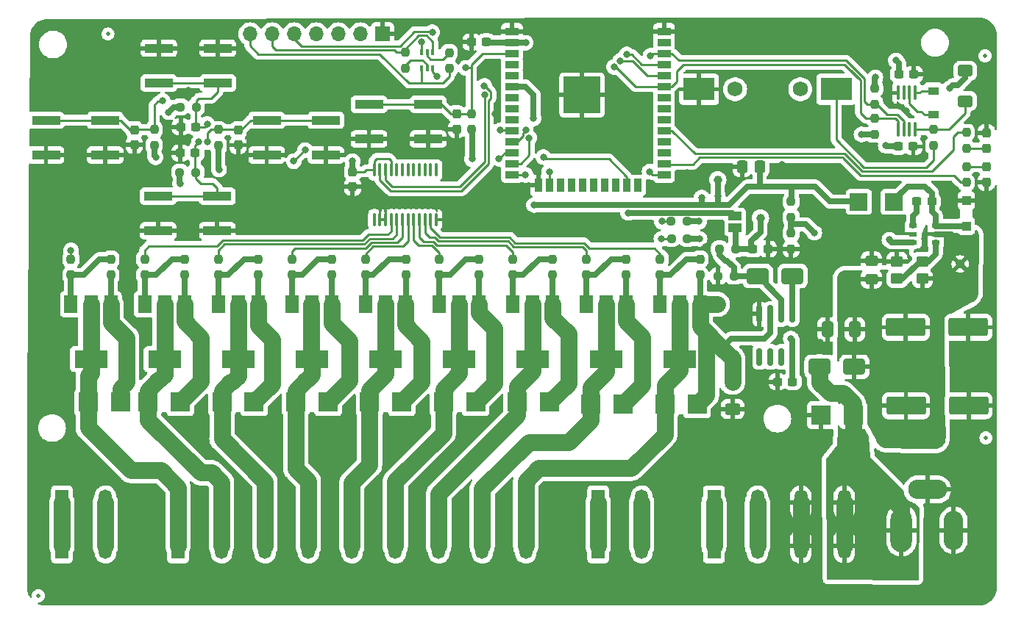
<source format=gbr>
G04 #@! TF.GenerationSoftware,KiCad,Pcbnew,(7.0.0)*
G04 #@! TF.CreationDate,2023-03-28T16:02:03-07:00*
G04 #@! TF.ProjectId,OpenSprinkler,4f70656e-5370-4726-996e-6b6c65722e6b,1*
G04 #@! TF.SameCoordinates,Original*
G04 #@! TF.FileFunction,Copper,L1,Top*
G04 #@! TF.FilePolarity,Positive*
%FSLAX46Y46*%
G04 Gerber Fmt 4.6, Leading zero omitted, Abs format (unit mm)*
G04 Created by KiCad (PCBNEW (7.0.0)) date 2023-03-28 16:02:03*
%MOMM*%
%LPD*%
G01*
G04 APERTURE LIST*
G04 Aperture macros list*
%AMRoundRect*
0 Rectangle with rounded corners*
0 $1 Rounding radius*
0 $2 $3 $4 $5 $6 $7 $8 $9 X,Y pos of 4 corners*
0 Add a 4 corners polygon primitive as box body*
4,1,4,$2,$3,$4,$5,$6,$7,$8,$9,$2,$3,0*
0 Add four circle primitives for the rounded corners*
1,1,$1+$1,$2,$3*
1,1,$1+$1,$4,$5*
1,1,$1+$1,$6,$7*
1,1,$1+$1,$8,$9*
0 Add four rect primitives between the rounded corners*
20,1,$1+$1,$2,$3,$4,$5,0*
20,1,$1+$1,$4,$5,$6,$7,0*
20,1,$1+$1,$6,$7,$8,$9,0*
20,1,$1+$1,$8,$9,$2,$3,0*%
G04 Aperture macros list end*
G04 #@! TA.AperFunction,SMDPad,CuDef*
%ADD10C,1.000000*%
G04 #@! TD*
G04 #@! TA.AperFunction,ComponentPad*
%ADD11O,2.500000X5.000000*%
G04 #@! TD*
G04 #@! TA.AperFunction,ComponentPad*
%ADD12O,2.250000X4.500000*%
G04 #@! TD*
G04 #@! TA.AperFunction,ComponentPad*
%ADD13O,4.500000X2.250000*%
G04 #@! TD*
G04 #@! TA.AperFunction,SMDPad,CuDef*
%ADD14RoundRect,0.250001X-1.999999X-0.799999X1.999999X-0.799999X1.999999X0.799999X-1.999999X0.799999X0*%
G04 #@! TD*
G04 #@! TA.AperFunction,SMDPad,CuDef*
%ADD15RoundRect,0.250000X0.475000X-0.337500X0.475000X0.337500X-0.475000X0.337500X-0.475000X-0.337500X0*%
G04 #@! TD*
G04 #@! TA.AperFunction,SMDPad,CuDef*
%ADD16RoundRect,0.250000X0.625000X-0.400000X0.625000X0.400000X-0.625000X0.400000X-0.625000X-0.400000X0*%
G04 #@! TD*
G04 #@! TA.AperFunction,SMDPad,CuDef*
%ADD17RoundRect,0.237500X0.237500X-0.250000X0.237500X0.250000X-0.237500X0.250000X-0.237500X-0.250000X0*%
G04 #@! TD*
G04 #@! TA.AperFunction,SMDPad,CuDef*
%ADD18R,1.500000X2.000000*%
G04 #@! TD*
G04 #@! TA.AperFunction,SMDPad,CuDef*
%ADD19R,3.800000X2.000000*%
G04 #@! TD*
G04 #@! TA.AperFunction,SMDPad,CuDef*
%ADD20C,0.500000*%
G04 #@! TD*
G04 #@! TA.AperFunction,ComponentPad*
%ADD21R,1.500000X3.000000*%
G04 #@! TD*
G04 #@! TA.AperFunction,ComponentPad*
%ADD22O,1.500000X3.000000*%
G04 #@! TD*
G04 #@! TA.AperFunction,SMDPad,CuDef*
%ADD23RoundRect,0.237500X-0.300000X-0.237500X0.300000X-0.237500X0.300000X0.237500X-0.300000X0.237500X0*%
G04 #@! TD*
G04 #@! TA.AperFunction,SMDPad,CuDef*
%ADD24RoundRect,0.250000X1.000000X0.650000X-1.000000X0.650000X-1.000000X-0.650000X1.000000X-0.650000X0*%
G04 #@! TD*
G04 #@! TA.AperFunction,SMDPad,CuDef*
%ADD25R,3.200000X1.000000*%
G04 #@! TD*
G04 #@! TA.AperFunction,SMDPad,CuDef*
%ADD26RoundRect,0.100000X-0.100000X0.712500X-0.100000X-0.712500X0.100000X-0.712500X0.100000X0.712500X0*%
G04 #@! TD*
G04 #@! TA.AperFunction,SMDPad,CuDef*
%ADD27R,1.295400X0.965200*%
G04 #@! TD*
G04 #@! TA.AperFunction,ComponentPad*
%ADD28R,1.700000X1.700000*%
G04 #@! TD*
G04 #@! TA.AperFunction,ComponentPad*
%ADD29O,1.700000X1.700000*%
G04 #@! TD*
G04 #@! TA.AperFunction,SMDPad,CuDef*
%ADD30RoundRect,0.237500X-0.237500X0.300000X-0.237500X-0.300000X0.237500X-0.300000X0.237500X0.300000X0*%
G04 #@! TD*
G04 #@! TA.AperFunction,SMDPad,CuDef*
%ADD31R,2.184400X2.184400*%
G04 #@! TD*
G04 #@! TA.AperFunction,SMDPad,CuDef*
%ADD32RoundRect,0.237500X0.300000X0.237500X-0.300000X0.237500X-0.300000X-0.237500X0.300000X-0.237500X0*%
G04 #@! TD*
G04 #@! TA.AperFunction,SMDPad,CuDef*
%ADD33RoundRect,0.250000X0.412500X0.650000X-0.412500X0.650000X-0.412500X-0.650000X0.412500X-0.650000X0*%
G04 #@! TD*
G04 #@! TA.AperFunction,SMDPad,CuDef*
%ADD34RoundRect,0.237500X-0.237500X0.287500X-0.237500X-0.287500X0.237500X-0.287500X0.237500X0.287500X0*%
G04 #@! TD*
G04 #@! TA.AperFunction,SMDPad,CuDef*
%ADD35R,0.914400X0.482600*%
G04 #@! TD*
G04 #@! TA.AperFunction,SMDPad,CuDef*
%ADD36RoundRect,0.250000X-0.450000X0.350000X-0.450000X-0.350000X0.450000X-0.350000X0.450000X0.350000X0*%
G04 #@! TD*
G04 #@! TA.AperFunction,SMDPad,CuDef*
%ADD37R,1.500000X1.000000*%
G04 #@! TD*
G04 #@! TA.AperFunction,SMDPad,CuDef*
%ADD38RoundRect,0.237500X-0.237500X0.250000X-0.237500X-0.250000X0.237500X-0.250000X0.237500X0.250000X0*%
G04 #@! TD*
G04 #@! TA.AperFunction,SMDPad,CuDef*
%ADD39RoundRect,0.237500X0.250000X0.237500X-0.250000X0.237500X-0.250000X-0.237500X0.250000X-0.237500X0*%
G04 #@! TD*
G04 #@! TA.AperFunction,SMDPad,CuDef*
%ADD40RoundRect,0.250000X0.337500X0.475000X-0.337500X0.475000X-0.337500X-0.475000X0.337500X-0.475000X0*%
G04 #@! TD*
G04 #@! TA.AperFunction,SMDPad,CuDef*
%ADD41R,3.606800X2.590800*%
G04 #@! TD*
G04 #@! TA.AperFunction,ComponentPad*
%ADD42C,1.752600*%
G04 #@! TD*
G04 #@! TA.AperFunction,SMDPad,CuDef*
%ADD43RoundRect,0.250000X-1.000000X-0.650000X1.000000X-0.650000X1.000000X0.650000X-1.000000X0.650000X0*%
G04 #@! TD*
G04 #@! TA.AperFunction,SMDPad,CuDef*
%ADD44RoundRect,0.150000X-0.150000X0.825000X-0.150000X-0.825000X0.150000X-0.825000X0.150000X0.825000X0*%
G04 #@! TD*
G04 #@! TA.AperFunction,SMDPad,CuDef*
%ADD45R,0.400000X0.650000*%
G04 #@! TD*
G04 #@! TA.AperFunction,SMDPad,CuDef*
%ADD46R,2.000000X2.000000*%
G04 #@! TD*
G04 #@! TA.AperFunction,SMDPad,CuDef*
%ADD47RoundRect,0.237500X-0.250000X-0.237500X0.250000X-0.237500X0.250000X0.237500X-0.250000X0.237500X0*%
G04 #@! TD*
G04 #@! TA.AperFunction,SMDPad,CuDef*
%ADD48RoundRect,0.100000X0.100000X-0.637500X0.100000X0.637500X-0.100000X0.637500X-0.100000X-0.637500X0*%
G04 #@! TD*
G04 #@! TA.AperFunction,SMDPad,CuDef*
%ADD49RoundRect,0.250000X0.600000X-0.400000X0.600000X0.400000X-0.600000X0.400000X-0.600000X-0.400000X0*%
G04 #@! TD*
G04 #@! TA.AperFunction,SMDPad,CuDef*
%ADD50RoundRect,0.237500X0.237500X-0.287500X0.237500X0.287500X-0.237500X0.287500X-0.237500X-0.287500X0*%
G04 #@! TD*
G04 #@! TA.AperFunction,SMDPad,CuDef*
%ADD51R,1.500000X0.900000*%
G04 #@! TD*
G04 #@! TA.AperFunction,SMDPad,CuDef*
%ADD52R,0.900000X1.500000*%
G04 #@! TD*
G04 #@! TA.AperFunction,SMDPad,CuDef*
%ADD53R,1.050000X1.050000*%
G04 #@! TD*
G04 #@! TA.AperFunction,HeatsinkPad*
%ADD54C,0.600000*%
G04 #@! TD*
G04 #@! TA.AperFunction,SMDPad,CuDef*
%ADD55R,4.200000X4.200000*%
G04 #@! TD*
G04 #@! TA.AperFunction,SMDPad,CuDef*
%ADD56R,0.990600X1.092200*%
G04 #@! TD*
G04 #@! TA.AperFunction,ViaPad*
%ADD57C,0.800000*%
G04 #@! TD*
G04 #@! TA.AperFunction,ViaPad*
%ADD58C,0.889000*%
G04 #@! TD*
G04 #@! TA.AperFunction,Conductor*
%ADD59C,0.635000*%
G04 #@! TD*
G04 #@! TA.AperFunction,Conductor*
%ADD60C,0.250000*%
G04 #@! TD*
G04 #@! TA.AperFunction,Conductor*
%ADD61C,0.254000*%
G04 #@! TD*
G04 #@! TA.AperFunction,Conductor*
%ADD62C,1.905000*%
G04 #@! TD*
G04 APERTURE END LIST*
D10*
X158570800Y-80800000D03*
X186470800Y-90500000D03*
D11*
X179704999Y-121183399D03*
D12*
X185704999Y-121183399D03*
D13*
X182704999Y-116483399D03*
D14*
X180226600Y-106832400D03*
X187426600Y-106832400D03*
D15*
X176250600Y-92223500D03*
X176250600Y-90148500D03*
D16*
X160274000Y-107214000D03*
X160274000Y-104114000D03*
D17*
X183413400Y-76833100D03*
X183413400Y-75008100D03*
X114147003Y-91770200D03*
X114147003Y-89945200D03*
D18*
X97197804Y-95147599D03*
X94897804Y-95147599D03*
X92597804Y-95147599D03*
D19*
X94897804Y-101447599D03*
D17*
X176624500Y-75538100D03*
X176624500Y-73713100D03*
D20*
X189320800Y-66510000D03*
D21*
X83087199Y-118012199D03*
X83087199Y-123012199D03*
D22*
X88087199Y-118012199D03*
X88087199Y-123012199D03*
D23*
X179343400Y-76962400D03*
X181068400Y-76962400D03*
D24*
X174288200Y-102336600D03*
X170288200Y-102336600D03*
D18*
X114147002Y-95147599D03*
X111847002Y-95147599D03*
X109547002Y-95147599D03*
D19*
X111847002Y-101447599D03*
D25*
X94224399Y-65630199D03*
X101024399Y-65630199D03*
X94224399Y-69630199D03*
X101024399Y-69630199D03*
D26*
X181282500Y-70760500D03*
X180632500Y-70760500D03*
X179982500Y-70760500D03*
X179332500Y-70760500D03*
X179332500Y-74985500D03*
X179982500Y-74985500D03*
X180632500Y-74985500D03*
X181282500Y-74985500D03*
D18*
X156519998Y-95147599D03*
X154219998Y-95147599D03*
X151919998Y-95147599D03*
D19*
X154219998Y-101447599D03*
D27*
X183362599Y-73304399D03*
X183362599Y-70561199D03*
D28*
X119970799Y-63999999D03*
D29*
X117430799Y-63999999D03*
X114890799Y-63999999D03*
X112350799Y-63999999D03*
X109810799Y-63999999D03*
X107270799Y-63999999D03*
X104730799Y-63999999D03*
D14*
X180201200Y-97790000D03*
X187401200Y-97790000D03*
D30*
X128520800Y-73237500D03*
X128520800Y-74962500D03*
D18*
X88723205Y-95147999D03*
X86423205Y-95147999D03*
X84123205Y-95147999D03*
D19*
X86423205Y-101447999D03*
D20*
X189433200Y-110540800D03*
D31*
X93001913Y-106425999D03*
X96710313Y-106425999D03*
D32*
X131933300Y-64900000D03*
X130208300Y-64900000D03*
X98430900Y-77703200D03*
X96705900Y-77703200D03*
D31*
X170456499Y-107924599D03*
X174164899Y-107924599D03*
D33*
X174337000Y-98018600D03*
X171212000Y-98018600D03*
D34*
X189480600Y-75420800D03*
X189480600Y-77170800D03*
D35*
X181051199Y-86105999D03*
X181051199Y-87045799D03*
X181051199Y-87985599D03*
X183641999Y-87985599D03*
X183641999Y-87045799D03*
X183641999Y-86105999D03*
D17*
X127650800Y-67970300D03*
X127650800Y-66145300D03*
D23*
X179419600Y-68631200D03*
X181144600Y-68631200D03*
D17*
X109547003Y-91770200D03*
X109547003Y-89945200D03*
D36*
X179201300Y-90186000D03*
X179201300Y-92186000D03*
D37*
X160570799Y-84999999D03*
X160570799Y-86299999D03*
D38*
X176624500Y-70258700D03*
X176624500Y-72083700D03*
D17*
X93704400Y-76815700D03*
X93704400Y-74990700D03*
X92597805Y-91770200D03*
X92597805Y-89945200D03*
D18*
X148045398Y-95147599D03*
X145745398Y-95147599D03*
X143445398Y-95147599D03*
D19*
X145745398Y-101447599D03*
D17*
X156519999Y-91770200D03*
X156519999Y-89945200D03*
X147980400Y-91770200D03*
X147980400Y-89945200D03*
D21*
X144809199Y-118012199D03*
X144809199Y-123012199D03*
D22*
X149809199Y-118012199D03*
X149809199Y-123012199D03*
D30*
X103368400Y-75067700D03*
X103368400Y-76792700D03*
X91418400Y-75040700D03*
X91418400Y-76765700D03*
D17*
X187169200Y-81097400D03*
X187169200Y-79272400D03*
X88723206Y-91770200D03*
X88723206Y-89945200D03*
D31*
X118490255Y-106425999D03*
X122198655Y-106425999D03*
D18*
X122621601Y-95147599D03*
X120321601Y-95147599D03*
X118021601Y-95147599D03*
D19*
X120321601Y-101447599D03*
D17*
X118008400Y-91770200D03*
X118008400Y-89945200D03*
D23*
X162611900Y-88773000D03*
X164336900Y-88773000D03*
D39*
X155020800Y-85600000D03*
X153195800Y-85600000D03*
D31*
X86105999Y-106425999D03*
X89814399Y-106425999D03*
D18*
X139570799Y-95147599D03*
X137270799Y-95147599D03*
X134970799Y-95147599D03*
D19*
X137270799Y-101447599D03*
D20*
X80365600Y-128727200D03*
D40*
X163445100Y-79273400D03*
X161370100Y-79273400D03*
D41*
X172211999Y-70357999D03*
X156413199Y-70357999D03*
D42*
X168059100Y-70358000D03*
X160566100Y-70358000D03*
D43*
X163176200Y-91897200D03*
X167176200Y-91897200D03*
D44*
X167173700Y-96261200D03*
X165903700Y-96261200D03*
X164633700Y-96261200D03*
X163363700Y-96261200D03*
X163363700Y-101211200D03*
X164633700Y-101211200D03*
X165903700Y-101211200D03*
X167173700Y-101211200D03*
D17*
X84123206Y-91770200D03*
X84123206Y-89945200D03*
D45*
X125760799Y-66075399D03*
X125110799Y-66075399D03*
X124460799Y-66075399D03*
X124460799Y-67975399D03*
X125110799Y-67975399D03*
X125760799Y-67975399D03*
D31*
X126986369Y-106425999D03*
X130694769Y-106425999D03*
D30*
X116535200Y-79884100D03*
X116535200Y-81609100D03*
D17*
X97197805Y-91770200D03*
X97197805Y-89945200D03*
D25*
X118420799Y-72099999D03*
X125220799Y-72099999D03*
X118420799Y-76099999D03*
X125220799Y-76099999D03*
D17*
X126492000Y-91770200D03*
X126492000Y-89945200D03*
D21*
X158126399Y-118012199D03*
X158126399Y-123012199D03*
D22*
X163126399Y-118012199D03*
X163126399Y-123012199D03*
X168126399Y-118012199D03*
X168126399Y-123012199D03*
X173126399Y-118012199D03*
X173126399Y-123012199D03*
D39*
X155055500Y-87549600D03*
X153230500Y-87549600D03*
D25*
X81249399Y-73930199D03*
X88049399Y-73930199D03*
X81249399Y-77930199D03*
X88049399Y-77930199D03*
D46*
X178802799Y-83337399D03*
X174802799Y-83337399D03*
D31*
X152474711Y-106675674D03*
X156183111Y-106675674D03*
D17*
X130197200Y-75012500D03*
X130197200Y-73187500D03*
D38*
X122570800Y-66094500D03*
X122570800Y-67919500D03*
D47*
X96655900Y-79938400D03*
X98480900Y-79938400D03*
D48*
X119025600Y-85387100D03*
X119675600Y-85387100D03*
X120325600Y-85387100D03*
X120975600Y-85387100D03*
X121625600Y-85387100D03*
X122275600Y-85387100D03*
X122925600Y-85387100D03*
X123575600Y-85387100D03*
X124225600Y-85387100D03*
X124875600Y-85387100D03*
X125525600Y-85387100D03*
X126175600Y-85387100D03*
X126175600Y-79662100D03*
X125525600Y-79662100D03*
X124875600Y-79662100D03*
X124225600Y-79662100D03*
X123575600Y-79662100D03*
X122925600Y-79662100D03*
X122275600Y-79662100D03*
X121625600Y-79662100D03*
X120975600Y-79662100D03*
X120325600Y-79662100D03*
X119675600Y-79662100D03*
X119025600Y-79662100D03*
D36*
X182122000Y-90186000D03*
X182122000Y-92186000D03*
D21*
X96455199Y-118012199D03*
X96455199Y-123012199D03*
D22*
X101455199Y-118012199D03*
X101455199Y-123012199D03*
X106455199Y-118012199D03*
X106455199Y-123012199D03*
X111455199Y-118012199D03*
X111455199Y-123012199D03*
X116455199Y-118012199D03*
X116455199Y-123012199D03*
X121455199Y-118012199D03*
X121455199Y-123012199D03*
X126455199Y-118012199D03*
X126455199Y-123012199D03*
X131455199Y-118012199D03*
X131455199Y-123012199D03*
X136455199Y-118012199D03*
X136455199Y-123012199D03*
D38*
X187169200Y-75338300D03*
X187169200Y-77163300D03*
D49*
X187045800Y-71729800D03*
X187045800Y-68229800D03*
D50*
X189480600Y-81037400D03*
X189480600Y-79287400D03*
D17*
X105672404Y-91770200D03*
X105672404Y-89945200D03*
D23*
X181484100Y-83306000D03*
X183209100Y-83306000D03*
D25*
X94170799Y-82679999D03*
X100970799Y-82679999D03*
X94170799Y-86679999D03*
X100970799Y-86679999D03*
D31*
X143978597Y-106679999D03*
X147686997Y-106679999D03*
D51*
X134875799Y-63684999D03*
X134875799Y-64954999D03*
X134875799Y-66224999D03*
X134875799Y-67494999D03*
X134875799Y-68764999D03*
X134875799Y-70034999D03*
X134875799Y-71304999D03*
X134875799Y-72574999D03*
X134875799Y-73844999D03*
X134875799Y-75114999D03*
X134875799Y-76384999D03*
X134875799Y-77654999D03*
X134875799Y-78924999D03*
X134875799Y-80194999D03*
D52*
X137915799Y-81444999D03*
X139185799Y-81444999D03*
X140455799Y-81444999D03*
X141725799Y-81444999D03*
X142995799Y-81444999D03*
X144265799Y-81444999D03*
X145535799Y-81444999D03*
X146805799Y-81444999D03*
X148075799Y-81444999D03*
X149345799Y-81444999D03*
D51*
X152375799Y-80194999D03*
X152375799Y-78924999D03*
X152375799Y-77654999D03*
X152375799Y-76384999D03*
X152375799Y-75114999D03*
X152375799Y-73844999D03*
X152375799Y-72574999D03*
X152375799Y-71304999D03*
X152375799Y-70034999D03*
X152375799Y-68764999D03*
X152375799Y-67494999D03*
X152375799Y-66224999D03*
X152375799Y-64954999D03*
X152375799Y-63684999D03*
D53*
X141420799Y-69499999D03*
D54*
X141420800Y-70262500D03*
D53*
X141420799Y-71024999D03*
D54*
X141420800Y-71787500D03*
D53*
X141420799Y-72549999D03*
D54*
X142183300Y-69500000D03*
X142183300Y-71025000D03*
X142183300Y-72550000D03*
D53*
X142945799Y-69499999D03*
D54*
X142945800Y-70262500D03*
D53*
X142945799Y-71024999D03*
D55*
X142945799Y-71024999D03*
D54*
X142945800Y-71787500D03*
D53*
X142945799Y-72549999D03*
D54*
X143708300Y-69500000D03*
X143708300Y-71025000D03*
X143708300Y-72550000D03*
D53*
X144470799Y-69499999D03*
D54*
X144470800Y-70262500D03*
D53*
X144470799Y-71024999D03*
D54*
X144470800Y-71787500D03*
D53*
X144470799Y-72549999D03*
D17*
X101072404Y-91770200D03*
X101072404Y-89945200D03*
D32*
X98480900Y-74689200D03*
X96755900Y-74689200D03*
D47*
X96705900Y-72403200D03*
X98530900Y-72403200D03*
D25*
X106649399Y-73930199D03*
X113449399Y-73930199D03*
X106649399Y-77930199D03*
X113449399Y-77930199D03*
D20*
X88370800Y-64000000D03*
D17*
X131114800Y-91770200D03*
X131114800Y-89945200D03*
X134970800Y-91770200D03*
X134970800Y-89945200D03*
D47*
X158599500Y-91897200D03*
X160424500Y-91897200D03*
D32*
X167181700Y-104063800D03*
X165456700Y-104063800D03*
D17*
X101082400Y-75017700D03*
X101082400Y-76842700D03*
D31*
X109994141Y-106425999D03*
X113702541Y-106425999D03*
D17*
X139547600Y-91770200D03*
X139547600Y-89945200D03*
X122682000Y-91770200D03*
X122682000Y-89945200D03*
D56*
X187172599Y-86131399D03*
X187172599Y-83184999D03*
D31*
X135482483Y-106425999D03*
X139190883Y-106425999D03*
D17*
X151942800Y-91770200D03*
X151942800Y-89945200D03*
D47*
X158769900Y-88773000D03*
X160594900Y-88773000D03*
D31*
X101498027Y-106425999D03*
X105206427Y-106425999D03*
D17*
X167005000Y-88763500D03*
X167005000Y-86938500D03*
X143459200Y-91770200D03*
X143459200Y-89945200D03*
D18*
X131096200Y-95147599D03*
X128796200Y-95147599D03*
X126496200Y-95147599D03*
D19*
X128796200Y-101447599D03*
D18*
X105672403Y-95147599D03*
X103372403Y-95147599D03*
X101072403Y-95147599D03*
D19*
X103372403Y-101447599D03*
D10*
X163474400Y-85191600D03*
D38*
X167005000Y-83288500D03*
X167005000Y-85113500D03*
D57*
X79770800Y-106400000D03*
X85470800Y-128800000D03*
X92070800Y-128900000D03*
X98770800Y-128800000D03*
X103470800Y-128600000D03*
X108870800Y-128700000D03*
X113770800Y-128500000D03*
X118670800Y-128500000D03*
X123470800Y-128600000D03*
X128670800Y-128600000D03*
X133470800Y-128600000D03*
X139870800Y-128500000D03*
X146970800Y-128700000D03*
X153670800Y-128700000D03*
X160470800Y-128700000D03*
X165070800Y-128800000D03*
X177670800Y-128800000D03*
X188370800Y-64300000D03*
X148770800Y-76000000D03*
X132970800Y-73200000D03*
X128870800Y-69800000D03*
X131470800Y-68700000D03*
X132270800Y-63200000D03*
X104170800Y-82000000D03*
X87470800Y-86600000D03*
X88070800Y-69900000D03*
X84170800Y-85100000D03*
X129570800Y-67900000D03*
X124430800Y-64899800D03*
X101170800Y-79600000D03*
X130270800Y-78400000D03*
X158570800Y-82650000D03*
X179070000Y-67030600D03*
X177901600Y-76860400D03*
X176707800Y-68986400D03*
X116520800Y-78650000D03*
X93870800Y-78200000D03*
X96670800Y-81200000D03*
X166970800Y-99079800D03*
X95370800Y-73000000D03*
X137419061Y-83703261D03*
X175107600Y-75565000D03*
X156718000Y-82829400D03*
X136470800Y-65000000D03*
X185267600Y-70256400D03*
D58*
X124510800Y-103327200D03*
X158530800Y-95153600D03*
X99161600Y-100330000D03*
X116179600Y-101854000D03*
X124510800Y-101803200D03*
X107340400Y-101803200D03*
X158930800Y-100053600D03*
X124510800Y-100279200D03*
X90576400Y-103479600D03*
X149910800Y-100228400D03*
X141376400Y-103225600D03*
X107340400Y-103327200D03*
X132892800Y-100279200D03*
X99161600Y-101854000D03*
X132892800Y-103327200D03*
X141376400Y-101701600D03*
X157681702Y-98838896D03*
X99161600Y-103378000D03*
X90576400Y-101955600D03*
X116179600Y-103378000D03*
X116179600Y-100330000D03*
X149910800Y-101752400D03*
X132892800Y-101803200D03*
X90576400Y-100431600D03*
X141376400Y-100177600D03*
X156519999Y-97642799D03*
X107340400Y-100279200D03*
X149910800Y-103276400D03*
D57*
X156470800Y-87600000D03*
X156420800Y-85600000D03*
X126270800Y-68900000D03*
X150720800Y-79850000D03*
X139195800Y-79850000D03*
X94670800Y-71700000D03*
X147342144Y-67081585D03*
X148079701Y-66346086D03*
X125706849Y-63799000D03*
X92470800Y-72900000D03*
X190070800Y-70000000D03*
X169970800Y-93400000D03*
X178970800Y-63900000D03*
X180307500Y-72873000D03*
X156570800Y-80000000D03*
X170383200Y-99568000D03*
X133900800Y-84540000D03*
X155070800Y-80000000D03*
X154420800Y-82200000D03*
X164846000Y-85750400D03*
X165938200Y-79070200D03*
X163070800Y-110600000D03*
X189433200Y-95402400D03*
X169720800Y-84750000D03*
X189026800Y-101904800D03*
X160270800Y-81000000D03*
X169900600Y-95199200D03*
X163322000Y-105003600D03*
X90570800Y-65400000D03*
X148437600Y-71500000D03*
X112191800Y-69342000D03*
X176682400Y-85242400D03*
X189015271Y-104697738D03*
X97670800Y-70500000D03*
X109470800Y-84680000D03*
X173570800Y-74091800D03*
X162870800Y-63800000D03*
X107770800Y-68800000D03*
X165252400Y-84912200D03*
X179400200Y-86563200D03*
X168376600Y-105613200D03*
X189870800Y-89300000D03*
X171520800Y-84900000D03*
X165912800Y-73914000D03*
X91670800Y-79700000D03*
X170434000Y-90779600D03*
X122670800Y-83400000D03*
X159486600Y-97155000D03*
X132920800Y-82050000D03*
X170713400Y-111175800D03*
X141070800Y-63700000D03*
X118186200Y-81102200D03*
X174470800Y-89900000D03*
X125171200Y-83693000D03*
X114999000Y-68822200D03*
X147170800Y-63400000D03*
X189128400Y-85547200D03*
X117970800Y-69000000D03*
X88341200Y-83159600D03*
X175463200Y-67259200D03*
X189611000Y-108788200D03*
X168402000Y-111252000D03*
X159537400Y-74091800D03*
X166192200Y-69037200D03*
X113310800Y-85769800D03*
X184251800Y-68000000D03*
X111570800Y-79800000D03*
X85775800Y-66014600D03*
X104870800Y-70700000D03*
X157120800Y-88529800D03*
X176070800Y-78000000D03*
X159613600Y-93395800D03*
X172999400Y-89865200D03*
X150820800Y-66500000D03*
X131720800Y-70980084D03*
X131706838Y-69966619D03*
X146620800Y-67773500D03*
X137363566Y-73727573D03*
X148255040Y-84604307D03*
X152120800Y-85600000D03*
X133570800Y-75075000D03*
X152070800Y-87600000D03*
X136463608Y-75047624D03*
X109767349Y-78648924D03*
X133391717Y-78379083D03*
X111070800Y-77358000D03*
X84123206Y-88926994D03*
X136870800Y-75960422D03*
X99800800Y-74360000D03*
X136445800Y-80250000D03*
X98841297Y-76450000D03*
X138491287Y-78179514D03*
X99840800Y-76450000D03*
X178333400Y-87706200D03*
X169672000Y-86893400D03*
D59*
X101082400Y-79511600D02*
X101082400Y-76842700D01*
X101170800Y-79600000D02*
X101082400Y-79511600D01*
X158570800Y-82650000D02*
X158570800Y-80800000D01*
D60*
X175395400Y-79383400D02*
X172212000Y-76200000D01*
X182592200Y-79383400D02*
X175395400Y-79383400D01*
X172212000Y-76200000D02*
X172212000Y-70358000D01*
X183413400Y-78562200D02*
X182592200Y-79383400D01*
X183413400Y-76833100D02*
X183413400Y-78562200D01*
D61*
X126720800Y-72100000D02*
X127858300Y-73237500D01*
X127858300Y-73237500D02*
X128520800Y-73237500D01*
X130197200Y-67539400D02*
X130197200Y-67900000D01*
X130197200Y-67539400D02*
X131511600Y-66225000D01*
X130147200Y-73237500D02*
X130197200Y-73187500D01*
X124460800Y-64929800D02*
X124430800Y-64899800D01*
X130197200Y-67900000D02*
X129570800Y-67900000D01*
X124460800Y-66075400D02*
X124460800Y-64929800D01*
X125220800Y-72100000D02*
X126720800Y-72100000D01*
X134875800Y-66225000D02*
X131511600Y-66225000D01*
X118420800Y-72100000D02*
X125220800Y-72100000D01*
X130197200Y-67900000D02*
X130197200Y-73187500D01*
X128520800Y-73237500D02*
X130147200Y-73237500D01*
D59*
X183642000Y-87045800D02*
X185394600Y-87045800D01*
X185394600Y-87045800D02*
X185953400Y-87604600D01*
X158570800Y-82650000D02*
X158570800Y-83637307D01*
X163398200Y-81582500D02*
X163398200Y-79320300D01*
X159865993Y-83687307D02*
X161970800Y-81582500D01*
X171494800Y-83306000D02*
X174682400Y-83306000D01*
X134875800Y-64955000D02*
X131988300Y-64955000D01*
X130270800Y-78400000D02*
X130270800Y-75086100D01*
X137435015Y-83687307D02*
X137419061Y-83703261D01*
X93704400Y-76815700D02*
X93704400Y-78033600D01*
X167081200Y-81582500D02*
X169771300Y-81582500D01*
D61*
X120720800Y-78350000D02*
X120970800Y-78600000D01*
D59*
X95967600Y-72403200D02*
X96705900Y-72403200D01*
X167173700Y-104055800D02*
X167181700Y-104063800D01*
D61*
X116535200Y-79884100D02*
X117905700Y-79884100D01*
D59*
X186156600Y-69900800D02*
X187045800Y-69011600D01*
D61*
X119270800Y-78350000D02*
X120720800Y-78350000D01*
D59*
X161970800Y-81582500D02*
X163398200Y-81582500D01*
X134920800Y-65000000D02*
X134875800Y-64955000D01*
X163398200Y-81582500D02*
X167081200Y-81582500D01*
X116535200Y-78664400D02*
X116520800Y-78650000D01*
X131988300Y-64955000D02*
X131933300Y-64900000D01*
D61*
X119025600Y-78595200D02*
X119270800Y-78350000D01*
D59*
X167173700Y-99282700D02*
X166970800Y-99079800D01*
D61*
X120970800Y-79657300D02*
X120975600Y-79662100D01*
D59*
X116535200Y-79309060D02*
X116535200Y-78664400D01*
X156720800Y-83687307D02*
X156720800Y-82832200D01*
D61*
X118127700Y-79662100D02*
X119025600Y-79662100D01*
D59*
X176624500Y-69069700D02*
X176707800Y-68986400D01*
X187045800Y-69011600D02*
X187045800Y-68229800D01*
X136470800Y-65000000D02*
X134920800Y-65000000D01*
X137435015Y-83687307D02*
X156720800Y-83687307D01*
X158520800Y-83687307D02*
X159865993Y-83687307D01*
X167173700Y-101211200D02*
X167173700Y-99282700D01*
X169771300Y-81582500D02*
X171494800Y-83306000D01*
X116535200Y-79309060D02*
X116535200Y-79884100D01*
D61*
X120970800Y-78600000D02*
X120970800Y-79657300D01*
D59*
X167173700Y-101211200D02*
X167173700Y-104055800D01*
X185623200Y-69900800D02*
X186156600Y-69900800D01*
X178003600Y-76962400D02*
X177901600Y-76860400D01*
X176624500Y-75538100D02*
X175134500Y-75538100D01*
X93704400Y-78033600D02*
X93870800Y-78200000D01*
X96655900Y-79938400D02*
X96655900Y-81185100D01*
X185267600Y-70256400D02*
X185623200Y-69900800D01*
X179419600Y-68631200D02*
X179419600Y-67380200D01*
X163398200Y-79320300D02*
X163445100Y-79273400D01*
X179419600Y-67380200D02*
X179070000Y-67030600D01*
X175134500Y-75538100D02*
X175107600Y-75565000D01*
X158570800Y-83637307D02*
X158520800Y-83687307D01*
X179343400Y-76962400D02*
X178003600Y-76962400D01*
X167081200Y-83212300D02*
X167005000Y-83288500D01*
X130270800Y-75086100D02*
X130197200Y-75012500D01*
X156870800Y-83687307D02*
X158520800Y-83687307D01*
X176624500Y-70258700D02*
X176624500Y-69069700D01*
X167081200Y-81582500D02*
X167081200Y-83212300D01*
D61*
X119025600Y-79662100D02*
X119025600Y-78595200D01*
D59*
X96655900Y-81185100D02*
X96670800Y-81200000D01*
D61*
X117905700Y-79884100D02*
X118127700Y-79662100D01*
D59*
X95370800Y-73000000D02*
X95967600Y-72403200D01*
X156720800Y-82832200D02*
X156718000Y-82829400D01*
X160594900Y-88773000D02*
X162436900Y-88773000D01*
X162436900Y-87854700D02*
X163474400Y-86817200D01*
X160594900Y-86324100D02*
X160570800Y-86300000D01*
X160594900Y-88773000D02*
X160594900Y-86324100D01*
X162436900Y-88773000D02*
X162436900Y-87854700D01*
X163474400Y-86817200D02*
X163474400Y-85191600D01*
X165903700Y-94593432D02*
X163207468Y-91897200D01*
X159410400Y-90093800D02*
X159613600Y-90093800D01*
X158769900Y-88773000D02*
X158800800Y-88803900D01*
X165903700Y-96261200D02*
X165903700Y-94593432D01*
X160424500Y-90904700D02*
X160424500Y-91897200D01*
X159613600Y-90093800D02*
X160424500Y-90904700D01*
X158800800Y-89484200D02*
X159410400Y-90093800D01*
X158800800Y-88803900D02*
X158800800Y-89484200D01*
X163176200Y-91897200D02*
X160424500Y-91897200D01*
X163207468Y-91897200D02*
X163176200Y-91897200D01*
X167173700Y-96261200D02*
X167173700Y-91899700D01*
X167173700Y-91899700D02*
X167176200Y-91897200D01*
D62*
X105672404Y-97544404D02*
X105672404Y-95147600D01*
X107289600Y-99161600D02*
X105672404Y-97544404D01*
D59*
X164633700Y-96261200D02*
X164633700Y-96935500D01*
D62*
X156183112Y-106675675D02*
X157272499Y-105586288D01*
X113702542Y-106426000D02*
X116179600Y-103948942D01*
D59*
X105672404Y-91770200D02*
X105672404Y-95147600D01*
D62*
X105206428Y-106426000D02*
X107289600Y-104342828D01*
X141376400Y-104240484D02*
X141376400Y-98552000D01*
D59*
X122682000Y-91770200D02*
X122682000Y-95087202D01*
X139547600Y-95124400D02*
X139570800Y-95147600D01*
D62*
X114147003Y-97332203D02*
X114147003Y-95147600D01*
D59*
X139547600Y-91770200D02*
X139547600Y-95124400D01*
D62*
X156525999Y-95153600D02*
X158530800Y-95153600D01*
X124510800Y-104113856D02*
X124510800Y-99415600D01*
X96710314Y-106426000D02*
X99110800Y-104025514D01*
X149910800Y-104456198D02*
X149910800Y-100634800D01*
X89814400Y-104825800D02*
X90525600Y-104114600D01*
D59*
X122682000Y-95087202D02*
X122621602Y-95147600D01*
D62*
X116179600Y-103948942D02*
X116179600Y-99364800D01*
X132892800Y-97942400D02*
X131096201Y-96145801D01*
X156519999Y-95147600D02*
X156525999Y-95153600D01*
X130694770Y-106426000D02*
X132892800Y-104227970D01*
X149910800Y-98907600D02*
X148045399Y-97042199D01*
X157480800Y-98603600D02*
X156519999Y-97642799D01*
X148045399Y-97042199D02*
X148045399Y-95147600D01*
D59*
X147980400Y-95082601D02*
X148045399Y-95147600D01*
D62*
X159054800Y-100177600D02*
X160274000Y-101396800D01*
X122198656Y-106426000D02*
X124510800Y-104113856D01*
X141376400Y-98552000D02*
X139570800Y-96746400D01*
D59*
X163957000Y-99085400D02*
X160147000Y-99085400D01*
X160147000Y-99085400D02*
X159054800Y-100177600D01*
D62*
X132892800Y-104227970D02*
X132892800Y-97942400D01*
D59*
X131114800Y-91770200D02*
X131114800Y-95129001D01*
D62*
X147686998Y-106680000D02*
X149910800Y-104456198D01*
D59*
X164633700Y-96935500D02*
X164642800Y-96944600D01*
D62*
X157272499Y-98395299D02*
X156519999Y-97642799D01*
X116179600Y-99364800D02*
X114147003Y-97332203D01*
X131096201Y-96145801D02*
X131096201Y-95147600D01*
X88723206Y-97206806D02*
X88723206Y-95148000D01*
X107289600Y-104342828D02*
X107289600Y-99161600D01*
D59*
X131114800Y-95129001D02*
X131096201Y-95147600D01*
D62*
X99110800Y-104025514D02*
X99110800Y-99009200D01*
X160274000Y-101396800D02*
X160274000Y-104114000D01*
X139190884Y-106426000D02*
X141376400Y-104240484D01*
X89814400Y-106426000D02*
X89814400Y-104825800D01*
D59*
X97197805Y-91770200D02*
X97197805Y-95147600D01*
D62*
X97197805Y-97096205D02*
X97197805Y-95147600D01*
D59*
X164642800Y-96944600D02*
X164642800Y-98399600D01*
D62*
X159054800Y-100177600D02*
X156519999Y-97642799D01*
D59*
X88723206Y-91770200D02*
X88723206Y-95148000D01*
X114147003Y-91770200D02*
X114147003Y-95147600D01*
D62*
X90525600Y-104114600D02*
X90525600Y-99009200D01*
X149910800Y-100634800D02*
X149910800Y-98907600D01*
X90525600Y-99009200D02*
X88723206Y-97206806D01*
X122621602Y-97526402D02*
X122621602Y-95147600D01*
X157272499Y-105586288D02*
X157272499Y-98395299D01*
X139570800Y-96746400D02*
X139570800Y-95147600D01*
X159054800Y-100177600D02*
X157480800Y-98603600D01*
X99110800Y-99009200D02*
X97197805Y-97096205D01*
D59*
X156519999Y-91770200D02*
X156519999Y-95147600D01*
D62*
X156519999Y-97642799D02*
X156519999Y-95147600D01*
D59*
X147980400Y-91770200D02*
X147980400Y-95082601D01*
X157730800Y-98853600D02*
X157480800Y-98603600D01*
X164642800Y-98399600D02*
X163957000Y-99085400D01*
D62*
X124510800Y-99415600D02*
X122621602Y-97526402D01*
D59*
X92597805Y-91770200D02*
X93929200Y-91770200D01*
X92597805Y-95147600D02*
X92597805Y-91770200D01*
X93929200Y-91770200D02*
X95754200Y-89945200D01*
X95754200Y-89945200D02*
X97197805Y-89945200D01*
D62*
X106455200Y-115599200D02*
X101498028Y-110642028D01*
X103372404Y-101447600D02*
X103372404Y-103383596D01*
X102436988Y-104140000D02*
X101498028Y-105078960D01*
X102616000Y-104140000D02*
X102436988Y-104140000D01*
X101498028Y-110642028D02*
X101498028Y-106426000D01*
X106455200Y-118012200D02*
X106455200Y-115599200D01*
X103372404Y-101447600D02*
X103372404Y-95147600D01*
X101498028Y-105078960D02*
X101498028Y-106426000D01*
X103372404Y-103383596D02*
X102616000Y-104140000D01*
X106455200Y-123012200D02*
X106455200Y-118012200D01*
D59*
X101072404Y-91770200D02*
X102209600Y-91770200D01*
X104034600Y-89945200D02*
X105672404Y-89945200D01*
X101072404Y-95147600D02*
X101072404Y-91770200D01*
X102209600Y-91770200D02*
X104034600Y-89945200D01*
D62*
X111847003Y-101447600D02*
X111749999Y-101350596D01*
X111847003Y-103290997D02*
X111252000Y-103886000D01*
X111187102Y-103886000D02*
X109994142Y-105078960D01*
X111455200Y-123012200D02*
X111455200Y-118012200D01*
X111455200Y-115519200D02*
X109994142Y-114058142D01*
X109994142Y-114058142D02*
X109994142Y-106426000D01*
X109994142Y-105078960D02*
X109994142Y-106426000D01*
X111847003Y-101447600D02*
X111847003Y-103290997D01*
X111749999Y-101350596D02*
X111749999Y-95147600D01*
X111252000Y-103886000D02*
X111187102Y-103886000D01*
X111455200Y-118012200D02*
X111455200Y-115519200D01*
D59*
X110744000Y-91770200D02*
X112569000Y-89945200D01*
X112569000Y-89945200D02*
X114147003Y-89945200D01*
X109547003Y-91770200D02*
X110744000Y-91770200D01*
X109547003Y-95147600D02*
X109547003Y-91770200D01*
D62*
X118490256Y-105029744D02*
X118490256Y-106426000D01*
X116455200Y-115700800D02*
X118490256Y-113665744D01*
X120321602Y-101447600D02*
X120321602Y-103198398D01*
X118490256Y-113665744D02*
X118490256Y-106426000D01*
X120321602Y-101447600D02*
X120321602Y-95147600D01*
X116455200Y-118012200D02*
X116455200Y-115700800D01*
X120321602Y-103198398D02*
X118490256Y-105029744D01*
X116455200Y-123012200D02*
X116455200Y-118012200D01*
D59*
X118008400Y-91770200D02*
X118922800Y-91770200D01*
X118008400Y-91770200D02*
X118008400Y-95134398D01*
X118008400Y-95134398D02*
X118021602Y-95147600D01*
X118922800Y-91770200D02*
X120747800Y-89945200D01*
X120747800Y-89945200D02*
X122682000Y-89945200D01*
D62*
X126986370Y-106426000D02*
X126986370Y-109995630D01*
X126986370Y-109995630D02*
X121455200Y-115526800D01*
X128796201Y-101447600D02*
X128796201Y-95147600D01*
X126986370Y-104915630D02*
X128796201Y-103105799D01*
X121455200Y-115526800D02*
X121455200Y-118012200D01*
X121455200Y-123012200D02*
X121455200Y-118012200D01*
X126986370Y-106426000D02*
X126986370Y-104915630D01*
X128796201Y-101447600D02*
X128796201Y-103105799D01*
D59*
X126492000Y-91770200D02*
X126492000Y-95143399D01*
X127762000Y-91770200D02*
X129587000Y-89945200D01*
X129587000Y-89945200D02*
X131114800Y-89945200D01*
X126492000Y-95143399D02*
X126496201Y-95147600D01*
X126492000Y-91770200D02*
X127762000Y-91770200D01*
D62*
X137270800Y-101447600D02*
X137270800Y-102810000D01*
X126455200Y-116947880D02*
X126455200Y-118012200D01*
X137270800Y-102810000D02*
X135482484Y-104598316D01*
X135482484Y-104598316D02*
X135482484Y-106426000D01*
X135482484Y-107920596D02*
X126455200Y-116947880D01*
X137270800Y-95147600D02*
X137270800Y-101447600D01*
X135482484Y-106426000D02*
X135482484Y-107920596D01*
X126455200Y-123012200D02*
X126455200Y-118012200D01*
D59*
X138019800Y-89945200D02*
X139547600Y-89945200D01*
X134970800Y-91770200D02*
X134970800Y-95147600D01*
X134970800Y-91770200D02*
X136194800Y-91770200D01*
X136194800Y-91770200D02*
X138019800Y-89945200D01*
D62*
X143978598Y-104687402D02*
X143978598Y-106680000D01*
X141438598Y-111048800D02*
X143978598Y-108508800D01*
X145745399Y-102920601D02*
X143978598Y-104687402D01*
X145745399Y-101447600D02*
X145745399Y-102920601D01*
X131455200Y-118012200D02*
X131455200Y-116398000D01*
X136804400Y-111048800D02*
X141438598Y-111048800D01*
X145745399Y-95147600D02*
X145745399Y-101447600D01*
X143978598Y-106680000D02*
X143978598Y-108508800D01*
X131455200Y-116398000D02*
X136804400Y-111048800D01*
X131455200Y-123012200D02*
X131455200Y-118012200D01*
D59*
X143459200Y-95133799D02*
X143445399Y-95147600D01*
X144475200Y-91770200D02*
X146300200Y-89945200D01*
X143459200Y-91770200D02*
X144475200Y-91770200D01*
X143459200Y-91770200D02*
X143459200Y-95133799D01*
X146300200Y-89945200D02*
X147980400Y-89945200D01*
D62*
X136455200Y-123012200D02*
X136455200Y-118012200D01*
X154219999Y-102726401D02*
X152474712Y-104471688D01*
X136455200Y-118012200D02*
X136455200Y-115512800D01*
X154219999Y-95147600D02*
X154219999Y-101447600D01*
X154219999Y-101447600D02*
X154219999Y-102726401D01*
X152474712Y-104471688D02*
X152474712Y-106675675D01*
X152474712Y-110161288D02*
X152474712Y-106675675D01*
X136455200Y-115512800D02*
X137922000Y-114046000D01*
X148590000Y-114046000D02*
X152474712Y-110161288D01*
X137922000Y-114046000D02*
X148590000Y-114046000D01*
D59*
X151942800Y-91770200D02*
X153111200Y-91770200D01*
X153111200Y-91770200D02*
X154936200Y-89945200D01*
X151942800Y-95124799D02*
X151919999Y-95147600D01*
X151942800Y-91770200D02*
X151942800Y-95124799D01*
X154936200Y-89945200D02*
X156519999Y-89945200D01*
D60*
X183413400Y-75008100D02*
X185138700Y-75008100D01*
X181282500Y-74985500D02*
X183390800Y-74985500D01*
X183390800Y-74985500D02*
X183413400Y-75008100D01*
X185138700Y-75008100D02*
X187045800Y-73101000D01*
X187045800Y-73101000D02*
X187045800Y-71729800D01*
D61*
X189473100Y-77163300D02*
X189480600Y-77170800D01*
X187169200Y-77163300D02*
X189473100Y-77163300D01*
D62*
X158126400Y-123012200D02*
X158126400Y-118012200D01*
D59*
X156470800Y-87600000D02*
X155105900Y-87600000D01*
X155105900Y-87600000D02*
X155055500Y-87549600D01*
X156420800Y-85600000D02*
X155020800Y-85600000D01*
D62*
X163126400Y-123012200D02*
X163126400Y-118012200D01*
D61*
X122570800Y-65731666D02*
X124129666Y-64172800D01*
X107670800Y-65846000D02*
X121315900Y-65846000D01*
X121315900Y-65846000D02*
X121564400Y-66094500D01*
X124129666Y-64172800D02*
X125033800Y-64172800D01*
X125033800Y-64172800D02*
X125760800Y-64899800D01*
X125760800Y-64899800D02*
X125760800Y-66075400D01*
X107270800Y-64000000D02*
X107270800Y-65446000D01*
X122570800Y-66094500D02*
X122570800Y-65731666D01*
X107270800Y-65446000D02*
X107670800Y-65846000D01*
X121564400Y-66094500D02*
X122570800Y-66094500D01*
X125500800Y-66909800D02*
X126886300Y-66909800D01*
X126886300Y-66909800D02*
X127650800Y-66145300D01*
X125110800Y-66519800D02*
X125500800Y-66909800D01*
X125110800Y-66075400D02*
X125110800Y-66519800D01*
X126923800Y-69627000D02*
X122992476Y-69627000D01*
X124460800Y-67975400D02*
X124460800Y-69500000D01*
X104730800Y-64000000D02*
X104730800Y-65360000D01*
X119665476Y-66300000D02*
X122992476Y-69627000D01*
X127650800Y-67970300D02*
X127650800Y-68900000D01*
X104730800Y-65360000D02*
X105670800Y-66300000D01*
X127650800Y-68900000D02*
X126923800Y-69627000D01*
X105670800Y-66300000D02*
X119665476Y-66300000D01*
X124460800Y-69500000D02*
X124460800Y-69617000D01*
X122570800Y-67649800D02*
X123210800Y-67009800D01*
X125110800Y-67559800D02*
X125110800Y-67975400D01*
X124560800Y-67009800D02*
X125110800Y-67559800D01*
X123210800Y-67009800D02*
X124560800Y-67009800D01*
X122570800Y-67919500D02*
X122570800Y-67649800D01*
D60*
X125760800Y-68390000D02*
X126270800Y-68900000D01*
D61*
X151065800Y-80195000D02*
X150720800Y-79850000D01*
D60*
X125760800Y-67975400D02*
X125760800Y-68390000D01*
D61*
X152375800Y-80195000D02*
X151065800Y-80195000D01*
X121158000Y-87553800D02*
X118553096Y-87553800D01*
X118553096Y-87553800D02*
X117889495Y-88217400D01*
X121625600Y-87086200D02*
X121158000Y-87553800D01*
X101800000Y-88217400D02*
X101072404Y-88944996D01*
X117889495Y-88217400D02*
X101800000Y-88217400D01*
X121625600Y-85387100D02*
X121625600Y-87086200D01*
X101072404Y-88944996D02*
X101072404Y-89945200D01*
X118737948Y-88011000D02*
X118077548Y-88671400D01*
X121716800Y-88011000D02*
X118737948Y-88011000D01*
X118077548Y-88671400D02*
X109880400Y-88671400D01*
X109880400Y-88671400D02*
X109547003Y-89004797D01*
X122275600Y-85387100D02*
X122275600Y-87452200D01*
X109547003Y-89004797D02*
X109547003Y-89945200D01*
X122275600Y-87452200D02*
X121716800Y-88011000D01*
X118922800Y-88468200D02*
X118008400Y-89382600D01*
X122925600Y-87869000D02*
X122326400Y-88468200D01*
X122925600Y-85387100D02*
X122925600Y-87869000D01*
X118008400Y-89382600D02*
X118008400Y-89945200D01*
X122326400Y-88468200D02*
X118922800Y-88468200D01*
X123575600Y-87787000D02*
X124155200Y-88366600D01*
X123575600Y-85387100D02*
X123575600Y-87787000D01*
X125628400Y-88366600D02*
X126492000Y-89230200D01*
X124155200Y-88366600D02*
X125628400Y-88366600D01*
X126492000Y-89230200D02*
X126492000Y-89945200D01*
X124714000Y-87909400D02*
X125813253Y-87909400D01*
X134222774Y-88324974D02*
X134970800Y-89073000D01*
X124225600Y-87421000D02*
X124714000Y-87909400D01*
X124225600Y-85387100D02*
X124225600Y-87421000D01*
X134970800Y-89073000D02*
X134970800Y-89945200D01*
X126228826Y-88324974D02*
X134222774Y-88324974D01*
X125813253Y-87909400D02*
X126228826Y-88324974D01*
X124875600Y-86329696D02*
X124866400Y-86338896D01*
X124875600Y-85387100D02*
X124875600Y-86329696D01*
X143459200Y-88976200D02*
X143459200Y-89945200D01*
X135077200Y-88519000D02*
X143002000Y-88519000D01*
X134429174Y-87870974D02*
X135077200Y-88519000D01*
X125998106Y-87452200D02*
X126416880Y-87870974D01*
X126416880Y-87870974D02*
X134429174Y-87870974D01*
X125374400Y-87452200D02*
X125998106Y-87452200D01*
X124866400Y-86338896D02*
X124866400Y-86944200D01*
X124866400Y-86944200D02*
X125374400Y-87452200D01*
X143002000Y-88519000D02*
X143459200Y-88976200D01*
X134617226Y-87416974D02*
X135265252Y-88065000D01*
X143796452Y-88671400D02*
X151282400Y-88671400D01*
X126604930Y-87416974D02*
X134617226Y-87416974D01*
X125525600Y-85387100D02*
X125525600Y-86337644D01*
X151942800Y-89331800D02*
X151942800Y-89945200D01*
X143190052Y-88065000D02*
X143796452Y-88671400D01*
X125525600Y-86337644D02*
X126604930Y-87416974D01*
X135265252Y-88065000D02*
X143190052Y-88065000D01*
X151282400Y-88671400D02*
X151942800Y-89331800D01*
X89841000Y-73930200D02*
X88049400Y-73930200D01*
X93700800Y-72170000D02*
X94070800Y-71800000D01*
X93700800Y-74987100D02*
X93704400Y-74990700D01*
X94670800Y-71700000D02*
X94570800Y-71800000D01*
X91418400Y-75040700D02*
X90951500Y-75040700D01*
X90951500Y-75040700D02*
X89841000Y-73930200D01*
X81249400Y-73930200D02*
X88049400Y-73930200D01*
X139195800Y-79850000D02*
X139195800Y-81435000D01*
X139195800Y-81435000D02*
X139185800Y-81445000D01*
X93700800Y-74987100D02*
X93700800Y-72170000D01*
X94570800Y-71800000D02*
X94070800Y-71800000D01*
X91468400Y-74990700D02*
X91418400Y-75040700D01*
X93704400Y-74990700D02*
X91468400Y-74990700D01*
X152375800Y-68765000D02*
X150437800Y-68765000D01*
X147342144Y-67081585D02*
X148754385Y-67081585D01*
X148754385Y-67081585D02*
X150437800Y-68765000D01*
X152375800Y-67495000D02*
X149809852Y-67495000D01*
X148660938Y-66346086D02*
X149809852Y-67495000D01*
X109810800Y-64000000D02*
X109810800Y-64540000D01*
X110662800Y-65392000D02*
X121987476Y-65392000D01*
X148079701Y-66346086D02*
X148660938Y-66346086D01*
X125626649Y-63718800D02*
X125706849Y-63799000D01*
X109810800Y-64540000D02*
X110662800Y-65392000D01*
X123660676Y-63718800D02*
X125626649Y-63718800D01*
X121987476Y-65392000D02*
X123660676Y-63718800D01*
X120325600Y-84232200D02*
X119837200Y-83743800D01*
X119675600Y-85387100D02*
X119675600Y-84141000D01*
D62*
X168126400Y-123012200D02*
X168126400Y-118012200D01*
D61*
X154355800Y-63685000D02*
X155320800Y-64650000D01*
X120325600Y-85387100D02*
X120325600Y-84232200D01*
X119675600Y-84141000D02*
X119329200Y-83794600D01*
X152375800Y-63685000D02*
X154355800Y-63685000D01*
D60*
X175456000Y-69155604D02*
X175456000Y-71722400D01*
X152375800Y-66225000D02*
X151095800Y-66225000D01*
X176909500Y-72083700D02*
X178088900Y-73263100D01*
D61*
X131720800Y-78728134D02*
X131720800Y-70980084D01*
X128848934Y-81600000D02*
X131720800Y-78728134D01*
D60*
X173348396Y-67048000D02*
X175456000Y-69155604D01*
X175817300Y-72083700D02*
X176624500Y-72083700D01*
X179982500Y-74013700D02*
X179982500Y-74985500D01*
X154118800Y-67048000D02*
X173348396Y-67048000D01*
X175456000Y-71722400D02*
X175817300Y-72083700D01*
X153295800Y-66225000D02*
X154118800Y-67048000D01*
D61*
X120325600Y-80804800D02*
X121120800Y-81600000D01*
X120325600Y-79662100D02*
X120325600Y-80804800D01*
D60*
X178088900Y-73263100D02*
X179231900Y-73263100D01*
X176624500Y-72083700D02*
X176909500Y-72083700D01*
X179231900Y-73263100D02*
X179982500Y-74013700D01*
X151095800Y-66225000D02*
X150820800Y-66500000D01*
D61*
X121120800Y-81600000D02*
X128848934Y-81600000D01*
D60*
X152375800Y-66225000D02*
X153295800Y-66225000D01*
D61*
X132447800Y-71381000D02*
X132174800Y-71654000D01*
X146830434Y-67773500D02*
X149091934Y-70035000D01*
X149091934Y-70035000D02*
X152375800Y-70035000D01*
X129066800Y-82054000D02*
X120932748Y-82054000D01*
D60*
X179332500Y-74024100D02*
X179332500Y-74985500D01*
X175006000Y-73075800D02*
X175006000Y-69342000D01*
D61*
X173161172Y-67500000D02*
X174690986Y-69029814D01*
X152375800Y-70035000D02*
X153285800Y-70035000D01*
X153285800Y-70035000D02*
X153820800Y-69500000D01*
X132447800Y-70678950D02*
X132447800Y-71381000D01*
X131735469Y-69966619D02*
X132447800Y-70678950D01*
X119675600Y-80796852D02*
X119675600Y-79662100D01*
X120932748Y-82054000D02*
X119675600Y-80796852D01*
X132174800Y-78946000D02*
X129066800Y-82054000D01*
D60*
X175006000Y-69342000D02*
X173888400Y-68224400D01*
X175643300Y-73713100D02*
X175006000Y-73075800D01*
D61*
X146620800Y-67773500D02*
X146830434Y-67773500D01*
X154620800Y-67500000D02*
X173161172Y-67500000D01*
D60*
X176624500Y-73713100D02*
X175643300Y-73713100D01*
X179021500Y-73713100D02*
X179332500Y-74024100D01*
X176624500Y-73713100D02*
X179021500Y-73713100D01*
D61*
X153820800Y-69500000D02*
X153820800Y-68300000D01*
X132174800Y-71654000D02*
X132174800Y-78946000D01*
X153820800Y-68300000D02*
X154620800Y-67500000D01*
X131706838Y-69966619D02*
X131735469Y-69966619D01*
D59*
X136405800Y-70035000D02*
X134875800Y-70035000D01*
X148258233Y-84607500D02*
X148255040Y-84604307D01*
X148258233Y-84607500D02*
X160178300Y-84607500D01*
X137363566Y-73727573D02*
X137363566Y-70992766D01*
X160570800Y-85000000D02*
X160178300Y-84607500D01*
X137363566Y-70992766D02*
X136405800Y-70035000D01*
D61*
X152120800Y-85600000D02*
X153195800Y-85600000D01*
X134835800Y-75075000D02*
X134875800Y-75115000D01*
X133570800Y-75075000D02*
X134835800Y-75075000D01*
X136143800Y-75367432D02*
X136143800Y-75702000D01*
X136463608Y-75047624D02*
X136143800Y-75367432D01*
X135460800Y-76385000D02*
X134875800Y-76385000D01*
X152070800Y-87600000D02*
X153180100Y-87600000D01*
X153180100Y-87600000D02*
X153230500Y-87549600D01*
X136143800Y-75702000D02*
X135460800Y-76385000D01*
X134115800Y-77655000D02*
X134875800Y-77655000D01*
X133391717Y-78379083D02*
X134115800Y-77655000D01*
X109779876Y-78648924D02*
X111070800Y-77358000D01*
X84123206Y-89945200D02*
X84123206Y-88926994D01*
X109767349Y-78648924D02*
X109779876Y-78648924D01*
X94224400Y-69630200D02*
X101024400Y-69630200D01*
X98480900Y-72453200D02*
X98530900Y-72403200D01*
X100240800Y-71410000D02*
X101024400Y-70626400D01*
X98530900Y-72403200D02*
X98530900Y-71709900D01*
X98830800Y-71410000D02*
X100240800Y-71410000D01*
X135879800Y-78925000D02*
X134875800Y-78925000D01*
X99471600Y-74689200D02*
X99800800Y-74360000D01*
X98480900Y-74689200D02*
X98480900Y-72453200D01*
X136870800Y-77934000D02*
X135879800Y-78925000D01*
X136870800Y-75960422D02*
X136870800Y-77934000D01*
X101024400Y-70626400D02*
X101024400Y-69630200D01*
X98530900Y-71709900D02*
X98830800Y-71410000D01*
X98480900Y-74689200D02*
X99471600Y-74689200D01*
X98430900Y-76860397D02*
X98841297Y-76450000D01*
X98430900Y-77703200D02*
X98430900Y-79888400D01*
X134930800Y-80250000D02*
X134875800Y-80195000D01*
X98430900Y-77703200D02*
X98430900Y-76860397D01*
X94170800Y-82680000D02*
X100970800Y-82680000D01*
X100970800Y-81750000D02*
X100450800Y-81230000D01*
X99090800Y-81230000D02*
X98480900Y-80620100D01*
X100450800Y-81230000D02*
X99090800Y-81230000D01*
X98430900Y-79888400D02*
X98480900Y-79938400D01*
X136445800Y-80250000D02*
X134930800Y-80250000D01*
X98480900Y-80620100D02*
X98480900Y-79938400D01*
X100970800Y-82680000D02*
X100970800Y-81750000D01*
X141820800Y-78387415D02*
X138699188Y-78387415D01*
X139520800Y-78387415D02*
X141820800Y-78387415D01*
X146022215Y-78387415D02*
X148075800Y-80441000D01*
X138699188Y-78387415D02*
X139520800Y-78387415D01*
X103318400Y-75017700D02*
X103368400Y-75067700D01*
X141820800Y-78387415D02*
X146022215Y-78387415D01*
X99840800Y-76450000D02*
X99840800Y-75430000D01*
X138699188Y-78387415D02*
X138491287Y-78179514D01*
X103368400Y-75067700D02*
X103663100Y-75067700D01*
X103663100Y-75067700D02*
X104800600Y-73930200D01*
X100253100Y-75017700D02*
X101082400Y-75017700D01*
X104800600Y-73930200D02*
X106649400Y-73930200D01*
X106649400Y-73930200D02*
X113449400Y-73930200D01*
X101082400Y-75017700D02*
X103318400Y-75017700D01*
X148075800Y-80441000D02*
X148075800Y-81445000D01*
X99840800Y-75430000D02*
X100253100Y-75017700D01*
X186558200Y-81097400D02*
X187169200Y-81097400D01*
X152486000Y-79035200D02*
X152375800Y-78925000D01*
X173000762Y-78270038D02*
X175020124Y-80289400D01*
X185750200Y-80289400D02*
X186558200Y-81097400D01*
X172952124Y-78221400D02*
X156499400Y-78221400D01*
X156499400Y-78221400D02*
X155685600Y-79035200D01*
X173000762Y-78270038D02*
X172952124Y-78221400D01*
X155685600Y-79035200D02*
X152486000Y-79035200D01*
X175020124Y-80289400D02*
X185750200Y-80289400D01*
X173140176Y-77767400D02*
X155938200Y-77767400D01*
X186205500Y-75338300D02*
X187169200Y-75338300D01*
X153285800Y-75115000D02*
X152375800Y-75115000D01*
X173140176Y-77767400D02*
X175208176Y-79835400D01*
X175208176Y-79835400D02*
X183257800Y-79835400D01*
X185724800Y-75819000D02*
X186205500Y-75338300D01*
X183257800Y-79835400D02*
X185724800Y-77368400D01*
X155938200Y-77767400D02*
X153285800Y-75115000D01*
X185724800Y-77368400D02*
X185724800Y-75819000D01*
D60*
X181817100Y-70760500D02*
X182016400Y-70561200D01*
X182016400Y-70561200D02*
X183362600Y-70561200D01*
X181282500Y-70760500D02*
X181817100Y-70760500D01*
X180632500Y-70760500D02*
X180632500Y-72022100D01*
X180632500Y-72022100D02*
X181559200Y-72948800D01*
X182346600Y-73304400D02*
X183362600Y-73304400D01*
X181559200Y-72948800D02*
X181991000Y-72948800D01*
X181991000Y-72948800D02*
X182346600Y-73304400D01*
D62*
X93001914Y-108495914D02*
X99060000Y-114554000D01*
X94194874Y-103886000D02*
X93001914Y-105078960D01*
X101455200Y-123012200D02*
X101455200Y-118012200D01*
X94897805Y-101447600D02*
X94897805Y-103222195D01*
X94234000Y-103886000D02*
X94194874Y-103886000D01*
X94897805Y-103222195D02*
X94234000Y-103886000D01*
X93001914Y-106426000D02*
X93001914Y-108495914D01*
X101455200Y-115679200D02*
X101455200Y-118012200D01*
X100330000Y-114554000D02*
X101455200Y-115679200D01*
X99060000Y-114554000D02*
X100330000Y-114554000D01*
X94897805Y-101447600D02*
X94897805Y-95147600D01*
X93001914Y-105078960D02*
X93001914Y-106426000D01*
X174164900Y-107924600D02*
X174164900Y-106577560D01*
X174164900Y-106577560D02*
X172997340Y-105410000D01*
X171551600Y-105410000D02*
X170288200Y-104146600D01*
X179705000Y-118618000D02*
X174164900Y-113077900D01*
X174164900Y-113077900D02*
X174164900Y-107924600D01*
X88087200Y-123012200D02*
X88087200Y-118012200D01*
X170288200Y-104146600D02*
X170288200Y-102336600D01*
X144809200Y-123012200D02*
X144809200Y-118012200D01*
X179705000Y-121183400D02*
X179705000Y-118618000D01*
X149809200Y-123012200D02*
X149809200Y-118012200D01*
X172997340Y-105410000D02*
X171551600Y-105410000D01*
X173126400Y-123012200D02*
X173126400Y-118012200D01*
X83087200Y-123012200D02*
X83087200Y-118012200D01*
X91032760Y-114300000D02*
X94488000Y-114300000D01*
X94488000Y-114300000D02*
X96455200Y-116267200D01*
X86106000Y-106426000D02*
X86106000Y-109373240D01*
X86423206Y-101448000D02*
X86423206Y-95148000D01*
X86423206Y-101448000D02*
X86423206Y-103060794D01*
X86106000Y-103378000D02*
X86423206Y-103060794D01*
X96455200Y-123012200D02*
X96455200Y-118012200D01*
X96455200Y-116267200D02*
X96455200Y-118012200D01*
X86106000Y-109373240D02*
X91032760Y-114300000D01*
X86106000Y-106426000D02*
X86106000Y-103378000D01*
D59*
X87423000Y-89945200D02*
X88723206Y-89945200D01*
X85598000Y-91770200D02*
X87423000Y-89945200D01*
X84123206Y-91770200D02*
X85598000Y-91770200D01*
X84123206Y-95148000D02*
X84123206Y-91770200D01*
D61*
X118365042Y-87099800D02*
X117701442Y-87763400D01*
X101611948Y-87763400D02*
X100897974Y-88477374D01*
X117701442Y-87763400D02*
X101611948Y-87763400D01*
X93065600Y-88468200D02*
X92597805Y-88935995D01*
X120975600Y-85387100D02*
X120975600Y-86720200D01*
X120596000Y-87099800D02*
X118365042Y-87099800D01*
X92597805Y-88935995D02*
X92597805Y-89945200D01*
X100897974Y-88477374D02*
X100888800Y-88468200D01*
X120975600Y-86720200D02*
X120596000Y-87099800D01*
X100888800Y-88468200D02*
X93065600Y-88468200D01*
X189465600Y-79272400D02*
X189480600Y-79287400D01*
X187169200Y-79272400D02*
X189465600Y-79272400D01*
D59*
X181484100Y-83306000D02*
X181484100Y-84530100D01*
X181051200Y-84963000D02*
X181051200Y-86106000D01*
X181484100Y-84530100D02*
X181051200Y-84963000D01*
X183209100Y-82345700D02*
X183209100Y-83306000D01*
X182422800Y-81559400D02*
X183209100Y-82345700D01*
X183209100Y-84479300D02*
X183642000Y-84912200D01*
X183209100Y-83306000D02*
X183209100Y-84479300D01*
X183642000Y-84912200D02*
X183642000Y-86106000D01*
X178768300Y-83220100D02*
X178768300Y-83306000D01*
X180429000Y-81559400D02*
X182422800Y-81559400D01*
X187172600Y-86131400D02*
X183667400Y-86131400D01*
X180429000Y-81559400D02*
X178768300Y-83220100D01*
X183667400Y-86131400D02*
X183642000Y-86106000D01*
X181051200Y-87985600D02*
X178612800Y-87985600D01*
X178612800Y-87985600D02*
X178333400Y-87706200D01*
X168706800Y-85928200D02*
X169672000Y-86893400D01*
X167005000Y-85113500D02*
X167005000Y-85928200D01*
X167005000Y-85928200D02*
X168706800Y-85928200D01*
X167005000Y-85928200D02*
X167005000Y-86938500D01*
X179201300Y-92186000D02*
X179873400Y-92186000D01*
X182787800Y-90186000D02*
X183642000Y-89331800D01*
X182122000Y-90186000D02*
X182787800Y-90186000D01*
X181873400Y-90186000D02*
X182122000Y-90186000D01*
X183642000Y-89331800D02*
X183642000Y-87985600D01*
X179873400Y-92186000D02*
X181873400Y-90186000D01*
G04 #@! TA.AperFunction,Conductor*
G36*
X188703909Y-62118816D02*
G01*
X188968290Y-62137724D01*
X188985791Y-62140241D01*
X189247303Y-62197129D01*
X189264262Y-62202108D01*
X189515024Y-62295638D01*
X189531116Y-62302987D01*
X189766001Y-62431244D01*
X189780875Y-62440802D01*
X189946410Y-62564721D01*
X189995124Y-62601188D01*
X190008494Y-62612774D01*
X190197725Y-62802005D01*
X190209311Y-62815375D01*
X190361493Y-63018666D01*
X190369693Y-63029619D01*
X190379258Y-63044503D01*
X190507511Y-63279382D01*
X190514861Y-63295475D01*
X190608388Y-63546229D01*
X190613372Y-63563205D01*
X190670257Y-63824702D01*
X190672775Y-63842214D01*
X190691684Y-64106591D01*
X190692000Y-64115437D01*
X190692000Y-74967563D01*
X190677500Y-75025751D01*
X190637390Y-75070330D01*
X190581051Y-75090874D01*
X190521660Y-75082579D01*
X190473107Y-75047384D01*
X190446747Y-74993520D01*
X190443150Y-74976718D01*
X190393325Y-74826355D01*
X190387259Y-74813347D01*
X190304339Y-74678913D01*
X190295434Y-74667651D01*
X190183748Y-74555965D01*
X190172486Y-74547060D01*
X190038052Y-74464140D01*
X190025044Y-74458074D01*
X189874675Y-74408247D01*
X189861519Y-74405431D01*
X189770376Y-74396119D01*
X189764100Y-74395800D01*
X189746926Y-74395800D01*
X189734050Y-74399250D01*
X189730600Y-74412126D01*
X189730600Y-75546800D01*
X189713987Y-75608800D01*
X189668600Y-75654187D01*
X189606600Y-75670800D01*
X188521927Y-75670800D01*
X188509051Y-75674250D01*
X188505601Y-75687126D01*
X188505601Y-75754297D01*
X188505921Y-75760579D01*
X188515230Y-75851712D01*
X188518049Y-75864881D01*
X188567874Y-76015244D01*
X188573940Y-76028252D01*
X188656860Y-76162686D01*
X188665765Y-76173948D01*
X188699582Y-76207765D01*
X188731676Y-76263352D01*
X188731676Y-76327539D01*
X188699583Y-76383126D01*
X188665371Y-76417338D01*
X188665367Y-76417342D01*
X188660260Y-76422450D01*
X188656468Y-76428597D01*
X188656467Y-76428599D01*
X188643267Y-76450000D01*
X188627211Y-76476032D01*
X188626677Y-76476897D01*
X188581570Y-76520077D01*
X188521138Y-76535800D01*
X188110157Y-76535800D01*
X188049725Y-76520077D01*
X188004620Y-76476899D01*
X187989540Y-76452450D01*
X187875571Y-76338481D01*
X187843477Y-76282894D01*
X187843477Y-76218706D01*
X187875571Y-76163119D01*
X187927691Y-76110999D01*
X187989540Y-76049150D01*
X188080108Y-75902316D01*
X188134374Y-75738553D01*
X188144700Y-75637477D01*
X188144699Y-75154474D01*
X188505600Y-75154474D01*
X188509050Y-75167349D01*
X188521926Y-75170800D01*
X189214274Y-75170800D01*
X189227149Y-75167349D01*
X189230600Y-75154474D01*
X189230600Y-74412127D01*
X189227149Y-74399251D01*
X189214274Y-74395801D01*
X189197103Y-74395801D01*
X189190820Y-74396121D01*
X189099687Y-74405430D01*
X189086518Y-74408249D01*
X188936155Y-74458074D01*
X188923147Y-74464140D01*
X188788713Y-74547060D01*
X188777451Y-74555965D01*
X188665765Y-74667651D01*
X188656860Y-74678913D01*
X188573940Y-74813347D01*
X188567874Y-74826355D01*
X188518047Y-74976724D01*
X188515231Y-74989880D01*
X188505919Y-75081023D01*
X188505600Y-75087300D01*
X188505600Y-75154474D01*
X188144699Y-75154474D01*
X188144699Y-75039124D01*
X188134374Y-74938047D01*
X188080108Y-74774284D01*
X187989540Y-74627450D01*
X187867550Y-74505460D01*
X187720716Y-74414892D01*
X187713864Y-74412621D01*
X187713861Y-74412620D01*
X187594781Y-74373161D01*
X187556953Y-74360626D01*
X187550220Y-74359938D01*
X187550215Y-74359937D01*
X187459008Y-74350619D01*
X187458991Y-74350618D01*
X187455877Y-74350300D01*
X187452728Y-74350300D01*
X186980450Y-74350300D01*
X186924155Y-74336785D01*
X186880132Y-74299185D01*
X186857977Y-74245698D01*
X186862519Y-74187982D01*
X186892767Y-74138621D01*
X187433106Y-73598282D01*
X187441282Y-73590843D01*
X187447677Y-73586786D01*
X187493733Y-73537740D01*
X187496350Y-73535038D01*
X187515920Y-73515470D01*
X187518365Y-73512316D01*
X187525955Y-73503428D01*
X187555862Y-73471582D01*
X187559730Y-73464547D01*
X187565510Y-73454032D01*
X187576193Y-73437766D01*
X187588474Y-73421936D01*
X187605818Y-73381851D01*
X187610960Y-73371356D01*
X187612221Y-73369062D01*
X187631997Y-73333092D01*
X187634661Y-73322717D01*
X187636979Y-73313689D01*
X187643280Y-73295283D01*
X187651238Y-73276895D01*
X187658069Y-73233756D01*
X187660439Y-73222315D01*
X187669360Y-73187574D01*
X187669359Y-73187574D01*
X187671300Y-73180019D01*
X187671300Y-73159983D01*
X187672825Y-73140597D01*
X187675960Y-73120804D01*
X187671850Y-73077324D01*
X187671300Y-73065655D01*
X187671300Y-72994781D01*
X187685871Y-72936460D01*
X187726160Y-72891845D01*
X187782699Y-72871423D01*
X187783022Y-72871389D01*
X187798597Y-72869799D01*
X187965134Y-72814614D01*
X188114456Y-72722512D01*
X188238512Y-72598456D01*
X188330614Y-72449134D01*
X188385799Y-72282597D01*
X188396300Y-72179809D01*
X188396299Y-71279792D01*
X188385799Y-71177003D01*
X188330614Y-71010466D01*
X188267504Y-70908148D01*
X188242302Y-70867288D01*
X188242300Y-70867285D01*
X188238512Y-70861144D01*
X188114456Y-70737088D01*
X188108315Y-70733300D01*
X188108311Y-70733297D01*
X187973498Y-70650145D01*
X187965134Y-70644986D01*
X187947905Y-70639277D01*
X187805025Y-70591931D01*
X187805024Y-70591930D01*
X187798597Y-70589801D01*
X187791864Y-70589113D01*
X187791859Y-70589112D01*
X187698940Y-70579619D01*
X187698923Y-70579618D01*
X187695809Y-70579300D01*
X187692660Y-70579300D01*
X186934287Y-70579300D01*
X186877992Y-70565785D01*
X186833969Y-70528185D01*
X186811814Y-70474698D01*
X186816356Y-70416982D01*
X186846606Y-70367619D01*
X187017001Y-70197225D01*
X187656697Y-69557530D01*
X187656697Y-69557529D01*
X187689385Y-69524842D01*
X187710283Y-69491581D01*
X187718311Y-69480266D01*
X187742803Y-69449556D01*
X187755099Y-69424021D01*
X187784961Y-69384681D01*
X187827812Y-69360117D01*
X187965134Y-69314614D01*
X188114456Y-69222512D01*
X188238512Y-69098456D01*
X188330614Y-68949134D01*
X188385799Y-68782597D01*
X188396300Y-68679809D01*
X188396299Y-67779792D01*
X188385799Y-67677003D01*
X188330614Y-67510466D01*
X188269506Y-67411394D01*
X188242302Y-67367288D01*
X188242300Y-67367285D01*
X188238512Y-67361144D01*
X188114456Y-67237088D01*
X188108315Y-67233300D01*
X188108311Y-67233297D01*
X187971280Y-67148777D01*
X187965134Y-67144986D01*
X187888732Y-67119669D01*
X187805025Y-67091931D01*
X187805024Y-67091930D01*
X187798597Y-67089801D01*
X187791864Y-67089113D01*
X187791859Y-67089112D01*
X187698940Y-67079619D01*
X187698923Y-67079618D01*
X187695809Y-67079300D01*
X187692660Y-67079300D01*
X186398940Y-67079300D01*
X186398920Y-67079300D01*
X186395792Y-67079301D01*
X186392660Y-67079620D01*
X186392658Y-67079621D01*
X186299738Y-67089112D01*
X186299728Y-67089113D01*
X186293003Y-67089801D01*
X186286581Y-67091928D01*
X186286576Y-67091930D01*
X186133321Y-67142714D01*
X186133317Y-67142715D01*
X186126466Y-67144986D01*
X186120322Y-67148775D01*
X186120319Y-67148777D01*
X185983288Y-67233297D01*
X185983280Y-67233303D01*
X185977144Y-67237088D01*
X185972042Y-67242189D01*
X185972038Y-67242193D01*
X185858193Y-67356038D01*
X185858189Y-67356042D01*
X185853088Y-67361144D01*
X185849303Y-67367280D01*
X185849297Y-67367288D01*
X185764777Y-67504319D01*
X185760986Y-67510466D01*
X185758715Y-67517317D01*
X185758714Y-67517321D01*
X185712588Y-67656521D01*
X185705801Y-67677003D01*
X185705113Y-67683733D01*
X185705112Y-67683740D01*
X185695619Y-67776659D01*
X185695618Y-67776677D01*
X185695300Y-67779791D01*
X185695300Y-67782938D01*
X185695300Y-67782939D01*
X185695300Y-68676658D01*
X185695300Y-68676677D01*
X185695301Y-68679808D01*
X185695620Y-68682940D01*
X185695621Y-68682941D01*
X185705112Y-68775861D01*
X185705113Y-68775869D01*
X185705801Y-68782597D01*
X185707929Y-68789019D01*
X185707930Y-68789023D01*
X185751264Y-68919796D01*
X185756115Y-68977663D01*
X185734088Y-69031393D01*
X185690013Y-69069203D01*
X185633558Y-69082800D01*
X185531033Y-69082800D01*
X185524246Y-69084348D01*
X185524246Y-69084349D01*
X185492746Y-69091538D01*
X185479044Y-69093866D01*
X185446943Y-69097483D01*
X185446937Y-69097484D01*
X185440026Y-69098263D01*
X185433459Y-69100560D01*
X185433453Y-69100562D01*
X185402952Y-69111234D01*
X185389597Y-69115081D01*
X185358110Y-69122268D01*
X185358105Y-69122269D01*
X185351322Y-69123818D01*
X185345053Y-69126836D01*
X185345044Y-69126840D01*
X185315940Y-69140855D01*
X185303102Y-69146173D01*
X185272607Y-69156844D01*
X185272599Y-69156847D01*
X185266037Y-69159144D01*
X185260145Y-69162845D01*
X185260145Y-69162846D01*
X185232788Y-69180035D01*
X185220624Y-69186757D01*
X185191520Y-69200773D01*
X185191509Y-69200779D01*
X185185244Y-69203797D01*
X185179808Y-69208131D01*
X185179800Y-69208137D01*
X185154550Y-69228274D01*
X185143213Y-69236319D01*
X185115848Y-69253513D01*
X185115841Y-69253517D01*
X185109958Y-69257215D01*
X185105042Y-69262130D01*
X185105038Y-69262134D01*
X185077268Y-69289904D01*
X185077269Y-69289902D01*
X185077267Y-69289904D01*
X185077267Y-69289905D01*
X184975420Y-69391751D01*
X184938176Y-69417348D01*
X184820805Y-69469606D01*
X184820801Y-69469608D01*
X184814870Y-69472249D01*
X184809616Y-69476065D01*
X184809611Y-69476069D01*
X184666988Y-69579690D01*
X184666981Y-69579695D01*
X184661729Y-69583512D01*
X184578039Y-69676459D01*
X184543910Y-69714363D01*
X184488014Y-69749972D01*
X184421761Y-69751707D01*
X184368038Y-69721311D01*
X184367846Y-69721054D01*
X184346622Y-69705166D01*
X184259731Y-69640119D01*
X184259730Y-69640118D01*
X184252631Y-69634804D01*
X184171417Y-69604513D01*
X184125052Y-69587220D01*
X184125050Y-69587219D01*
X184117783Y-69584509D01*
X184110070Y-69583679D01*
X184110067Y-69583679D01*
X184061480Y-69578455D01*
X184061469Y-69578454D01*
X184058173Y-69578100D01*
X184054850Y-69578100D01*
X182670339Y-69578100D01*
X182670320Y-69578100D01*
X182667028Y-69578101D01*
X182663750Y-69578453D01*
X182663738Y-69578454D01*
X182615131Y-69583679D01*
X182615125Y-69583680D01*
X182607417Y-69584509D01*
X182600152Y-69587218D01*
X182600146Y-69587220D01*
X182480880Y-69631704D01*
X182480878Y-69631704D01*
X182472569Y-69634804D01*
X182465472Y-69640116D01*
X182465468Y-69640119D01*
X182364450Y-69715741D01*
X182364446Y-69715744D01*
X182357354Y-69721054D01*
X182352044Y-69728146D01*
X182352041Y-69728150D01*
X182276419Y-69829168D01*
X182276416Y-69829172D01*
X182271104Y-69836269D01*
X182268005Y-69844575D01*
X182268004Y-69844579D01*
X182264107Y-69855030D01*
X182237669Y-69897268D01*
X182196738Y-69925688D01*
X182147924Y-69935700D01*
X182094175Y-69935700D01*
X182083119Y-69935178D01*
X182075733Y-69933527D01*
X182067938Y-69933771D01*
X182060166Y-69933037D01*
X182060296Y-69931659D01*
X182022928Y-69925230D01*
X181981225Y-69898296D01*
X181953429Y-69857161D01*
X181923465Y-69784823D01*
X181907036Y-69745159D01*
X181836886Y-69653738D01*
X181811845Y-69590257D01*
X181824185Y-69523138D01*
X181870168Y-69472713D01*
X181898991Y-69454935D01*
X181910248Y-69446034D01*
X182021934Y-69334348D01*
X182030839Y-69323086D01*
X182113759Y-69188652D01*
X182119825Y-69175644D01*
X182169652Y-69025275D01*
X182172468Y-69012119D01*
X182181780Y-68920976D01*
X182182100Y-68914700D01*
X182182100Y-68897526D01*
X182178649Y-68884650D01*
X182165774Y-68881200D01*
X181018600Y-68881200D01*
X180956600Y-68864587D01*
X180911213Y-68819200D01*
X180894600Y-68757200D01*
X180894600Y-68364874D01*
X181394600Y-68364874D01*
X181398050Y-68377749D01*
X181410926Y-68381200D01*
X182165773Y-68381200D01*
X182178648Y-68377749D01*
X182182099Y-68364874D01*
X182182099Y-68347703D01*
X182181778Y-68341420D01*
X182172469Y-68250287D01*
X182169650Y-68237118D01*
X182119825Y-68086755D01*
X182113759Y-68073747D01*
X182030839Y-67939313D01*
X182021934Y-67928051D01*
X181910248Y-67816365D01*
X181898986Y-67807460D01*
X181764552Y-67724540D01*
X181751544Y-67718474D01*
X181601175Y-67668647D01*
X181588019Y-67665831D01*
X181496876Y-67656519D01*
X181490600Y-67656200D01*
X181410926Y-67656200D01*
X181398050Y-67659650D01*
X181394600Y-67672526D01*
X181394600Y-68364874D01*
X180894600Y-68364874D01*
X180894600Y-67672527D01*
X180891149Y-67659651D01*
X180878274Y-67656201D01*
X180798603Y-67656201D01*
X180792320Y-67656521D01*
X180701187Y-67665830D01*
X180688018Y-67668649D01*
X180537655Y-67718474D01*
X180524647Y-67724540D01*
X180426697Y-67784957D01*
X180364305Y-67803389D01*
X180301168Y-67787697D01*
X180254667Y-67742198D01*
X180237600Y-67679419D01*
X180237600Y-67294994D01*
X180237600Y-67288034D01*
X180235766Y-67280000D01*
X180228862Y-67249752D01*
X180226532Y-67236039D01*
X180224596Y-67218856D01*
X180222137Y-67197026D01*
X180218542Y-67186753D01*
X180209169Y-67159966D01*
X180205318Y-67146600D01*
X180203232Y-67137460D01*
X180196582Y-67108322D01*
X180179545Y-67072945D01*
X180174223Y-67060096D01*
X180173420Y-67057800D01*
X180161256Y-67023037D01*
X180140359Y-66989780D01*
X180133641Y-66977626D01*
X180116603Y-66942244D01*
X180092121Y-66911545D01*
X180084074Y-66900203D01*
X180066889Y-66872853D01*
X180063185Y-66866958D01*
X179936825Y-66740597D01*
X179906575Y-66691234D01*
X179899187Y-66668496D01*
X179899186Y-66668494D01*
X179897179Y-66662316D01*
X179802533Y-66498384D01*
X179793163Y-66487978D01*
X179680220Y-66362542D01*
X179680219Y-66362541D01*
X179675871Y-66357712D01*
X179670613Y-66353892D01*
X179670611Y-66353890D01*
X179527988Y-66250269D01*
X179527987Y-66250268D01*
X179522730Y-66246449D01*
X179485487Y-66229867D01*
X179355745Y-66172101D01*
X179355740Y-66172099D01*
X179349803Y-66169456D01*
X179343444Y-66168104D01*
X179343440Y-66168103D01*
X179171008Y-66131452D01*
X179171005Y-66131451D01*
X179164646Y-66130100D01*
X178975354Y-66130100D01*
X178968995Y-66131451D01*
X178968991Y-66131452D01*
X178796559Y-66168103D01*
X178796552Y-66168105D01*
X178790197Y-66169456D01*
X178784262Y-66172098D01*
X178784254Y-66172101D01*
X178623207Y-66243805D01*
X178623202Y-66243807D01*
X178617270Y-66246449D01*
X178612016Y-66250265D01*
X178612011Y-66250269D01*
X178469388Y-66353890D01*
X178469381Y-66353895D01*
X178464129Y-66357712D01*
X178459784Y-66362537D01*
X178459779Y-66362542D01*
X178341813Y-66493556D01*
X178341808Y-66493562D01*
X178337467Y-66498384D01*
X178334222Y-66504004D01*
X178334218Y-66504010D01*
X178246069Y-66656689D01*
X178246066Y-66656694D01*
X178242821Y-66662316D01*
X178240815Y-66668488D01*
X178240813Y-66668494D01*
X178186333Y-66836164D01*
X178186331Y-66836173D01*
X178184326Y-66842344D01*
X178183648Y-66848794D01*
X178183646Y-66848804D01*
X178167020Y-67007000D01*
X178164540Y-67030600D01*
X178165219Y-67037060D01*
X178183646Y-67212395D01*
X178183647Y-67212403D01*
X178184326Y-67218856D01*
X178186331Y-67225028D01*
X178186333Y-67225035D01*
X178240813Y-67392705D01*
X178242821Y-67398884D01*
X178246068Y-67404508D01*
X178246069Y-67404510D01*
X178314418Y-67522895D01*
X178337467Y-67562816D01*
X178341811Y-67567641D01*
X178341813Y-67567643D01*
X178440282Y-67677003D01*
X178464129Y-67703488D01*
X178521634Y-67745268D01*
X178562702Y-67796691D01*
X178571673Y-67861889D01*
X178546017Y-67922494D01*
X178541864Y-67927745D01*
X178536760Y-67932850D01*
X178532972Y-67938990D01*
X178532969Y-67938995D01*
X178458488Y-68059749D01*
X178446192Y-68079684D01*
X178443922Y-68086532D01*
X178443920Y-68086538D01*
X178415159Y-68173334D01*
X178391926Y-68243447D01*
X178391238Y-68250177D01*
X178391237Y-68250184D01*
X178381919Y-68341391D01*
X178381918Y-68341409D01*
X178381600Y-68344523D01*
X178381600Y-68347670D01*
X178381600Y-68347671D01*
X178381600Y-68914726D01*
X178381600Y-68914745D01*
X178381601Y-68917876D01*
X178381920Y-68921008D01*
X178381921Y-68921009D01*
X178391237Y-69012217D01*
X178391238Y-69012225D01*
X178391926Y-69018953D01*
X178394054Y-69025375D01*
X178394055Y-69025379D01*
X178443848Y-69175644D01*
X178446192Y-69182716D01*
X178536760Y-69329550D01*
X178658750Y-69451540D01*
X178664899Y-69455333D01*
X178664902Y-69455335D01*
X178728634Y-69494645D01*
X178774617Y-69545070D01*
X178786956Y-69612188D01*
X178761914Y-69675670D01*
X178713350Y-69738959D01*
X178705290Y-69752921D01*
X178651055Y-69883856D01*
X178646882Y-69899430D01*
X178633029Y-70004657D01*
X178632500Y-70012730D01*
X178632500Y-70544174D01*
X178635950Y-70557049D01*
X178648826Y-70560500D01*
X179158000Y-70560500D01*
X179220000Y-70577113D01*
X179265387Y-70622500D01*
X179282000Y-70684500D01*
X179282000Y-70843332D01*
X179269213Y-70898175D01*
X179233488Y-70941707D01*
X179182194Y-70964949D01*
X179125910Y-70963108D01*
X179116176Y-70960500D01*
X178648827Y-70960500D01*
X178635951Y-70963950D01*
X178632501Y-70976826D01*
X178632501Y-71508267D01*
X178633030Y-71516344D01*
X178646882Y-71621570D01*
X178651055Y-71637142D01*
X178705290Y-71768078D01*
X178713347Y-71782036D01*
X178799631Y-71894482D01*
X178811017Y-71905868D01*
X178923463Y-71992152D01*
X178937421Y-72000209D01*
X179068354Y-72054443D01*
X179083931Y-72058617D01*
X179114947Y-72062701D01*
X179128626Y-72060595D01*
X179132500Y-72047308D01*
X179132500Y-71845978D01*
X179149113Y-71783977D01*
X179194501Y-71738590D01*
X179256503Y-71721978D01*
X179318503Y-71738593D01*
X179356710Y-71776802D01*
X179357964Y-71775841D01*
X179454218Y-71901282D01*
X179460660Y-71906225D01*
X179460666Y-71906231D01*
X179483987Y-71924126D01*
X179519712Y-71967658D01*
X179532500Y-72022501D01*
X179532500Y-72047310D01*
X179536372Y-72060594D01*
X179550053Y-72062700D01*
X179581067Y-72058617D01*
X179596642Y-72054444D01*
X179609389Y-72049164D01*
X179656843Y-72039724D01*
X179704296Y-72049162D01*
X179725738Y-72058044D01*
X179843139Y-72073500D01*
X179899601Y-72073499D01*
X179952397Y-72085300D01*
X179995145Y-72118459D01*
X180019706Y-72166663D01*
X180020858Y-72171150D01*
X180021836Y-72178892D01*
X180024707Y-72186145D01*
X180024709Y-72186150D01*
X180037914Y-72219504D01*
X180041697Y-72230551D01*
X180053882Y-72272490D01*
X180057853Y-72279205D01*
X180057854Y-72279207D01*
X180064081Y-72289737D01*
X180072636Y-72307199D01*
X180077142Y-72318580D01*
X180077143Y-72318583D01*
X180080014Y-72325832D01*
X180098203Y-72350867D01*
X180105681Y-72361160D01*
X180112093Y-72370922D01*
X180130356Y-72401802D01*
X180130359Y-72401807D01*
X180134330Y-72408520D01*
X180139845Y-72414035D01*
X180148490Y-72422680D01*
X180161126Y-72437474D01*
X180168319Y-72447375D01*
X180168323Y-72447379D01*
X180172906Y-72453687D01*
X180178915Y-72458658D01*
X180178916Y-72458659D01*
X180206558Y-72481526D01*
X180215199Y-72489389D01*
X181061907Y-73336097D01*
X181069356Y-73344283D01*
X181073414Y-73350677D01*
X181079099Y-73356015D01*
X181079101Y-73356018D01*
X181122439Y-73396715D01*
X181125235Y-73399425D01*
X181144730Y-73418920D01*
X181147815Y-73421313D01*
X181147901Y-73421380D01*
X181156773Y-73428958D01*
X181188617Y-73458861D01*
X181187532Y-73460015D01*
X181218432Y-73496386D01*
X181231647Y-73553400D01*
X181217241Y-73610125D01*
X181178423Y-73653924D01*
X181123839Y-73675041D01*
X181033798Y-73686894D01*
X181033790Y-73686895D01*
X181025738Y-73687956D01*
X181018230Y-73691065D01*
X181018229Y-73691066D01*
X181004949Y-73696567D01*
X180957499Y-73706004D01*
X180910049Y-73696566D01*
X180896771Y-73691066D01*
X180896768Y-73691065D01*
X180889262Y-73687956D01*
X180881208Y-73686895D01*
X180881202Y-73686894D01*
X180775881Y-73673029D01*
X180775877Y-73673028D01*
X180771861Y-73672500D01*
X180767808Y-73672500D01*
X180575255Y-73672500D01*
X180520701Y-73659855D01*
X180480679Y-73627270D01*
X180480670Y-73627280D01*
X180466504Y-73613114D01*
X180453870Y-73598322D01*
X180442094Y-73582113D01*
X180436083Y-73577140D01*
X180436081Y-73577138D01*
X180408441Y-73554273D01*
X180399800Y-73546410D01*
X179729186Y-72875795D01*
X179721742Y-72867614D01*
X179717686Y-72861223D01*
X179668675Y-72815198D01*
X179665878Y-72812487D01*
X179649127Y-72795736D01*
X179646371Y-72792980D01*
X179643190Y-72790512D01*
X179634314Y-72782930D01*
X179608169Y-72758378D01*
X179608167Y-72758376D01*
X179602482Y-72753038D01*
X179595649Y-72749282D01*
X179595643Y-72749277D01*
X179584925Y-72743385D01*
X179568666Y-72732706D01*
X179558995Y-72725204D01*
X179558992Y-72725202D01*
X179552836Y-72720427D01*
X179545679Y-72717329D01*
X179545676Y-72717328D01*
X179512749Y-72703078D01*
X179502263Y-72697941D01*
X179470832Y-72680662D01*
X179470823Y-72680658D01*
X179463992Y-72676903D01*
X179456435Y-72674962D01*
X179456431Y-72674961D01*
X179444588Y-72671920D01*
X179426184Y-72665619D01*
X179414957Y-72660760D01*
X179414950Y-72660758D01*
X179407796Y-72657662D01*
X179400092Y-72656441D01*
X179400090Y-72656441D01*
X179364659Y-72650829D01*
X179353224Y-72648461D01*
X179318471Y-72639538D01*
X179318463Y-72639537D01*
X179310919Y-72637600D01*
X179303123Y-72637600D01*
X179290883Y-72637600D01*
X179271497Y-72636074D01*
X179251704Y-72632940D01*
X179243938Y-72633674D01*
X179243935Y-72633674D01*
X179208224Y-72637050D01*
X179196555Y-72637600D01*
X178399353Y-72637600D01*
X178351900Y-72628161D01*
X178311672Y-72601281D01*
X177636318Y-71925927D01*
X177609438Y-71885699D01*
X177599999Y-71838246D01*
X177599999Y-71787673D01*
X177599999Y-71784524D01*
X177589674Y-71683447D01*
X177535408Y-71519684D01*
X177444840Y-71372850D01*
X177330871Y-71258880D01*
X177298777Y-71203294D01*
X177298777Y-71139106D01*
X177330871Y-71083519D01*
X177384279Y-71030111D01*
X177444840Y-70969550D01*
X177535408Y-70822716D01*
X177589674Y-70658953D01*
X177600000Y-70557877D01*
X177599999Y-69959524D01*
X177589674Y-69858447D01*
X177535408Y-69694684D01*
X177531615Y-69688535D01*
X177531614Y-69688532D01*
X177472651Y-69592938D01*
X177454202Y-69529644D01*
X177470801Y-69465843D01*
X177534979Y-69354684D01*
X177593474Y-69174656D01*
X177613260Y-68986400D01*
X177601604Y-68875500D01*
X177594153Y-68804604D01*
X177594152Y-68804603D01*
X177593474Y-68798144D01*
X177534979Y-68618116D01*
X177440333Y-68454184D01*
X177433313Y-68446388D01*
X177318020Y-68318342D01*
X177318019Y-68318341D01*
X177313671Y-68313512D01*
X177308413Y-68309692D01*
X177308411Y-68309690D01*
X177165788Y-68206069D01*
X177165787Y-68206068D01*
X177160530Y-68202249D01*
X177095578Y-68173330D01*
X176993545Y-68127901D01*
X176993540Y-68127899D01*
X176987603Y-68125256D01*
X176981244Y-68123904D01*
X176981240Y-68123903D01*
X176808808Y-68087252D01*
X176808805Y-68087251D01*
X176802446Y-68085900D01*
X176613154Y-68085900D01*
X176606795Y-68087251D01*
X176606791Y-68087252D01*
X176434359Y-68123903D01*
X176434352Y-68123905D01*
X176427997Y-68125256D01*
X176422062Y-68127898D01*
X176422054Y-68127901D01*
X176261007Y-68199605D01*
X176261002Y-68199607D01*
X176255070Y-68202249D01*
X176249816Y-68206065D01*
X176249811Y-68206069D01*
X176107188Y-68309690D01*
X176107181Y-68309695D01*
X176101929Y-68313512D01*
X176097584Y-68318337D01*
X176097579Y-68318342D01*
X175979613Y-68449356D01*
X175979608Y-68449362D01*
X175975267Y-68454184D01*
X175972022Y-68459804D01*
X175972018Y-68459810D01*
X175933047Y-68527311D01*
X175894551Y-68568413D01*
X175841845Y-68588250D01*
X175785801Y-68582730D01*
X175737979Y-68552992D01*
X173845682Y-66660695D01*
X173838238Y-66652514D01*
X173834182Y-66646123D01*
X173785171Y-66600098D01*
X173782374Y-66597387D01*
X173765623Y-66580636D01*
X173765622Y-66580635D01*
X173762867Y-66577880D01*
X173759686Y-66575412D01*
X173750810Y-66567830D01*
X173724665Y-66543278D01*
X173724663Y-66543276D01*
X173718978Y-66537938D01*
X173712145Y-66534182D01*
X173712139Y-66534177D01*
X173701421Y-66528285D01*
X173685162Y-66517606D01*
X173675491Y-66510104D01*
X173675488Y-66510102D01*
X173669332Y-66505327D01*
X173662175Y-66502229D01*
X173662172Y-66502228D01*
X173629245Y-66487978D01*
X173618759Y-66482841D01*
X173587328Y-66465562D01*
X173587319Y-66465558D01*
X173580488Y-66461803D01*
X173572931Y-66459862D01*
X173572927Y-66459861D01*
X173561084Y-66456820D01*
X173542680Y-66450519D01*
X173531453Y-66445660D01*
X173531446Y-66445658D01*
X173524292Y-66442562D01*
X173516588Y-66441341D01*
X173516586Y-66441341D01*
X173481155Y-66435729D01*
X173469720Y-66433361D01*
X173434967Y-66424438D01*
X173434959Y-66424437D01*
X173427415Y-66422500D01*
X173419619Y-66422500D01*
X173407379Y-66422500D01*
X173387993Y-66420974D01*
X173368200Y-66417840D01*
X173360434Y-66418574D01*
X173360431Y-66418574D01*
X173324720Y-66421950D01*
X173313051Y-66422500D01*
X154429252Y-66422500D01*
X154381799Y-66413061D01*
X154341571Y-66386181D01*
X154082322Y-66126932D01*
X153793086Y-65837695D01*
X153785642Y-65829514D01*
X153781586Y-65823123D01*
X153732575Y-65777098D01*
X153729778Y-65774387D01*
X153713027Y-65757636D01*
X153710271Y-65754880D01*
X153707090Y-65752412D01*
X153698214Y-65744830D01*
X153672073Y-65720282D01*
X153672072Y-65720281D01*
X153666382Y-65714938D01*
X153659543Y-65711178D01*
X153657722Y-65709855D01*
X153631876Y-65684555D01*
X153614430Y-65652874D01*
X153607142Y-65633335D01*
X153599323Y-65590001D01*
X153607140Y-65546668D01*
X153619891Y-65512483D01*
X153626300Y-65452873D01*
X153626300Y-65000000D01*
X181965351Y-65000000D01*
X181965733Y-65004854D01*
X181982547Y-65218500D01*
X181985117Y-65251148D01*
X181986252Y-65255877D01*
X181986253Y-65255881D01*
X182042789Y-65491374D01*
X182042791Y-65491382D01*
X182043927Y-65496111D01*
X182140334Y-65728859D01*
X182142881Y-65733016D01*
X182142882Y-65733017D01*
X182269417Y-65939504D01*
X182269422Y-65939511D01*
X182271964Y-65943659D01*
X182275124Y-65947358D01*
X182275127Y-65947363D01*
X182349277Y-66034181D01*
X182435576Y-66135224D01*
X182439276Y-66138384D01*
X182622403Y-66294790D01*
X182627141Y-66298836D01*
X182631291Y-66301379D01*
X182631295Y-66301382D01*
X182731099Y-66362542D01*
X182841941Y-66430466D01*
X183074689Y-66526873D01*
X183319652Y-66585683D01*
X183507918Y-66600500D01*
X183631237Y-66600500D01*
X183633682Y-66600500D01*
X183821948Y-66585683D01*
X184066911Y-66526873D01*
X184107646Y-66510000D01*
X188565551Y-66510000D01*
X188566331Y-66516923D01*
X188583706Y-66671135D01*
X188583707Y-66671142D01*
X188584487Y-66678059D01*
X188586786Y-66684630D01*
X188586787Y-66684633D01*
X188636285Y-66826092D01*
X188640344Y-66837690D01*
X188689927Y-66916601D01*
X188719596Y-66963819D01*
X188730323Y-66980890D01*
X188849910Y-67100477D01*
X188993110Y-67190456D01*
X189152741Y-67246313D01*
X189320800Y-67265249D01*
X189488859Y-67246313D01*
X189648490Y-67190456D01*
X189791690Y-67100477D01*
X189911277Y-66980890D01*
X190001256Y-66837690D01*
X190057113Y-66678059D01*
X190072802Y-66538815D01*
X190075269Y-66516923D01*
X190076049Y-66510000D01*
X190057113Y-66341941D01*
X190001256Y-66182310D01*
X189911277Y-66039110D01*
X189791690Y-65919523D01*
X189648490Y-65829544D01*
X189641924Y-65827246D01*
X189641921Y-65827245D01*
X189495433Y-65775987D01*
X189495430Y-65775986D01*
X189488859Y-65773687D01*
X189481942Y-65772907D01*
X189481935Y-65772906D01*
X189327723Y-65755531D01*
X189320800Y-65754751D01*
X189313877Y-65755531D01*
X189159664Y-65772906D01*
X189159655Y-65772907D01*
X189152741Y-65773687D01*
X189146171Y-65775985D01*
X189146166Y-65775987D01*
X188999678Y-65827245D01*
X188999672Y-65827247D01*
X188993110Y-65829544D01*
X188987219Y-65833245D01*
X188987218Y-65833246D01*
X188855810Y-65915815D01*
X188855805Y-65915818D01*
X188849910Y-65919523D01*
X188844985Y-65924447D01*
X188844981Y-65924451D01*
X188735251Y-66034181D01*
X188735247Y-66034185D01*
X188730323Y-66039110D01*
X188726618Y-66045005D01*
X188726615Y-66045010D01*
X188655726Y-66157830D01*
X188640344Y-66182310D01*
X188638047Y-66188872D01*
X188638045Y-66188878D01*
X188586787Y-66335366D01*
X188586785Y-66335371D01*
X188584487Y-66341941D01*
X188583707Y-66348855D01*
X188583706Y-66348864D01*
X188568898Y-66480292D01*
X188565551Y-66510000D01*
X184107646Y-66510000D01*
X184299659Y-66430466D01*
X184514459Y-66298836D01*
X184706024Y-66135224D01*
X184869636Y-65943659D01*
X185001266Y-65728859D01*
X185097673Y-65496111D01*
X185156483Y-65251148D01*
X185176249Y-65000000D01*
X185156483Y-64748852D01*
X185097673Y-64503889D01*
X185001266Y-64271141D01*
X184921822Y-64141501D01*
X184872182Y-64060495D01*
X184872179Y-64060491D01*
X184869636Y-64056341D01*
X184832619Y-64013000D01*
X184709184Y-63868476D01*
X184706024Y-63864776D01*
X184659881Y-63825366D01*
X184518163Y-63704327D01*
X184518158Y-63704324D01*
X184514459Y-63701164D01*
X184510311Y-63698622D01*
X184510304Y-63698617D01*
X184303817Y-63572082D01*
X184303816Y-63572081D01*
X184299659Y-63569534D01*
X184066911Y-63473127D01*
X184062182Y-63471991D01*
X184062174Y-63471989D01*
X183826681Y-63415453D01*
X183826677Y-63415452D01*
X183821948Y-63414317D01*
X183817095Y-63413935D01*
X183636116Y-63399691D01*
X183636101Y-63399690D01*
X183633682Y-63399500D01*
X183507918Y-63399500D01*
X183505499Y-63399690D01*
X183505483Y-63399691D01*
X183324504Y-63413935D01*
X183324502Y-63413935D01*
X183319652Y-63414317D01*
X183314924Y-63415451D01*
X183314918Y-63415453D01*
X183079425Y-63471989D01*
X183079413Y-63471992D01*
X183074689Y-63473127D01*
X183070192Y-63474989D01*
X183070188Y-63474991D01*
X182846445Y-63567668D01*
X182846440Y-63567670D01*
X182841941Y-63569534D01*
X182837788Y-63572078D01*
X182837782Y-63572082D01*
X182631295Y-63698617D01*
X182631282Y-63698626D01*
X182627141Y-63701164D01*
X182623446Y-63704319D01*
X182623436Y-63704327D01*
X182439276Y-63861615D01*
X182439269Y-63861621D01*
X182435576Y-63864776D01*
X182432421Y-63868469D01*
X182432415Y-63868476D01*
X182275127Y-64052636D01*
X182275119Y-64052646D01*
X182271964Y-64056341D01*
X182269426Y-64060482D01*
X182269417Y-64060495D01*
X182142882Y-64266982D01*
X182142878Y-64266988D01*
X182140334Y-64271141D01*
X182138470Y-64275640D01*
X182138468Y-64275645D01*
X182055626Y-64475645D01*
X182043927Y-64503889D01*
X182042792Y-64508613D01*
X182042789Y-64508625D01*
X181986253Y-64744118D01*
X181986251Y-64744124D01*
X181985117Y-64748852D01*
X181984735Y-64753702D01*
X181984735Y-64753704D01*
X181974716Y-64881010D01*
X181965351Y-65000000D01*
X153626300Y-65000000D01*
X153626299Y-64457128D01*
X153619891Y-64397517D01*
X153617179Y-64390247D01*
X153615148Y-64384800D01*
X153606874Y-64362616D01*
X153599056Y-64319284D01*
X153606876Y-64275948D01*
X153616688Y-64249643D01*
X153620226Y-64234669D01*
X153625446Y-64186114D01*
X153625800Y-64179518D01*
X153625800Y-63951326D01*
X153622349Y-63938450D01*
X153609474Y-63935000D01*
X151142126Y-63935000D01*
X151129250Y-63938450D01*
X151125800Y-63951326D01*
X151125800Y-64179518D01*
X151126153Y-64186114D01*
X151131373Y-64234667D01*
X151134912Y-64249641D01*
X151144725Y-64275952D01*
X151152543Y-64319284D01*
X151144726Y-64362616D01*
X151134420Y-64390247D01*
X151134420Y-64390248D01*
X151131709Y-64397517D01*
X151130880Y-64405229D01*
X151130879Y-64405234D01*
X151125655Y-64453819D01*
X151125654Y-64453831D01*
X151125300Y-64457127D01*
X151125300Y-64460448D01*
X151125300Y-64460449D01*
X151125300Y-65449560D01*
X151125300Y-65449578D01*
X151125301Y-65452872D01*
X151125654Y-65456159D01*
X151125655Y-65456171D01*
X151126581Y-65464787D01*
X151115388Y-65531049D01*
X151071272Y-65581741D01*
X151012584Y-65600271D01*
X151012672Y-65600825D01*
X151008980Y-65601409D01*
X151007190Y-65601975D01*
X151004968Y-65602044D01*
X151004960Y-65602045D01*
X150997173Y-65602290D01*
X150989688Y-65604464D01*
X150983226Y-65605488D01*
X150938054Y-65604305D01*
X150921808Y-65600852D01*
X150921805Y-65600851D01*
X150915446Y-65599500D01*
X150726154Y-65599500D01*
X150719795Y-65600851D01*
X150719791Y-65600852D01*
X150547359Y-65637503D01*
X150547352Y-65637505D01*
X150540997Y-65638856D01*
X150535062Y-65641498D01*
X150535054Y-65641501D01*
X150374007Y-65713205D01*
X150374002Y-65713207D01*
X150368070Y-65715849D01*
X150362816Y-65719665D01*
X150362811Y-65719669D01*
X150220188Y-65823290D01*
X150220181Y-65823295D01*
X150214929Y-65827112D01*
X150210584Y-65831937D01*
X150210579Y-65831942D01*
X150092613Y-65962956D01*
X150092608Y-65962962D01*
X150088267Y-65967784D01*
X150085022Y-65973404D01*
X150085018Y-65973410D01*
X149996869Y-66126089D01*
X149996866Y-66126094D01*
X149993621Y-66131716D01*
X149991615Y-66137888D01*
X149991613Y-66137894D01*
X149937133Y-66305564D01*
X149937131Y-66305573D01*
X149935126Y-66311744D01*
X149934447Y-66318203D01*
X149934447Y-66318204D01*
X149922249Y-66434257D01*
X149896307Y-66498063D01*
X149840320Y-66538183D01*
X149771561Y-66542237D01*
X149711247Y-66508976D01*
X149159831Y-65957560D01*
X149152344Y-65949331D01*
X149148278Y-65942924D01*
X149137728Y-65933017D01*
X149099090Y-65896733D01*
X149096293Y-65894022D01*
X149079496Y-65877225D01*
X149079495Y-65877224D01*
X149076734Y-65874463D01*
X149073652Y-65872073D01*
X149073648Y-65872069D01*
X149073542Y-65871987D01*
X149064654Y-65864396D01*
X149045196Y-65846123D01*
X149032705Y-65834393D01*
X149025870Y-65830635D01*
X149025868Y-65830634D01*
X149015057Y-65824690D01*
X148998798Y-65814009D01*
X148989068Y-65806462D01*
X148989065Y-65806460D01*
X148982900Y-65801678D01*
X148975742Y-65798580D01*
X148975738Y-65798578D01*
X148942674Y-65784270D01*
X148932185Y-65779131D01*
X148900610Y-65761772D01*
X148900601Y-65761768D01*
X148893772Y-65758014D01*
X148874275Y-65753007D01*
X148855869Y-65746706D01*
X148844554Y-65741809D01*
X148844550Y-65741807D01*
X148837396Y-65738712D01*
X148829691Y-65737491D01*
X148829689Y-65737491D01*
X148794110Y-65731856D01*
X148782672Y-65729488D01*
X148758559Y-65723297D01*
X148725160Y-65709257D01*
X148697247Y-65686165D01*
X148685572Y-65673198D01*
X148532431Y-65561935D01*
X148526493Y-65559291D01*
X148365446Y-65487587D01*
X148365441Y-65487585D01*
X148359504Y-65484942D01*
X148353145Y-65483590D01*
X148353141Y-65483589D01*
X148180709Y-65446938D01*
X148180706Y-65446937D01*
X148174347Y-65445586D01*
X147985055Y-65445586D01*
X147978696Y-65446937D01*
X147978692Y-65446938D01*
X147806260Y-65483589D01*
X147806253Y-65483591D01*
X147799898Y-65484942D01*
X147793963Y-65487584D01*
X147793955Y-65487587D01*
X147632908Y-65559291D01*
X147632903Y-65559293D01*
X147626971Y-65561935D01*
X147621717Y-65565751D01*
X147621712Y-65565755D01*
X147479089Y-65669376D01*
X147479082Y-65669381D01*
X147473830Y-65673198D01*
X147469485Y-65678023D01*
X147469480Y-65678028D01*
X147351514Y-65809042D01*
X147351509Y-65809048D01*
X147347168Y-65813870D01*
X147343923Y-65819490D01*
X147343919Y-65819496D01*
X147255770Y-65972175D01*
X147255767Y-65972180D01*
X147252522Y-65977802D01*
X147250517Y-65983971D01*
X147250515Y-65983977D01*
X147204066Y-66126932D01*
X147169107Y-66180763D01*
X147111917Y-66209903D01*
X147068701Y-66219089D01*
X147068699Y-66219089D01*
X147062341Y-66220441D01*
X147056406Y-66223083D01*
X147056398Y-66223086D01*
X146895351Y-66294790D01*
X146895346Y-66294792D01*
X146889414Y-66297434D01*
X146884160Y-66301250D01*
X146884155Y-66301254D01*
X146741532Y-66404875D01*
X146741525Y-66404880D01*
X146736273Y-66408697D01*
X146731928Y-66413522D01*
X146731923Y-66413527D01*
X146613957Y-66544541D01*
X146613952Y-66544547D01*
X146609611Y-66549369D01*
X146606366Y-66554989D01*
X146606362Y-66554995D01*
X146518214Y-66707672D01*
X146518210Y-66707678D01*
X146514965Y-66713301D01*
X146512958Y-66719474D01*
X146512954Y-66719486D01*
X146480516Y-66819316D01*
X146445559Y-66873146D01*
X146388370Y-66902286D01*
X146364435Y-66907374D01*
X146340997Y-66912356D01*
X146335062Y-66914998D01*
X146335054Y-66915001D01*
X146174007Y-66986705D01*
X146174002Y-66986707D01*
X146168070Y-66989349D01*
X146162816Y-66993165D01*
X146162811Y-66993169D01*
X146020188Y-67096790D01*
X146020181Y-67096795D01*
X146014929Y-67100612D01*
X146010584Y-67105437D01*
X146010579Y-67105442D01*
X145892613Y-67236456D01*
X145892608Y-67236462D01*
X145888267Y-67241284D01*
X145885022Y-67246904D01*
X145885018Y-67246910D01*
X145796869Y-67399589D01*
X145796866Y-67399594D01*
X145793621Y-67405216D01*
X145791615Y-67411388D01*
X145791613Y-67411394D01*
X145737133Y-67579064D01*
X145737131Y-67579073D01*
X145735126Y-67585244D01*
X145734448Y-67591694D01*
X145734446Y-67591704D01*
X145720486Y-67724540D01*
X145715340Y-67773500D01*
X145716019Y-67779960D01*
X145734446Y-67955295D01*
X145734447Y-67955303D01*
X145735126Y-67961756D01*
X145737131Y-67967928D01*
X145737133Y-67967935D01*
X145789110Y-68127901D01*
X145793621Y-68141784D01*
X145796868Y-68147408D01*
X145796869Y-68147410D01*
X145867905Y-68270449D01*
X145888267Y-68305716D01*
X145892611Y-68310541D01*
X145892613Y-68310543D01*
X146000689Y-68430573D01*
X146014929Y-68446388D01*
X146020187Y-68450208D01*
X146020188Y-68450209D01*
X146074488Y-68489660D01*
X146168070Y-68557651D01*
X146340997Y-68634644D01*
X146526154Y-68674000D01*
X146708943Y-68674000D01*
X146715446Y-68674000D01*
X146755212Y-68665547D01*
X146816206Y-68667943D01*
X146868671Y-68699156D01*
X148593038Y-70423523D01*
X148600525Y-70431751D01*
X148604594Y-70438162D01*
X148610278Y-70443499D01*
X148610280Y-70443502D01*
X148653780Y-70484351D01*
X148656576Y-70487061D01*
X148676138Y-70506623D01*
X148679229Y-70509020D01*
X148679333Y-70509101D01*
X148688212Y-70516685D01*
X148701586Y-70529244D01*
X148720167Y-70546693D01*
X148737815Y-70556394D01*
X148754073Y-70567075D01*
X148763805Y-70574625D01*
X148763809Y-70574627D01*
X148769972Y-70579408D01*
X148809376Y-70596459D01*
X148810194Y-70596813D01*
X148820685Y-70601952D01*
X148859100Y-70623072D01*
X148878597Y-70628077D01*
X148896997Y-70634377D01*
X148915476Y-70642374D01*
X148958781Y-70649232D01*
X148970204Y-70651598D01*
X149012662Y-70662500D01*
X149032793Y-70662500D01*
X149052191Y-70664027D01*
X149072067Y-70667175D01*
X149115702Y-70663050D01*
X149127373Y-70662500D01*
X151002803Y-70662500D01*
X151068594Y-70681393D01*
X151114337Y-70732314D01*
X151126093Y-70799747D01*
X151125655Y-70803816D01*
X151125654Y-70803834D01*
X151125300Y-70807127D01*
X151125300Y-70810448D01*
X151125300Y-70810449D01*
X151125300Y-71799560D01*
X151125300Y-71799578D01*
X151125301Y-71802872D01*
X151125653Y-71806150D01*
X151125654Y-71806161D01*
X151130880Y-71854769D01*
X151131709Y-71862483D01*
X151134418Y-71869747D01*
X151134419Y-71869750D01*
X151144458Y-71896666D01*
X151152276Y-71939997D01*
X151144459Y-71983327D01*
X151134419Y-72010246D01*
X151134415Y-72010259D01*
X151131709Y-72017517D01*
X151130880Y-72025218D01*
X151130879Y-72025227D01*
X151125655Y-72073819D01*
X151125654Y-72073831D01*
X151125300Y-72077127D01*
X151125300Y-72080448D01*
X151125300Y-72080449D01*
X151125300Y-73069560D01*
X151125300Y-73069578D01*
X151125301Y-73072872D01*
X151125653Y-73076150D01*
X151125654Y-73076161D01*
X151130880Y-73124773D01*
X151131709Y-73132483D01*
X151134419Y-73139749D01*
X151144459Y-73166670D01*
X151152276Y-73210000D01*
X151144459Y-73253330D01*
X151134421Y-73280244D01*
X151134421Y-73280246D01*
X151131709Y-73287517D01*
X151130879Y-73295231D01*
X151130879Y-73295234D01*
X151125655Y-73343819D01*
X151125654Y-73343831D01*
X151125300Y-73347127D01*
X151125300Y-73350448D01*
X151125300Y-73350449D01*
X151125300Y-74339560D01*
X151125300Y-74339578D01*
X151125301Y-74342872D01*
X151125653Y-74346150D01*
X151125654Y-74346161D01*
X151130880Y-74394773D01*
X151131709Y-74402483D01*
X151134419Y-74409749D01*
X151144459Y-74436670D01*
X151152276Y-74480000D01*
X151144459Y-74523330D01*
X151134421Y-74550244D01*
X151134420Y-74550248D01*
X151131709Y-74557517D01*
X151130879Y-74565231D01*
X151130879Y-74565234D01*
X151125655Y-74613819D01*
X151125654Y-74613831D01*
X151125300Y-74617127D01*
X151125300Y-74620448D01*
X151125300Y-74620449D01*
X151125300Y-75609560D01*
X151125300Y-75609578D01*
X151125301Y-75612872D01*
X151125653Y-75616150D01*
X151125654Y-75616161D01*
X151130872Y-75664699D01*
X151131709Y-75672483D01*
X151134418Y-75679747D01*
X151134419Y-75679750D01*
X151144458Y-75706666D01*
X151152276Y-75749997D01*
X151144459Y-75793327D01*
X151134419Y-75820246D01*
X151134415Y-75820259D01*
X151131709Y-75827517D01*
X151130880Y-75835218D01*
X151130879Y-75835227D01*
X151125655Y-75883819D01*
X151125654Y-75883831D01*
X151125300Y-75887127D01*
X151125300Y-75890448D01*
X151125300Y-75890449D01*
X151125300Y-76879560D01*
X151125300Y-76879578D01*
X151125301Y-76882872D01*
X151125653Y-76886150D01*
X151125654Y-76886161D01*
X151130759Y-76933650D01*
X151131709Y-76942483D01*
X151134418Y-76949747D01*
X151134419Y-76949750D01*
X151144458Y-76976666D01*
X151152276Y-77019997D01*
X151144459Y-77063327D01*
X151134419Y-77090246D01*
X151134415Y-77090259D01*
X151131709Y-77097517D01*
X151130880Y-77105218D01*
X151130879Y-77105227D01*
X151125655Y-77153819D01*
X151125654Y-77153831D01*
X151125300Y-77157127D01*
X151125300Y-77160448D01*
X151125300Y-77160449D01*
X151125300Y-78149560D01*
X151125300Y-78149578D01*
X151125301Y-78152872D01*
X151125653Y-78156150D01*
X151125654Y-78156161D01*
X151130880Y-78204773D01*
X151131709Y-78212483D01*
X151134419Y-78219749D01*
X151144459Y-78246670D01*
X151152276Y-78290000D01*
X151144459Y-78333330D01*
X151134421Y-78360244D01*
X151134420Y-78360248D01*
X151131709Y-78367517D01*
X151130879Y-78375231D01*
X151130879Y-78375234D01*
X151125655Y-78423819D01*
X151125654Y-78423831D01*
X151125300Y-78427127D01*
X151125300Y-78430449D01*
X151125300Y-78862234D01*
X151113221Y-78915617D01*
X151079336Y-78958600D01*
X151030248Y-78982808D01*
X150975519Y-78983524D01*
X150821809Y-78950852D01*
X150821804Y-78950851D01*
X150815446Y-78949500D01*
X150626154Y-78949500D01*
X150619795Y-78950851D01*
X150619791Y-78950852D01*
X150447359Y-78987503D01*
X150447352Y-78987505D01*
X150440997Y-78988856D01*
X150435062Y-78991498D01*
X150435054Y-78991501D01*
X150274007Y-79063205D01*
X150274002Y-79063207D01*
X150268070Y-79065849D01*
X150262816Y-79069665D01*
X150262811Y-79069669D01*
X150120188Y-79173290D01*
X150120181Y-79173295D01*
X150114929Y-79177112D01*
X150110584Y-79181937D01*
X150110579Y-79181942D01*
X149992613Y-79312956D01*
X149992608Y-79312962D01*
X149988267Y-79317784D01*
X149985022Y-79323404D01*
X149985018Y-79323410D01*
X149896869Y-79476089D01*
X149896866Y-79476094D01*
X149893621Y-79481716D01*
X149891615Y-79487888D01*
X149891613Y-79487894D01*
X149837133Y-79655564D01*
X149837131Y-79655573D01*
X149835126Y-79661744D01*
X149834448Y-79668194D01*
X149834446Y-79668204D01*
X149820762Y-79798408D01*
X149815340Y-79850000D01*
X149816019Y-79856460D01*
X149834446Y-80031792D01*
X149835126Y-80038256D01*
X149837131Y-80044427D01*
X149837194Y-80044723D01*
X149836476Y-80099450D01*
X149812268Y-80148537D01*
X149769285Y-80182421D01*
X149715903Y-80194500D01*
X148851239Y-80194500D01*
X148851220Y-80194500D01*
X148847928Y-80194501D01*
X148844650Y-80194853D01*
X148844638Y-80194854D01*
X148796026Y-80200080D01*
X148796023Y-80200080D01*
X148788317Y-80200909D01*
X148781052Y-80203618D01*
X148773500Y-80205403D01*
X148773017Y-80203358D01*
X148727947Y-80208755D01*
X148673262Y-80188437D01*
X148633920Y-80145361D01*
X148632924Y-80143550D01*
X148630053Y-80136297D01*
X148604278Y-80100822D01*
X148597886Y-80091091D01*
X148575563Y-80053344D01*
X148561331Y-80039112D01*
X148548694Y-80024316D01*
X148541450Y-80014345D01*
X148541445Y-80014340D01*
X148536863Y-80008033D01*
X148513082Y-79988360D01*
X148503087Y-79980091D01*
X148494447Y-79972228D01*
X146521108Y-77998889D01*
X146513621Y-77990660D01*
X146509555Y-77984253D01*
X146493872Y-77969526D01*
X146460367Y-77938062D01*
X146457570Y-77935351D01*
X146440773Y-77918554D01*
X146440772Y-77918553D01*
X146438011Y-77915792D01*
X146434929Y-77913402D01*
X146434925Y-77913398D01*
X146434819Y-77913316D01*
X146425931Y-77905725D01*
X146399667Y-77881061D01*
X146399668Y-77881061D01*
X146393982Y-77875722D01*
X146387147Y-77871964D01*
X146387145Y-77871963D01*
X146376334Y-77866019D01*
X146360075Y-77855338D01*
X146350345Y-77847791D01*
X146350342Y-77847789D01*
X146344177Y-77843007D01*
X146337019Y-77839909D01*
X146337015Y-77839907D01*
X146303951Y-77825599D01*
X146293462Y-77820460D01*
X146261887Y-77803101D01*
X146261878Y-77803097D01*
X146255049Y-77799343D01*
X146235552Y-77794336D01*
X146217146Y-77788035D01*
X146205831Y-77783138D01*
X146205827Y-77783136D01*
X146198673Y-77780041D01*
X146190968Y-77778820D01*
X146190966Y-77778820D01*
X146155387Y-77773185D01*
X146143949Y-77770817D01*
X146109044Y-77761855D01*
X146109042Y-77761854D01*
X146101487Y-77759915D01*
X146093683Y-77759915D01*
X146081356Y-77759915D01*
X146061958Y-77758388D01*
X146049791Y-77756461D01*
X146042082Y-77755240D01*
X146034316Y-77755974D01*
X146034314Y-77755974D01*
X145998446Y-77759365D01*
X145986776Y-77759915D01*
X141900072Y-77759915D01*
X139600072Y-77759915D01*
X139360431Y-77759915D01*
X139298431Y-77743302D01*
X139253044Y-77697915D01*
X139233388Y-77663871D01*
X139223820Y-77647298D01*
X139174489Y-77592511D01*
X139101507Y-77511456D01*
X139101506Y-77511455D01*
X139097158Y-77506626D01*
X139091900Y-77502806D01*
X139091898Y-77502804D01*
X138949275Y-77399183D01*
X138949274Y-77399182D01*
X138944017Y-77395363D01*
X138938079Y-77392719D01*
X138777032Y-77321015D01*
X138777027Y-77321013D01*
X138771090Y-77318370D01*
X138764731Y-77317018D01*
X138764727Y-77317017D01*
X138592295Y-77280366D01*
X138592292Y-77280365D01*
X138585933Y-77279014D01*
X138396641Y-77279014D01*
X138390282Y-77280365D01*
X138390278Y-77280366D01*
X138217846Y-77317017D01*
X138217839Y-77317019D01*
X138211484Y-77318370D01*
X138205549Y-77321012D01*
X138205541Y-77321015D01*
X138044494Y-77392719D01*
X138044489Y-77392721D01*
X138038557Y-77395363D01*
X138033303Y-77399179D01*
X138033298Y-77399183D01*
X137890675Y-77502804D01*
X137890668Y-77502809D01*
X137885416Y-77506626D01*
X137881071Y-77511451D01*
X137881066Y-77511456D01*
X137763100Y-77642470D01*
X137763095Y-77642476D01*
X137758754Y-77647298D01*
X137755509Y-77652918D01*
X137755505Y-77652924D01*
X137745627Y-77670034D01*
X137731652Y-77694241D01*
X137729687Y-77697644D01*
X137684300Y-77743031D01*
X137622300Y-77759644D01*
X137560300Y-77743031D01*
X137514913Y-77697644D01*
X137498300Y-77635644D01*
X137498300Y-76656888D01*
X137506536Y-76612450D01*
X137530150Y-76573916D01*
X137535190Y-76568318D01*
X137603333Y-76492638D01*
X137697979Y-76328706D01*
X137756474Y-76148678D01*
X137776260Y-75960422D01*
X137762291Y-75827517D01*
X137757153Y-75778626D01*
X137757152Y-75778625D01*
X137756474Y-75772166D01*
X137697979Y-75592138D01*
X137603333Y-75428206D01*
X137595951Y-75420008D01*
X137481020Y-75292364D01*
X137481019Y-75292363D01*
X137476671Y-75287534D01*
X137411192Y-75239961D01*
X137370799Y-75190079D01*
X137360758Y-75126683D01*
X137369068Y-75047624D01*
X137349282Y-74859368D01*
X137334329Y-74813347D01*
X137326870Y-74790391D01*
X137322328Y-74732675D01*
X137344483Y-74679188D01*
X137388506Y-74641588D01*
X137444801Y-74628073D01*
X137451709Y-74628073D01*
X137458212Y-74628073D01*
X137643369Y-74588717D01*
X137816296Y-74511724D01*
X137969437Y-74400461D01*
X138096099Y-74259789D01*
X138190745Y-74095857D01*
X138249240Y-73915829D01*
X138269026Y-73727573D01*
X138250420Y-73550547D01*
X138249919Y-73545777D01*
X138249918Y-73545776D01*
X138249240Y-73539317D01*
X138190745Y-73359289D01*
X138191166Y-73359151D01*
X138181566Y-73313986D01*
X138181566Y-73169518D01*
X140345800Y-73169518D01*
X140346153Y-73176114D01*
X140351373Y-73224667D01*
X140354911Y-73239641D01*
X140399347Y-73358777D01*
X140407762Y-73374189D01*
X140483298Y-73475092D01*
X140495707Y-73487501D01*
X140596610Y-73563037D01*
X140612022Y-73571452D01*
X140731158Y-73615888D01*
X140746132Y-73619426D01*
X140794685Y-73624646D01*
X140801282Y-73625000D01*
X142679474Y-73625000D01*
X142692349Y-73621549D01*
X142695800Y-73608674D01*
X143195800Y-73608674D01*
X143199250Y-73621549D01*
X143212126Y-73625000D01*
X145090318Y-73625000D01*
X145096914Y-73624646D01*
X145145467Y-73619426D01*
X145160441Y-73615888D01*
X145279577Y-73571452D01*
X145294989Y-73563037D01*
X145395892Y-73487501D01*
X145408301Y-73475092D01*
X145483837Y-73374189D01*
X145492252Y-73358777D01*
X145536688Y-73239641D01*
X145540226Y-73224667D01*
X145545446Y-73176114D01*
X145545800Y-73169518D01*
X145545800Y-71291326D01*
X145542349Y-71278450D01*
X145529474Y-71275000D01*
X144737126Y-71275000D01*
X144724250Y-71278450D01*
X144720800Y-71291326D01*
X144720800Y-71671736D01*
X144723043Y-71683014D01*
X144729438Y-71692585D01*
X144736672Y-71699819D01*
X144768766Y-71755406D01*
X144768766Y-71819594D01*
X144736672Y-71875181D01*
X144729438Y-71882414D01*
X144723043Y-71891985D01*
X144720800Y-71903264D01*
X144720800Y-72676000D01*
X144704187Y-72738000D01*
X144658800Y-72783387D01*
X144596800Y-72800000D01*
X143824064Y-72800000D01*
X143812785Y-72802243D01*
X143803214Y-72808638D01*
X143795981Y-72815872D01*
X143740394Y-72847966D01*
X143676206Y-72847966D01*
X143620619Y-72815872D01*
X143613385Y-72808638D01*
X143603814Y-72802243D01*
X143592536Y-72800000D01*
X143212126Y-72800000D01*
X143199250Y-72803450D01*
X143195800Y-72816326D01*
X143195800Y-73608674D01*
X142695800Y-73608674D01*
X142695800Y-72816326D01*
X142692349Y-72803450D01*
X142679474Y-72800000D01*
X142299064Y-72800000D01*
X142287785Y-72802243D01*
X142278214Y-72808638D01*
X142270981Y-72815872D01*
X142215394Y-72847966D01*
X142151206Y-72847966D01*
X142095619Y-72815872D01*
X142088385Y-72808638D01*
X142078814Y-72802243D01*
X142067536Y-72800000D01*
X141294800Y-72800000D01*
X141232800Y-72783387D01*
X141187413Y-72738000D01*
X141170800Y-72676000D01*
X141170800Y-71903264D01*
X141168556Y-71891985D01*
X141162161Y-71882414D01*
X141154928Y-71875181D01*
X141122834Y-71819594D01*
X141122834Y-71787500D01*
X141779231Y-71787500D01*
X141785895Y-71799042D01*
X142171757Y-72184904D01*
X142183300Y-72191568D01*
X142194842Y-72184904D01*
X142580704Y-71799042D01*
X142587368Y-71787500D01*
X143304231Y-71787500D01*
X143310895Y-71799042D01*
X143696757Y-72184904D01*
X143708300Y-72191568D01*
X143719842Y-72184904D01*
X144105704Y-71799042D01*
X144112368Y-71787500D01*
X144105704Y-71775957D01*
X143719842Y-71390095D01*
X143708300Y-71383431D01*
X143696757Y-71390095D01*
X143310895Y-71775957D01*
X143304231Y-71787500D01*
X142587368Y-71787500D01*
X142580704Y-71775957D01*
X142194842Y-71390095D01*
X142183300Y-71383431D01*
X142171757Y-71390095D01*
X141785895Y-71775957D01*
X141779231Y-71787500D01*
X141122834Y-71787500D01*
X141122834Y-71755406D01*
X141154928Y-71699819D01*
X141162161Y-71692585D01*
X141168556Y-71683014D01*
X141170800Y-71671736D01*
X141170800Y-71291326D01*
X141167349Y-71278450D01*
X141154474Y-71275000D01*
X140362126Y-71275000D01*
X140349250Y-71278450D01*
X140345800Y-71291326D01*
X140345800Y-73169518D01*
X138181566Y-73169518D01*
X138181566Y-70907560D01*
X138181566Y-70900600D01*
X138172827Y-70862314D01*
X138170498Y-70848606D01*
X138170467Y-70848333D01*
X138166103Y-70809592D01*
X138153135Y-70772534D01*
X138149286Y-70759171D01*
X138149172Y-70758674D01*
X140345800Y-70758674D01*
X140349250Y-70771549D01*
X140362126Y-70775000D01*
X141154474Y-70775000D01*
X141167349Y-70771549D01*
X141170800Y-70758674D01*
X141170800Y-70378264D01*
X141168556Y-70366985D01*
X141162161Y-70357414D01*
X141154928Y-70350181D01*
X141122834Y-70294594D01*
X141122834Y-70262500D01*
X141779231Y-70262500D01*
X141785895Y-70274042D01*
X142171757Y-70659904D01*
X142183300Y-70666568D01*
X142194842Y-70659904D01*
X142580704Y-70274042D01*
X142587368Y-70262500D01*
X143304231Y-70262500D01*
X143310895Y-70274042D01*
X143696757Y-70659904D01*
X143708300Y-70666568D01*
X143719842Y-70659904D01*
X144105704Y-70274042D01*
X144112368Y-70262500D01*
X144105704Y-70250957D01*
X143719842Y-69865095D01*
X143708300Y-69858431D01*
X143696757Y-69865095D01*
X143310895Y-70250957D01*
X143304231Y-70262500D01*
X142587368Y-70262500D01*
X142580704Y-70250957D01*
X142194842Y-69865095D01*
X142183300Y-69858431D01*
X142171757Y-69865095D01*
X141785895Y-70250957D01*
X141779231Y-70262500D01*
X141122834Y-70262500D01*
X141122834Y-70230406D01*
X141154928Y-70174819D01*
X141162161Y-70167585D01*
X141168556Y-70158014D01*
X141170800Y-70146736D01*
X141170800Y-69374000D01*
X141187413Y-69312000D01*
X141232800Y-69266613D01*
X141294800Y-69250000D01*
X142067536Y-69250000D01*
X142078814Y-69247756D01*
X142088385Y-69241361D01*
X142095619Y-69234128D01*
X142151206Y-69202034D01*
X142215394Y-69202034D01*
X142270981Y-69234128D01*
X142278214Y-69241361D01*
X142287785Y-69247756D01*
X142299064Y-69250000D01*
X142679474Y-69250000D01*
X142692349Y-69246549D01*
X142695800Y-69233674D01*
X143195800Y-69233674D01*
X143199250Y-69246549D01*
X143212126Y-69250000D01*
X143592536Y-69250000D01*
X143603814Y-69247756D01*
X143613385Y-69241361D01*
X143620619Y-69234128D01*
X143676206Y-69202034D01*
X143740394Y-69202034D01*
X143795981Y-69234128D01*
X143803214Y-69241361D01*
X143812785Y-69247756D01*
X143824064Y-69250000D01*
X144596800Y-69250000D01*
X144658800Y-69266613D01*
X144704187Y-69312000D01*
X144720800Y-69374000D01*
X144720800Y-70146736D01*
X144723043Y-70158014D01*
X144729438Y-70167585D01*
X144736672Y-70174819D01*
X144768766Y-70230406D01*
X144768766Y-70294594D01*
X144736672Y-70350181D01*
X144729438Y-70357414D01*
X144723043Y-70366985D01*
X144720800Y-70378264D01*
X144720800Y-70758674D01*
X144724250Y-70771549D01*
X144737126Y-70775000D01*
X145529474Y-70775000D01*
X145542349Y-70771549D01*
X145545800Y-70758674D01*
X145545800Y-68880482D01*
X145545446Y-68873885D01*
X145540226Y-68825332D01*
X145536688Y-68810358D01*
X145492252Y-68691222D01*
X145483837Y-68675810D01*
X145408301Y-68574907D01*
X145395892Y-68562498D01*
X145294989Y-68486962D01*
X145279577Y-68478547D01*
X145160441Y-68434111D01*
X145145467Y-68430573D01*
X145096914Y-68425353D01*
X145090318Y-68425000D01*
X143212126Y-68425000D01*
X143199250Y-68428450D01*
X143195800Y-68441326D01*
X143195800Y-69233674D01*
X142695800Y-69233674D01*
X142695800Y-68441326D01*
X142692349Y-68428450D01*
X142679474Y-68425000D01*
X140801282Y-68425000D01*
X140794685Y-68425353D01*
X140746132Y-68430573D01*
X140731158Y-68434111D01*
X140612022Y-68478547D01*
X140596610Y-68486962D01*
X140495707Y-68562498D01*
X140483298Y-68574907D01*
X140407762Y-68675810D01*
X140399347Y-68691222D01*
X140354911Y-68810358D01*
X140351373Y-68825332D01*
X140346153Y-68873885D01*
X140345800Y-68880482D01*
X140345800Y-70758674D01*
X138149172Y-70758674D01*
X138148789Y-70756995D01*
X138140549Y-70720889D01*
X138123508Y-70685505D01*
X138118193Y-70672673D01*
X138105222Y-70635603D01*
X138101515Y-70629704D01*
X138101514Y-70629701D01*
X138084328Y-70602349D01*
X138077602Y-70590180D01*
X138060569Y-70554810D01*
X138052255Y-70544385D01*
X138036088Y-70524112D01*
X138028041Y-70512770D01*
X138010860Y-70485427D01*
X138007151Y-70479524D01*
X137876808Y-70349181D01*
X137876807Y-70349180D01*
X137049386Y-69521760D01*
X137049385Y-69521758D01*
X136919042Y-69391415D01*
X136885791Y-69370522D01*
X136874450Y-69362475D01*
X136849200Y-69342338D01*
X136849197Y-69342336D01*
X136843756Y-69337997D01*
X136837482Y-69334975D01*
X136837478Y-69334973D01*
X136808384Y-69320962D01*
X136796216Y-69314238D01*
X136774488Y-69300586D01*
X136762963Y-69293344D01*
X136725896Y-69280373D01*
X136713054Y-69275054D01*
X136706228Y-69271767D01*
X136677678Y-69258018D01*
X136655142Y-69252874D01*
X136639394Y-69249280D01*
X136626038Y-69245432D01*
X136588974Y-69232463D01*
X136575462Y-69230940D01*
X136549955Y-69228066D01*
X136536252Y-69225738D01*
X136504751Y-69218548D01*
X136504745Y-69218547D01*
X136497966Y-69217000D01*
X136491005Y-69217000D01*
X136250300Y-69217000D01*
X136188300Y-69200387D01*
X136142913Y-69155000D01*
X136126300Y-69093000D01*
X136126299Y-68270439D01*
X136126299Y-68267128D01*
X136119891Y-68207517D01*
X136107140Y-68173330D01*
X136099323Y-68130000D01*
X136107140Y-68086668D01*
X136119891Y-68052483D01*
X136126300Y-67992873D01*
X136126299Y-66997128D01*
X136119891Y-66937517D01*
X136107140Y-66903330D01*
X136099323Y-66859999D01*
X136107142Y-66816665D01*
X136113171Y-66800500D01*
X136119891Y-66782483D01*
X136126300Y-66722873D01*
X136126299Y-66000517D01*
X136138378Y-65947135D01*
X136172263Y-65904152D01*
X136221352Y-65879944D01*
X136276076Y-65879228D01*
X136376154Y-65900500D01*
X136558943Y-65900500D01*
X136565446Y-65900500D01*
X136750603Y-65861144D01*
X136923530Y-65784151D01*
X137076671Y-65672888D01*
X137203333Y-65532216D01*
X137297979Y-65368284D01*
X137356474Y-65188256D01*
X137376260Y-65000000D01*
X137356474Y-64811744D01*
X137297979Y-64631716D01*
X137203333Y-64467784D01*
X137193737Y-64457127D01*
X137081020Y-64331942D01*
X137081019Y-64331941D01*
X137076671Y-64327112D01*
X137071413Y-64323292D01*
X137071411Y-64323290D01*
X136928788Y-64219669D01*
X136928787Y-64219668D01*
X136923530Y-64215849D01*
X136891639Y-64201650D01*
X136756545Y-64141501D01*
X136756540Y-64141499D01*
X136750603Y-64138856D01*
X136744244Y-64137504D01*
X136744240Y-64137503D01*
X136571808Y-64100852D01*
X136571805Y-64100851D01*
X136565446Y-64099500D01*
X136376154Y-64099500D01*
X136369796Y-64100851D01*
X136369790Y-64100852D01*
X136275581Y-64120877D01*
X136220852Y-64120161D01*
X136171764Y-64095953D01*
X136137879Y-64052970D01*
X136125800Y-63999587D01*
X136125800Y-63951326D01*
X136122349Y-63938450D01*
X136109474Y-63935000D01*
X133642126Y-63935000D01*
X133629250Y-63938450D01*
X133625800Y-63951326D01*
X133625800Y-64013000D01*
X133609187Y-64075000D01*
X133563800Y-64120387D01*
X133501800Y-64137000D01*
X132802852Y-64137000D01*
X132755399Y-64127561D01*
X132715171Y-64100681D01*
X132699261Y-64084771D01*
X132694150Y-64079660D01*
X132547316Y-63989092D01*
X132540464Y-63986821D01*
X132540461Y-63986820D01*
X132447888Y-63956144D01*
X132383553Y-63934826D01*
X132376820Y-63934138D01*
X132376815Y-63934137D01*
X132285608Y-63924819D01*
X132285591Y-63924818D01*
X132282477Y-63924500D01*
X132279328Y-63924500D01*
X131587273Y-63924500D01*
X131587253Y-63924500D01*
X131584124Y-63924501D01*
X131580992Y-63924820D01*
X131580990Y-63924821D01*
X131489782Y-63934137D01*
X131489772Y-63934138D01*
X131483047Y-63934826D01*
X131476626Y-63936953D01*
X131476620Y-63936955D01*
X131326138Y-63986820D01*
X131326132Y-63986822D01*
X131319284Y-63989092D01*
X131313140Y-63992881D01*
X131313139Y-63992882D01*
X131178595Y-64075869D01*
X131178590Y-64075872D01*
X131172450Y-64079660D01*
X131167345Y-64084764D01*
X131167336Y-64084772D01*
X131158120Y-64093987D01*
X131102533Y-64126076D01*
X131038349Y-64126074D01*
X130982764Y-64093981D01*
X130973948Y-64085165D01*
X130962686Y-64076260D01*
X130828252Y-63993340D01*
X130815244Y-63987274D01*
X130664875Y-63937447D01*
X130651719Y-63934631D01*
X130560576Y-63925319D01*
X130554300Y-63925000D01*
X130474626Y-63925000D01*
X130461750Y-63928450D01*
X130458300Y-63941326D01*
X130458300Y-65858673D01*
X130461750Y-65871548D01*
X130474626Y-65874999D01*
X130554297Y-65874999D01*
X130560579Y-65874678D01*
X130651711Y-65865369D01*
X130663829Y-65862775D01*
X130726730Y-65865657D01*
X130780106Y-65899063D01*
X130810193Y-65954377D01*
X130809232Y-66017338D01*
X130777471Y-66071708D01*
X129864991Y-66984188D01*
X129812528Y-67015401D01*
X129751530Y-67017797D01*
X129671811Y-67000852D01*
X129671802Y-67000851D01*
X129665446Y-66999500D01*
X129476154Y-66999500D01*
X129469795Y-67000851D01*
X129469791Y-67000852D01*
X129297359Y-67037503D01*
X129297352Y-67037505D01*
X129290997Y-67038856D01*
X129285062Y-67041498D01*
X129285054Y-67041501D01*
X129124007Y-67113205D01*
X129124002Y-67113207D01*
X129118070Y-67115849D01*
X129112816Y-67119665D01*
X129112811Y-67119669D01*
X128970188Y-67223290D01*
X128970181Y-67223295D01*
X128964929Y-67227112D01*
X128960584Y-67231937D01*
X128960579Y-67231942D01*
X128842613Y-67362956D01*
X128842608Y-67362962D01*
X128838267Y-67367784D01*
X128835021Y-67373405D01*
X128835021Y-67373406D01*
X128792621Y-67446845D01*
X128753974Y-67488047D01*
X128701061Y-67507830D01*
X128644863Y-67502088D01*
X128597044Y-67472013D01*
X128567528Y-67423847D01*
X128563980Y-67413140D01*
X128563979Y-67413139D01*
X128561708Y-67406284D01*
X128471140Y-67259450D01*
X128357171Y-67145481D01*
X128325077Y-67089894D01*
X128325077Y-67025706D01*
X128357171Y-66970119D01*
X128410689Y-66916601D01*
X128471140Y-66856150D01*
X128561708Y-66709316D01*
X128615974Y-66545553D01*
X128626300Y-66444477D01*
X128626299Y-65846124D01*
X128615974Y-65745047D01*
X128561708Y-65581284D01*
X128471140Y-65434450D01*
X128349150Y-65312460D01*
X128202316Y-65221892D01*
X128195464Y-65219621D01*
X128195461Y-65219620D01*
X128086448Y-65183497D01*
X129170801Y-65183497D01*
X129171121Y-65189779D01*
X129180430Y-65280912D01*
X129183249Y-65294081D01*
X129233074Y-65444444D01*
X129239140Y-65457452D01*
X129322060Y-65591886D01*
X129330965Y-65603148D01*
X129442651Y-65714834D01*
X129453913Y-65723739D01*
X129588347Y-65806659D01*
X129601355Y-65812725D01*
X129751724Y-65862552D01*
X129764880Y-65865368D01*
X129856023Y-65874680D01*
X129862300Y-65875000D01*
X129941974Y-65875000D01*
X129954849Y-65871549D01*
X129958300Y-65858674D01*
X129958300Y-65166326D01*
X129954849Y-65153450D01*
X129941974Y-65150000D01*
X129187127Y-65150000D01*
X129174251Y-65153450D01*
X129170801Y-65166326D01*
X129170801Y-65183497D01*
X128086448Y-65183497D01*
X128081312Y-65181795D01*
X128038553Y-65167626D01*
X128031820Y-65166938D01*
X128031815Y-65166937D01*
X127940608Y-65157619D01*
X127940591Y-65157618D01*
X127937477Y-65157300D01*
X127934328Y-65157300D01*
X127367273Y-65157300D01*
X127367253Y-65157300D01*
X127364124Y-65157301D01*
X127360992Y-65157620D01*
X127360990Y-65157621D01*
X127269782Y-65166937D01*
X127269772Y-65166938D01*
X127263047Y-65167626D01*
X127256626Y-65169753D01*
X127256620Y-65169755D01*
X127106138Y-65219620D01*
X127106132Y-65219622D01*
X127099284Y-65221892D01*
X127093140Y-65225681D01*
X127093139Y-65225682D01*
X126959235Y-65308275D01*
X126952450Y-65312460D01*
X126947342Y-65317567D01*
X126947338Y-65317571D01*
X126835571Y-65429338D01*
X126835567Y-65429342D01*
X126830460Y-65434450D01*
X126826668Y-65440597D01*
X126826667Y-65440599D01*
X126751827Y-65561935D01*
X126739892Y-65581284D01*
X126737622Y-65588132D01*
X126737620Y-65588138D01*
X126699573Y-65702957D01*
X126662497Y-65758159D01*
X126602235Y-65786269D01*
X126536115Y-65779204D01*
X126483152Y-65738995D01*
X126458577Y-65677206D01*
X126455720Y-65650631D01*
X126454891Y-65642917D01*
X126404596Y-65508069D01*
X126402664Y-65505488D01*
X126388300Y-65449210D01*
X126388300Y-64977845D01*
X126388823Y-64966732D01*
X126390480Y-64959323D01*
X126388361Y-64891895D01*
X126388300Y-64888000D01*
X126388300Y-64864214D01*
X126388300Y-64860324D01*
X126387812Y-64856460D01*
X126387794Y-64856316D01*
X126386876Y-64844659D01*
X126385500Y-64800857D01*
X126379882Y-64781520D01*
X126375938Y-64762479D01*
X126373416Y-64742507D01*
X126357280Y-64701753D01*
X126353497Y-64690703D01*
X126343445Y-64656102D01*
X126343444Y-64656100D01*
X126341268Y-64648609D01*
X126332435Y-64633674D01*
X129170800Y-64633674D01*
X129174250Y-64646549D01*
X129187126Y-64650000D01*
X129941974Y-64650000D01*
X129954849Y-64646549D01*
X129958300Y-64633674D01*
X129958300Y-63941327D01*
X129954849Y-63928451D01*
X129941974Y-63925001D01*
X129862303Y-63925001D01*
X129856020Y-63925321D01*
X129764887Y-63934630D01*
X129751718Y-63937449D01*
X129601355Y-63987274D01*
X129588347Y-63993340D01*
X129453913Y-64076260D01*
X129442651Y-64085165D01*
X129330965Y-64196851D01*
X129322060Y-64208113D01*
X129239140Y-64342547D01*
X129233074Y-64355555D01*
X129183247Y-64505924D01*
X129180431Y-64519080D01*
X129171119Y-64610223D01*
X129170800Y-64616500D01*
X129170800Y-64633674D01*
X126332435Y-64633674D01*
X126331022Y-64631285D01*
X126322460Y-64613807D01*
X126317926Y-64602355D01*
X126315053Y-64595097D01*
X126313076Y-64592376D01*
X126299045Y-64546482D01*
X126304873Y-64496102D01*
X126330384Y-64452270D01*
X126439382Y-64331216D01*
X126534028Y-64167284D01*
X126592523Y-63987256D01*
X126612309Y-63799000D01*
X126592523Y-63610744D01*
X126534028Y-63430716D01*
X126527076Y-63418674D01*
X133625800Y-63418674D01*
X133629250Y-63431549D01*
X133642126Y-63435000D01*
X134609474Y-63435000D01*
X134622349Y-63431549D01*
X134625800Y-63418674D01*
X135125800Y-63418674D01*
X135129250Y-63431549D01*
X135142126Y-63435000D01*
X136109474Y-63435000D01*
X136122349Y-63431549D01*
X136125800Y-63418674D01*
X151125800Y-63418674D01*
X151129250Y-63431549D01*
X151142126Y-63435000D01*
X152109474Y-63435000D01*
X152122349Y-63431549D01*
X152125800Y-63418674D01*
X152625800Y-63418674D01*
X152629250Y-63431549D01*
X152642126Y-63435000D01*
X153609474Y-63435000D01*
X153622349Y-63431549D01*
X153625800Y-63418674D01*
X153625800Y-63190482D01*
X153625446Y-63183885D01*
X153620226Y-63135332D01*
X153616688Y-63120358D01*
X153572252Y-63001222D01*
X153563837Y-62985810D01*
X153488301Y-62884907D01*
X153475892Y-62872498D01*
X153374989Y-62796962D01*
X153359577Y-62788547D01*
X153240441Y-62744111D01*
X153225467Y-62740573D01*
X153176914Y-62735353D01*
X153170318Y-62735000D01*
X152642126Y-62735000D01*
X152629250Y-62738450D01*
X152625800Y-62751326D01*
X152625800Y-63418674D01*
X152125800Y-63418674D01*
X152125800Y-62751326D01*
X152122349Y-62738450D01*
X152109474Y-62735000D01*
X151581282Y-62735000D01*
X151574685Y-62735353D01*
X151526132Y-62740573D01*
X151511158Y-62744111D01*
X151392022Y-62788547D01*
X151376610Y-62796962D01*
X151275707Y-62872498D01*
X151263298Y-62884907D01*
X151187762Y-62985810D01*
X151179347Y-63001222D01*
X151134911Y-63120358D01*
X151131373Y-63135332D01*
X151126153Y-63183885D01*
X151125800Y-63190482D01*
X151125800Y-63418674D01*
X136125800Y-63418674D01*
X136125800Y-63190482D01*
X136125446Y-63183885D01*
X136120226Y-63135332D01*
X136116688Y-63120358D01*
X136072252Y-63001222D01*
X136063837Y-62985810D01*
X135988301Y-62884907D01*
X135975892Y-62872498D01*
X135874989Y-62796962D01*
X135859577Y-62788547D01*
X135740441Y-62744111D01*
X135725467Y-62740573D01*
X135676914Y-62735353D01*
X135670318Y-62735000D01*
X135142126Y-62735000D01*
X135129250Y-62738450D01*
X135125800Y-62751326D01*
X135125800Y-63418674D01*
X134625800Y-63418674D01*
X134625800Y-62751326D01*
X134622349Y-62738450D01*
X134609474Y-62735000D01*
X134081282Y-62735000D01*
X134074685Y-62735353D01*
X134026132Y-62740573D01*
X134011158Y-62744111D01*
X133892022Y-62788547D01*
X133876610Y-62796962D01*
X133775707Y-62872498D01*
X133763298Y-62884907D01*
X133687762Y-62985810D01*
X133679347Y-63001222D01*
X133634911Y-63120358D01*
X133631373Y-63135332D01*
X133626153Y-63183885D01*
X133625800Y-63190482D01*
X133625800Y-63418674D01*
X126527076Y-63418674D01*
X126439382Y-63266784D01*
X126415419Y-63240171D01*
X126317069Y-63130942D01*
X126317068Y-63130941D01*
X126312720Y-63126112D01*
X126307462Y-63122292D01*
X126307460Y-63122290D01*
X126164837Y-63018669D01*
X126164836Y-63018668D01*
X126159579Y-63014849D01*
X126128973Y-63001222D01*
X125992594Y-62940501D01*
X125992589Y-62940499D01*
X125986652Y-62937856D01*
X125980293Y-62936504D01*
X125980289Y-62936503D01*
X125807857Y-62899852D01*
X125807854Y-62899851D01*
X125801495Y-62898500D01*
X125612203Y-62898500D01*
X125605844Y-62899851D01*
X125605840Y-62899852D01*
X125433408Y-62936503D01*
X125433401Y-62936505D01*
X125427046Y-62937856D01*
X125421111Y-62940498D01*
X125421103Y-62940501D01*
X125260056Y-63012205D01*
X125260051Y-63012207D01*
X125254119Y-63014849D01*
X125181485Y-63067620D01*
X125146922Y-63085231D01*
X125108604Y-63091300D01*
X123738721Y-63091300D01*
X123727608Y-63090776D01*
X123720199Y-63089120D01*
X123712400Y-63089365D01*
X123652771Y-63091239D01*
X123648876Y-63091300D01*
X123621200Y-63091300D01*
X123617328Y-63091788D01*
X123617311Y-63091790D01*
X123617169Y-63091808D01*
X123605551Y-63092722D01*
X123569527Y-63093854D01*
X123569519Y-63093855D01*
X123561733Y-63094100D01*
X123554246Y-63096274D01*
X123554239Y-63096276D01*
X123542398Y-63099716D01*
X123523358Y-63103659D01*
X123511127Y-63105204D01*
X123511115Y-63105207D01*
X123503383Y-63106184D01*
X123496135Y-63109053D01*
X123496129Y-63109055D01*
X123462627Y-63122319D01*
X123451582Y-63126100D01*
X123416978Y-63136154D01*
X123416970Y-63136157D01*
X123409485Y-63138332D01*
X123392153Y-63148581D01*
X123374688Y-63157137D01*
X123363228Y-63161674D01*
X123363224Y-63161675D01*
X123355973Y-63164547D01*
X123349669Y-63169126D01*
X123349658Y-63169133D01*
X123320503Y-63190316D01*
X123310746Y-63196725D01*
X123273020Y-63219037D01*
X123267504Y-63224551D01*
X123267497Y-63224558D01*
X123258780Y-63233275D01*
X123243998Y-63245900D01*
X123234024Y-63253147D01*
X123234016Y-63253154D01*
X123227709Y-63257737D01*
X123222742Y-63263739D01*
X123222731Y-63263751D01*
X123199765Y-63291512D01*
X123191905Y-63300150D01*
X121763876Y-64728181D01*
X121723648Y-64755061D01*
X121676195Y-64764500D01*
X121444800Y-64764500D01*
X121382800Y-64747887D01*
X121337413Y-64702500D01*
X121320800Y-64640500D01*
X121320800Y-64266326D01*
X121317349Y-64253450D01*
X121304474Y-64250000D01*
X119844800Y-64250000D01*
X119782800Y-64233387D01*
X119737413Y-64188000D01*
X119720800Y-64126000D01*
X119720800Y-63733674D01*
X120220800Y-63733674D01*
X120224250Y-63746549D01*
X120237126Y-63750000D01*
X121304474Y-63750000D01*
X121317349Y-63746549D01*
X121320800Y-63733674D01*
X121320800Y-63105482D01*
X121320446Y-63098885D01*
X121315226Y-63050332D01*
X121311688Y-63035358D01*
X121267252Y-62916222D01*
X121258837Y-62900810D01*
X121183301Y-62799907D01*
X121170892Y-62787498D01*
X121069989Y-62711962D01*
X121054577Y-62703547D01*
X120935441Y-62659111D01*
X120920467Y-62655573D01*
X120871914Y-62650353D01*
X120865318Y-62650000D01*
X120237126Y-62650000D01*
X120224250Y-62653450D01*
X120220800Y-62666326D01*
X120220800Y-63733674D01*
X119720800Y-63733674D01*
X119720800Y-62666326D01*
X119717349Y-62653450D01*
X119704474Y-62650000D01*
X119076282Y-62650000D01*
X119069685Y-62650353D01*
X119021132Y-62655573D01*
X119006158Y-62659111D01*
X118887022Y-62703547D01*
X118871610Y-62711962D01*
X118770707Y-62787498D01*
X118758298Y-62799907D01*
X118682762Y-62900810D01*
X118674344Y-62916226D01*
X118628376Y-63039471D01*
X118593397Y-63089850D01*
X118538553Y-63117303D01*
X118477260Y-63115114D01*
X118424514Y-63083818D01*
X118306032Y-62965336D01*
X118306030Y-62965334D01*
X118302201Y-62961505D01*
X118297770Y-62958402D01*
X118297766Y-62958399D01*
X118113059Y-62829066D01*
X118113057Y-62829064D01*
X118108630Y-62825965D01*
X118103733Y-62823681D01*
X118103727Y-62823678D01*
X117899372Y-62728386D01*
X117899370Y-62728385D01*
X117894463Y-62726097D01*
X117889238Y-62724697D01*
X117889230Y-62724694D01*
X117671434Y-62666337D01*
X117671430Y-62666336D01*
X117666208Y-62664937D01*
X117660820Y-62664465D01*
X117660817Y-62664465D01*
X117436195Y-62644813D01*
X117430800Y-62644341D01*
X117425405Y-62644813D01*
X117200782Y-62664465D01*
X117200777Y-62664465D01*
X117195392Y-62664937D01*
X117190171Y-62666335D01*
X117190165Y-62666337D01*
X116972369Y-62724694D01*
X116972357Y-62724698D01*
X116967137Y-62726097D01*
X116962232Y-62728383D01*
X116962227Y-62728386D01*
X116757881Y-62823675D01*
X116757877Y-62823677D01*
X116752971Y-62825965D01*
X116748538Y-62829068D01*
X116748531Y-62829073D01*
X116563834Y-62958399D01*
X116563829Y-62958402D01*
X116559399Y-62961505D01*
X116555575Y-62965328D01*
X116555569Y-62965334D01*
X116396134Y-63124769D01*
X116396128Y-63124775D01*
X116392305Y-63128599D01*
X116389202Y-63133029D01*
X116389199Y-63133034D01*
X116262375Y-63314159D01*
X116218057Y-63353025D01*
X116160800Y-63367036D01*
X116103543Y-63353025D01*
X116059225Y-63314159D01*
X116007418Y-63240171D01*
X115929295Y-63128599D01*
X115762201Y-62961505D01*
X115757770Y-62958402D01*
X115757766Y-62958399D01*
X115573059Y-62829066D01*
X115573057Y-62829064D01*
X115568630Y-62825965D01*
X115563733Y-62823681D01*
X115563727Y-62823678D01*
X115359372Y-62728386D01*
X115359370Y-62728385D01*
X115354463Y-62726097D01*
X115349238Y-62724697D01*
X115349230Y-62724694D01*
X115131434Y-62666337D01*
X115131430Y-62666336D01*
X115126208Y-62664937D01*
X115120820Y-62664465D01*
X115120817Y-62664465D01*
X114896195Y-62644813D01*
X114890800Y-62644341D01*
X114885405Y-62644813D01*
X114660782Y-62664465D01*
X114660777Y-62664465D01*
X114655392Y-62664937D01*
X114650171Y-62666335D01*
X114650165Y-62666337D01*
X114432369Y-62724694D01*
X114432357Y-62724698D01*
X114427137Y-62726097D01*
X114422232Y-62728383D01*
X114422227Y-62728386D01*
X114217881Y-62823675D01*
X114217877Y-62823677D01*
X114212971Y-62825965D01*
X114208538Y-62829068D01*
X114208531Y-62829073D01*
X114023834Y-62958399D01*
X114023829Y-62958402D01*
X114019399Y-62961505D01*
X114015575Y-62965328D01*
X114015569Y-62965334D01*
X113856134Y-63124769D01*
X113856128Y-63124775D01*
X113852305Y-63128599D01*
X113849202Y-63133029D01*
X113849199Y-63133034D01*
X113722375Y-63314159D01*
X113678057Y-63353025D01*
X113620800Y-63367036D01*
X113563543Y-63353025D01*
X113519225Y-63314159D01*
X113467418Y-63240171D01*
X113389295Y-63128599D01*
X113222201Y-62961505D01*
X113217770Y-62958402D01*
X113217766Y-62958399D01*
X113033059Y-62829066D01*
X113033057Y-62829064D01*
X113028630Y-62825965D01*
X113023733Y-62823681D01*
X113023727Y-62823678D01*
X112819372Y-62728386D01*
X112819370Y-62728385D01*
X112814463Y-62726097D01*
X112809238Y-62724697D01*
X112809230Y-62724694D01*
X112591434Y-62666337D01*
X112591430Y-62666336D01*
X112586208Y-62664937D01*
X112580820Y-62664465D01*
X112580817Y-62664465D01*
X112356195Y-62644813D01*
X112350800Y-62644341D01*
X112345405Y-62644813D01*
X112120782Y-62664465D01*
X112120777Y-62664465D01*
X112115392Y-62664937D01*
X112110171Y-62666335D01*
X112110165Y-62666337D01*
X111892369Y-62724694D01*
X111892357Y-62724698D01*
X111887137Y-62726097D01*
X111882232Y-62728383D01*
X111882227Y-62728386D01*
X111677881Y-62823675D01*
X111677877Y-62823677D01*
X111672971Y-62825965D01*
X111668538Y-62829068D01*
X111668531Y-62829073D01*
X111483834Y-62958399D01*
X111483829Y-62958402D01*
X111479399Y-62961505D01*
X111475575Y-62965328D01*
X111475569Y-62965334D01*
X111316134Y-63124769D01*
X111316128Y-63124775D01*
X111312305Y-63128599D01*
X111309202Y-63133029D01*
X111309199Y-63133034D01*
X111182375Y-63314159D01*
X111138057Y-63353025D01*
X111080800Y-63367036D01*
X111023543Y-63353025D01*
X110979225Y-63314159D01*
X110927418Y-63240171D01*
X110849295Y-63128599D01*
X110682201Y-62961505D01*
X110677770Y-62958402D01*
X110677766Y-62958399D01*
X110493059Y-62829066D01*
X110493057Y-62829064D01*
X110488630Y-62825965D01*
X110483733Y-62823681D01*
X110483727Y-62823678D01*
X110279372Y-62728386D01*
X110279370Y-62728385D01*
X110274463Y-62726097D01*
X110269238Y-62724697D01*
X110269230Y-62724694D01*
X110051434Y-62666337D01*
X110051430Y-62666336D01*
X110046208Y-62664937D01*
X110040820Y-62664465D01*
X110040817Y-62664465D01*
X109816195Y-62644813D01*
X109810800Y-62644341D01*
X109805405Y-62644813D01*
X109580782Y-62664465D01*
X109580777Y-62664465D01*
X109575392Y-62664937D01*
X109570171Y-62666335D01*
X109570165Y-62666337D01*
X109352369Y-62724694D01*
X109352357Y-62724698D01*
X109347137Y-62726097D01*
X109342232Y-62728383D01*
X109342227Y-62728386D01*
X109137881Y-62823675D01*
X109137877Y-62823677D01*
X109132971Y-62825965D01*
X109128538Y-62829068D01*
X109128531Y-62829073D01*
X108943834Y-62958399D01*
X108943829Y-62958402D01*
X108939399Y-62961505D01*
X108935575Y-62965328D01*
X108935569Y-62965334D01*
X108776134Y-63124769D01*
X108776128Y-63124775D01*
X108772305Y-63128599D01*
X108769202Y-63133029D01*
X108769199Y-63133034D01*
X108642375Y-63314159D01*
X108598057Y-63353025D01*
X108540800Y-63367036D01*
X108483543Y-63353025D01*
X108439225Y-63314159D01*
X108387418Y-63240171D01*
X108309295Y-63128599D01*
X108142201Y-62961505D01*
X108137770Y-62958402D01*
X108137766Y-62958399D01*
X107953059Y-62829066D01*
X107953057Y-62829064D01*
X107948630Y-62825965D01*
X107943733Y-62823681D01*
X107943727Y-62823678D01*
X107739372Y-62728386D01*
X107739370Y-62728385D01*
X107734463Y-62726097D01*
X107729238Y-62724697D01*
X107729230Y-62724694D01*
X107511434Y-62666337D01*
X107511430Y-62666336D01*
X107506208Y-62664937D01*
X107500820Y-62664465D01*
X107500817Y-62664465D01*
X107276195Y-62644813D01*
X107270800Y-62644341D01*
X107265405Y-62644813D01*
X107040782Y-62664465D01*
X107040777Y-62664465D01*
X107035392Y-62664937D01*
X107030171Y-62666335D01*
X107030165Y-62666337D01*
X106812369Y-62724694D01*
X106812357Y-62724698D01*
X106807137Y-62726097D01*
X106802232Y-62728383D01*
X106802227Y-62728386D01*
X106597881Y-62823675D01*
X106597877Y-62823677D01*
X106592971Y-62825965D01*
X106588538Y-62829068D01*
X106588531Y-62829073D01*
X106403834Y-62958399D01*
X106403829Y-62958402D01*
X106399399Y-62961505D01*
X106395575Y-62965328D01*
X106395569Y-62965334D01*
X106236134Y-63124769D01*
X106236128Y-63124775D01*
X106232305Y-63128599D01*
X106229202Y-63133029D01*
X106229199Y-63133034D01*
X106102375Y-63314159D01*
X106058057Y-63353025D01*
X106000800Y-63367036D01*
X105943543Y-63353025D01*
X105899225Y-63314159D01*
X105847418Y-63240171D01*
X105769295Y-63128599D01*
X105602201Y-62961505D01*
X105597770Y-62958402D01*
X105597766Y-62958399D01*
X105413059Y-62829066D01*
X105413057Y-62829064D01*
X105408630Y-62825965D01*
X105403733Y-62823681D01*
X105403727Y-62823678D01*
X105199372Y-62728386D01*
X105199370Y-62728385D01*
X105194463Y-62726097D01*
X105189238Y-62724697D01*
X105189230Y-62724694D01*
X104971434Y-62666337D01*
X104971430Y-62666336D01*
X104966208Y-62664937D01*
X104960820Y-62664465D01*
X104960817Y-62664465D01*
X104736195Y-62644813D01*
X104730800Y-62644341D01*
X104725405Y-62644813D01*
X104500782Y-62664465D01*
X104500777Y-62664465D01*
X104495392Y-62664937D01*
X104490171Y-62666335D01*
X104490165Y-62666337D01*
X104272369Y-62724694D01*
X104272357Y-62724698D01*
X104267137Y-62726097D01*
X104262232Y-62728383D01*
X104262227Y-62728386D01*
X104057881Y-62823675D01*
X104057877Y-62823677D01*
X104052971Y-62825965D01*
X104048538Y-62829068D01*
X104048531Y-62829073D01*
X103863834Y-62958399D01*
X103863829Y-62958402D01*
X103859399Y-62961505D01*
X103855575Y-62965328D01*
X103855569Y-62965334D01*
X103696134Y-63124769D01*
X103696128Y-63124775D01*
X103692305Y-63128599D01*
X103689202Y-63133029D01*
X103689199Y-63133034D01*
X103559873Y-63317731D01*
X103559868Y-63317738D01*
X103556765Y-63322171D01*
X103554477Y-63327077D01*
X103554475Y-63327081D01*
X103459186Y-63531427D01*
X103459183Y-63531432D01*
X103456897Y-63536337D01*
X103455498Y-63541557D01*
X103455494Y-63541569D01*
X103397137Y-63759365D01*
X103397135Y-63759371D01*
X103395737Y-63764592D01*
X103395265Y-63769977D01*
X103395265Y-63769982D01*
X103379173Y-63953919D01*
X103375141Y-64000000D01*
X103375613Y-64005395D01*
X103394692Y-64223472D01*
X103395737Y-64235408D01*
X103397136Y-64240630D01*
X103397137Y-64240634D01*
X103455494Y-64458430D01*
X103455497Y-64458438D01*
X103456897Y-64463663D01*
X103459185Y-64468570D01*
X103459186Y-64468572D01*
X103554478Y-64672927D01*
X103554481Y-64672933D01*
X103556765Y-64677830D01*
X103559864Y-64682257D01*
X103559866Y-64682259D01*
X103689199Y-64866966D01*
X103689202Y-64866970D01*
X103692305Y-64871401D01*
X103859399Y-65038495D01*
X103863831Y-65041598D01*
X103863838Y-65041604D01*
X104050423Y-65172252D01*
X104089289Y-65216570D01*
X104103300Y-65273827D01*
X104103300Y-65281955D01*
X104102776Y-65293066D01*
X104101120Y-65300477D01*
X104101365Y-65308274D01*
X104101365Y-65308275D01*
X104103239Y-65367919D01*
X104103300Y-65371813D01*
X104103300Y-65399476D01*
X104103788Y-65403343D01*
X104103789Y-65403354D01*
X104103807Y-65403494D01*
X104104721Y-65415117D01*
X104105853Y-65451144D01*
X104105854Y-65451148D01*
X104106099Y-65458943D01*
X104108274Y-65466432D01*
X104108275Y-65466433D01*
X104111717Y-65478280D01*
X104115660Y-65497324D01*
X104117204Y-65509548D01*
X104117207Y-65509559D01*
X104118184Y-65517293D01*
X104121053Y-65524541D01*
X104121056Y-65524550D01*
X104134319Y-65558050D01*
X104138102Y-65569097D01*
X104150332Y-65611191D01*
X104154302Y-65617903D01*
X104154303Y-65617906D01*
X104160576Y-65628513D01*
X104169136Y-65645985D01*
X104170976Y-65650631D01*
X104176547Y-65664703D01*
X104181132Y-65671014D01*
X104181134Y-65671017D01*
X104202312Y-65700167D01*
X104208724Y-65709928D01*
X104227064Y-65740939D01*
X104227066Y-65740942D01*
X104231037Y-65747656D01*
X104236554Y-65753173D01*
X104236555Y-65753174D01*
X104245271Y-65761890D01*
X104257903Y-65776679D01*
X104269737Y-65792967D01*
X104275747Y-65797938D01*
X104275749Y-65797941D01*
X104303505Y-65820902D01*
X104312146Y-65828765D01*
X105171904Y-66688523D01*
X105179391Y-66696751D01*
X105183460Y-66703162D01*
X105189144Y-66708499D01*
X105189146Y-66708502D01*
X105232646Y-66749351D01*
X105235443Y-66752062D01*
X105255004Y-66771623D01*
X105258095Y-66774020D01*
X105258199Y-66774101D01*
X105267078Y-66781685D01*
X105275670Y-66789753D01*
X105299033Y-66811693D01*
X105316681Y-66821394D01*
X105332939Y-66832075D01*
X105342671Y-66839625D01*
X105342675Y-66839627D01*
X105348838Y-66844408D01*
X105384868Y-66859999D01*
X105389060Y-66861813D01*
X105399551Y-66866952D01*
X105437966Y-66888072D01*
X105457463Y-66893077D01*
X105475863Y-66899377D01*
X105494342Y-66907374D01*
X105537647Y-66914232D01*
X105549070Y-66916598D01*
X105591528Y-66927500D01*
X105611659Y-66927500D01*
X105631057Y-66929027D01*
X105650933Y-66932175D01*
X105694568Y-66928050D01*
X105706239Y-66927500D01*
X119354195Y-66927500D01*
X119401648Y-66936939D01*
X119441876Y-66963819D01*
X122493580Y-70015523D01*
X122501067Y-70023751D01*
X122505136Y-70030162D01*
X122510820Y-70035499D01*
X122510822Y-70035502D01*
X122554322Y-70076351D01*
X122557119Y-70079062D01*
X122576681Y-70098624D01*
X122579881Y-70101106D01*
X122588752Y-70108684D01*
X122615021Y-70133352D01*
X122620709Y-70138693D01*
X122638354Y-70148393D01*
X122654612Y-70159073D01*
X122670514Y-70171408D01*
X122693265Y-70181253D01*
X122710736Y-70188813D01*
X122721227Y-70193952D01*
X122759642Y-70215072D01*
X122779139Y-70220077D01*
X122797539Y-70226377D01*
X122816018Y-70234374D01*
X122859323Y-70241232D01*
X122870746Y-70243598D01*
X122913204Y-70254500D01*
X122933335Y-70254500D01*
X122952733Y-70256027D01*
X122972609Y-70259175D01*
X123016244Y-70255050D01*
X123027915Y-70254500D01*
X126845755Y-70254500D01*
X126856866Y-70255023D01*
X126864277Y-70256680D01*
X126931718Y-70254561D01*
X126935613Y-70254500D01*
X126959374Y-70254500D01*
X126963276Y-70254500D01*
X126967282Y-70253993D01*
X126978913Y-70253077D01*
X127022743Y-70251701D01*
X127042077Y-70246083D01*
X127061132Y-70242137D01*
X127068314Y-70241230D01*
X127081093Y-70239616D01*
X127114520Y-70226381D01*
X127121842Y-70223482D01*
X127132892Y-70219698D01*
X127174991Y-70207468D01*
X127192315Y-70197221D01*
X127209789Y-70188661D01*
X127228503Y-70181253D01*
X127263977Y-70155478D01*
X127273715Y-70149081D01*
X127311456Y-70126763D01*
X127325691Y-70112527D01*
X127340478Y-70099897D01*
X127356767Y-70088063D01*
X127384713Y-70054279D01*
X127392556Y-70045661D01*
X128039334Y-69398883D01*
X128047548Y-69391409D01*
X128053962Y-69387340D01*
X128100185Y-69338116D01*
X128102801Y-69335416D01*
X128122423Y-69315796D01*
X128124886Y-69312619D01*
X128132484Y-69303720D01*
X128162493Y-69271767D01*
X128172192Y-69254122D01*
X128182871Y-69237864D01*
X128195208Y-69221962D01*
X128212617Y-69181728D01*
X128217747Y-69171257D01*
X128238872Y-69132834D01*
X128243881Y-69113322D01*
X128250177Y-69094935D01*
X128258173Y-69076459D01*
X128265029Y-69033164D01*
X128267396Y-69021737D01*
X128278300Y-68979272D01*
X128278300Y-68959135D01*
X128279827Y-68939738D01*
X128280247Y-68937080D01*
X128282974Y-68919867D01*
X128282239Y-68912093D01*
X128282314Y-68909715D01*
X128298940Y-68851480D01*
X128337594Y-68811734D01*
X128337338Y-68811410D01*
X128339813Y-68809452D01*
X128341159Y-68808068D01*
X128349150Y-68803140D01*
X128471140Y-68681150D01*
X128561708Y-68534316D01*
X128597129Y-68427420D01*
X128626645Y-68379255D01*
X128674465Y-68349181D01*
X128730663Y-68343439D01*
X128783576Y-68363223D01*
X128822222Y-68404425D01*
X128834304Y-68425353D01*
X128838267Y-68432216D01*
X128842611Y-68437041D01*
X128842613Y-68437043D01*
X128955983Y-68562953D01*
X128964929Y-68572888D01*
X128970187Y-68576708D01*
X128970188Y-68576709D01*
X128978475Y-68582730D01*
X129118070Y-68684151D01*
X129290997Y-68761144D01*
X129360236Y-68775861D01*
X129471481Y-68799507D01*
X129522042Y-68823084D01*
X129557150Y-68866439D01*
X129569700Y-68920797D01*
X129569700Y-72241753D01*
X129553977Y-72302185D01*
X129510799Y-72347289D01*
X129498850Y-72354660D01*
X129493743Y-72359766D01*
X129493739Y-72359770D01*
X129446681Y-72406829D01*
X129391094Y-72438923D01*
X129326906Y-72438923D01*
X129271319Y-72406829D01*
X129224261Y-72359771D01*
X129224260Y-72359770D01*
X129219150Y-72354660D01*
X129072316Y-72264092D01*
X129065464Y-72261821D01*
X129065461Y-72261820D01*
X128969431Y-72229999D01*
X128908553Y-72209826D01*
X128901820Y-72209138D01*
X128901815Y-72209137D01*
X128810608Y-72199819D01*
X128810591Y-72199818D01*
X128807477Y-72199500D01*
X128804328Y-72199500D01*
X128237273Y-72199500D01*
X128237253Y-72199500D01*
X128234124Y-72199501D01*
X128230992Y-72199820D01*
X128230990Y-72199821D01*
X128139782Y-72209137D01*
X128139772Y-72209138D01*
X128133047Y-72209826D01*
X128126626Y-72211953D01*
X128126620Y-72211955D01*
X127976139Y-72261820D01*
X127976135Y-72261821D01*
X127969284Y-72264092D01*
X127963143Y-72267879D01*
X127963136Y-72267883D01*
X127930903Y-72287765D01*
X127879006Y-72305521D01*
X127824528Y-72299153D01*
X127778126Y-72269907D01*
X127357618Y-71849399D01*
X127330738Y-71809171D01*
X127321299Y-71761718D01*
X127321299Y-71555439D01*
X127321299Y-71552128D01*
X127314891Y-71492517D01*
X127264596Y-71357669D01*
X127178346Y-71242454D01*
X127131386Y-71207300D01*
X127070231Y-71161519D01*
X127070230Y-71161518D01*
X127063131Y-71156204D01*
X126928283Y-71105909D01*
X126920570Y-71105079D01*
X126920567Y-71105079D01*
X126871980Y-71099855D01*
X126871969Y-71099854D01*
X126868673Y-71099500D01*
X126865350Y-71099500D01*
X123576239Y-71099500D01*
X123576220Y-71099500D01*
X123572928Y-71099501D01*
X123569650Y-71099853D01*
X123569638Y-71099854D01*
X123521031Y-71105079D01*
X123521025Y-71105080D01*
X123513317Y-71105909D01*
X123506052Y-71108618D01*
X123506046Y-71108620D01*
X123386780Y-71153104D01*
X123386778Y-71153104D01*
X123378469Y-71156204D01*
X123371372Y-71161516D01*
X123371368Y-71161519D01*
X123270350Y-71237141D01*
X123270346Y-71237144D01*
X123263254Y-71242454D01*
X123257944Y-71249546D01*
X123257941Y-71249550D01*
X123182319Y-71350568D01*
X123182316Y-71350572D01*
X123177004Y-71357669D01*
X123173905Y-71365976D01*
X123173903Y-71365981D01*
X123164262Y-71391832D01*
X123137824Y-71434069D01*
X123096893Y-71462488D01*
X123048080Y-71472500D01*
X120593520Y-71472500D01*
X120544707Y-71462488D01*
X120503776Y-71434069D01*
X120477338Y-71391832D01*
X120471884Y-71377210D01*
X120464596Y-71357669D01*
X120378346Y-71242454D01*
X120331386Y-71207300D01*
X120270231Y-71161519D01*
X120270230Y-71161518D01*
X120263131Y-71156204D01*
X120128283Y-71105909D01*
X120120570Y-71105079D01*
X120120567Y-71105079D01*
X120071980Y-71099855D01*
X120071969Y-71099854D01*
X120068673Y-71099500D01*
X120065350Y-71099500D01*
X116776239Y-71099500D01*
X116776220Y-71099500D01*
X116772928Y-71099501D01*
X116769650Y-71099853D01*
X116769638Y-71099854D01*
X116721031Y-71105079D01*
X116721025Y-71105080D01*
X116713317Y-71105909D01*
X116706052Y-71108618D01*
X116706046Y-71108620D01*
X116586780Y-71153104D01*
X116586778Y-71153104D01*
X116578469Y-71156204D01*
X116571372Y-71161516D01*
X116571368Y-71161519D01*
X116470350Y-71237141D01*
X116470346Y-71237144D01*
X116463254Y-71242454D01*
X116457944Y-71249546D01*
X116457941Y-71249550D01*
X116382319Y-71350568D01*
X116382316Y-71350572D01*
X116377004Y-71357669D01*
X116373904Y-71365978D01*
X116373904Y-71365980D01*
X116329420Y-71485247D01*
X116329419Y-71485250D01*
X116326709Y-71492517D01*
X116325879Y-71500227D01*
X116325879Y-71500232D01*
X116320655Y-71548819D01*
X116320654Y-71548831D01*
X116320300Y-71552127D01*
X116320300Y-71555448D01*
X116320300Y-71555449D01*
X116320300Y-72644560D01*
X116320300Y-72644578D01*
X116320301Y-72647872D01*
X116320653Y-72651150D01*
X116320654Y-72651161D01*
X116325879Y-72699768D01*
X116325880Y-72699773D01*
X116326709Y-72707483D01*
X116329419Y-72714749D01*
X116329420Y-72714753D01*
X116350264Y-72770638D01*
X116377004Y-72842331D01*
X116382318Y-72849430D01*
X116382319Y-72849431D01*
X116397566Y-72869799D01*
X116463254Y-72957546D01*
X116578469Y-73043796D01*
X116713317Y-73094091D01*
X116772927Y-73100500D01*
X120068672Y-73100499D01*
X120128283Y-73094091D01*
X120263131Y-73043796D01*
X120378346Y-72957546D01*
X120464596Y-72842331D01*
X120477337Y-72808168D01*
X120503776Y-72765931D01*
X120544707Y-72737512D01*
X120593520Y-72727500D01*
X123048080Y-72727500D01*
X123096893Y-72737512D01*
X123137824Y-72765931D01*
X123164262Y-72808168D01*
X123167512Y-72816883D01*
X123177004Y-72842331D01*
X123182318Y-72849430D01*
X123182319Y-72849431D01*
X123197566Y-72869799D01*
X123263254Y-72957546D01*
X123378469Y-73043796D01*
X123513317Y-73094091D01*
X123572927Y-73100500D01*
X126782518Y-73100499D01*
X126829971Y-73109938D01*
X126870199Y-73136818D01*
X127359404Y-73626023D01*
X127366891Y-73634251D01*
X127370960Y-73640662D01*
X127376644Y-73645999D01*
X127376646Y-73646002D01*
X127420146Y-73686851D01*
X127422942Y-73689561D01*
X127442504Y-73709123D01*
X127445595Y-73711520D01*
X127445699Y-73711601D01*
X127454578Y-73719185D01*
X127466655Y-73730526D01*
X127486533Y-73749193D01*
X127504181Y-73758894D01*
X127520439Y-73769575D01*
X127530171Y-73777125D01*
X127530175Y-73777127D01*
X127536338Y-73781908D01*
X127543501Y-73785007D01*
X127543500Y-73785007D01*
X127545752Y-73785982D01*
X127582954Y-73810886D01*
X127608200Y-73846412D01*
X127609892Y-73851516D01*
X127700460Y-73998350D01*
X127705571Y-74003461D01*
X127714781Y-74012671D01*
X127746874Y-74068256D01*
X127746876Y-74132440D01*
X127714788Y-74188027D01*
X127705962Y-74196853D01*
X127697062Y-74208110D01*
X127614140Y-74342547D01*
X127608074Y-74355555D01*
X127558247Y-74505924D01*
X127555431Y-74519080D01*
X127546119Y-74610223D01*
X127545800Y-74616500D01*
X127545800Y-74696174D01*
X127549250Y-74709049D01*
X127562126Y-74712500D01*
X128646800Y-74712500D01*
X128708800Y-74729113D01*
X128754187Y-74774500D01*
X128770800Y-74836500D01*
X128770800Y-75983673D01*
X128774250Y-75996548D01*
X128787126Y-75999999D01*
X128804297Y-75999999D01*
X128810579Y-75999678D01*
X128901712Y-75990369D01*
X128914881Y-75987550D01*
X129065244Y-75937725D01*
X129078252Y-75931659D01*
X129212686Y-75848739D01*
X129223948Y-75839834D01*
X129241119Y-75822664D01*
X129290482Y-75792414D01*
X129348198Y-75787872D01*
X129401685Y-75810027D01*
X129439285Y-75854050D01*
X129452800Y-75910345D01*
X129452800Y-77986413D01*
X129443199Y-78031578D01*
X129443621Y-78031715D01*
X129443621Y-78031716D01*
X129441615Y-78037888D01*
X129441613Y-78037894D01*
X129387133Y-78205564D01*
X129387131Y-78205573D01*
X129385126Y-78211744D01*
X129384448Y-78218194D01*
X129384446Y-78218204D01*
X129368078Y-78373949D01*
X129365340Y-78400000D01*
X129366019Y-78406460D01*
X129384446Y-78581795D01*
X129384447Y-78581803D01*
X129385126Y-78588256D01*
X129387131Y-78594428D01*
X129387133Y-78594435D01*
X129437180Y-78748461D01*
X129443621Y-78768284D01*
X129446868Y-78773908D01*
X129446869Y-78773910D01*
X129528683Y-78915617D01*
X129538267Y-78932216D01*
X129542611Y-78937041D01*
X129542613Y-78937043D01*
X129660333Y-79067784D01*
X129664929Y-79072888D01*
X129670187Y-79076708D01*
X129670188Y-79076709D01*
X129723827Y-79115680D01*
X129818070Y-79184151D01*
X129990997Y-79261144D01*
X130022752Y-79267893D01*
X130081140Y-79298126D01*
X130115862Y-79353965D01*
X130117154Y-79419706D01*
X130084650Y-79476864D01*
X128625334Y-80936181D01*
X128585106Y-80963061D01*
X128537653Y-80972500D01*
X126750382Y-80972500D01*
X126691214Y-80957473D01*
X126646387Y-80916035D01*
X126626764Y-80858229D01*
X126637102Y-80798065D01*
X126674895Y-80750125D01*
X126691806Y-80737148D01*
X126703882Y-80727882D01*
X126800136Y-80602441D01*
X126860644Y-80456362D01*
X126876100Y-80338961D01*
X126876099Y-78985240D01*
X126860644Y-78867838D01*
X126857533Y-78860328D01*
X126822787Y-78776443D01*
X126800136Y-78721759D01*
X126703882Y-78596318D01*
X126578441Y-78500064D01*
X126570933Y-78496954D01*
X126439871Y-78442666D01*
X126439868Y-78442665D01*
X126432362Y-78439556D01*
X126424308Y-78438495D01*
X126424302Y-78438494D01*
X126318981Y-78424629D01*
X126318977Y-78424628D01*
X126314961Y-78424100D01*
X126310907Y-78424100D01*
X126040294Y-78424100D01*
X126040278Y-78424100D01*
X126036240Y-78424101D01*
X126032226Y-78424629D01*
X126032217Y-78424630D01*
X125926898Y-78438494D01*
X125926890Y-78438495D01*
X125918838Y-78439556D01*
X125911330Y-78442665D01*
X125911329Y-78442666D01*
X125898049Y-78448167D01*
X125850599Y-78457604D01*
X125803149Y-78448166D01*
X125789871Y-78442666D01*
X125789868Y-78442665D01*
X125782362Y-78439556D01*
X125774308Y-78438495D01*
X125774302Y-78438494D01*
X125668981Y-78424629D01*
X125668977Y-78424628D01*
X125664961Y-78424100D01*
X125660907Y-78424100D01*
X125390294Y-78424100D01*
X125390278Y-78424100D01*
X125386240Y-78424101D01*
X125382226Y-78424629D01*
X125382217Y-78424630D01*
X125276898Y-78438494D01*
X125276890Y-78438495D01*
X125268838Y-78439556D01*
X125261330Y-78442665D01*
X125261329Y-78442666D01*
X125248049Y-78448167D01*
X125200599Y-78457604D01*
X125153149Y-78448166D01*
X125139871Y-78442666D01*
X125139868Y-78442665D01*
X125132362Y-78439556D01*
X125124308Y-78438495D01*
X125124302Y-78438494D01*
X125018981Y-78424629D01*
X125018977Y-78424628D01*
X125014961Y-78424100D01*
X125010907Y-78424100D01*
X124740294Y-78424100D01*
X124740278Y-78424100D01*
X124736240Y-78424101D01*
X124732226Y-78424629D01*
X124732217Y-78424630D01*
X124626898Y-78438494D01*
X124626890Y-78438495D01*
X124618838Y-78439556D01*
X124611330Y-78442665D01*
X124611329Y-78442666D01*
X124598049Y-78448167D01*
X124550599Y-78457604D01*
X124503149Y-78448166D01*
X124489871Y-78442666D01*
X124489868Y-78442665D01*
X124482362Y-78439556D01*
X124474308Y-78438495D01*
X124474302Y-78438494D01*
X124368981Y-78424629D01*
X124368977Y-78424628D01*
X124364961Y-78424100D01*
X124360907Y-78424100D01*
X124090294Y-78424100D01*
X124090278Y-78424100D01*
X124086240Y-78424101D01*
X124082226Y-78424629D01*
X124082217Y-78424630D01*
X123976898Y-78438494D01*
X123976890Y-78438495D01*
X123968838Y-78439556D01*
X123961330Y-78442665D01*
X123961329Y-78442666D01*
X123948049Y-78448167D01*
X123900599Y-78457604D01*
X123853149Y-78448166D01*
X123839871Y-78442666D01*
X123839868Y-78442665D01*
X123832362Y-78439556D01*
X123824308Y-78438495D01*
X123824302Y-78438494D01*
X123718981Y-78424629D01*
X123718977Y-78424628D01*
X123714961Y-78424100D01*
X123710907Y-78424100D01*
X123440294Y-78424100D01*
X123440278Y-78424100D01*
X123436240Y-78424101D01*
X123432226Y-78424629D01*
X123432217Y-78424630D01*
X123326898Y-78438494D01*
X123326890Y-78438495D01*
X123318838Y-78439556D01*
X123311330Y-78442665D01*
X123311329Y-78442666D01*
X123298049Y-78448167D01*
X123250599Y-78457604D01*
X123203149Y-78448166D01*
X123189871Y-78442666D01*
X123189868Y-78442665D01*
X123182362Y-78439556D01*
X123174308Y-78438495D01*
X123174302Y-78438494D01*
X123068981Y-78424629D01*
X123068977Y-78424628D01*
X123064961Y-78424100D01*
X123060907Y-78424100D01*
X122790294Y-78424100D01*
X122790278Y-78424100D01*
X122786240Y-78424101D01*
X122782226Y-78424629D01*
X122782217Y-78424630D01*
X122676898Y-78438494D01*
X122676890Y-78438495D01*
X122668838Y-78439556D01*
X122661330Y-78442665D01*
X122661329Y-78442666D01*
X122648049Y-78448167D01*
X122600599Y-78457604D01*
X122553149Y-78448166D01*
X122539871Y-78442666D01*
X122539868Y-78442665D01*
X122532362Y-78439556D01*
X122524308Y-78438495D01*
X122524302Y-78438494D01*
X122418981Y-78424629D01*
X122418977Y-78424628D01*
X122414961Y-78424100D01*
X122410907Y-78424100D01*
X122140294Y-78424100D01*
X122140278Y-78424100D01*
X122136240Y-78424101D01*
X122132226Y-78424629D01*
X122132217Y-78424630D01*
X122026898Y-78438494D01*
X122026890Y-78438495D01*
X122018838Y-78439556D01*
X122011330Y-78442665D01*
X122011329Y-78442666D01*
X121998049Y-78448167D01*
X121950599Y-78457604D01*
X121903149Y-78448166D01*
X121889871Y-78442666D01*
X121889868Y-78442665D01*
X121882362Y-78439556D01*
X121874308Y-78438495D01*
X121874302Y-78438494D01*
X121768981Y-78424629D01*
X121768977Y-78424628D01*
X121764961Y-78424100D01*
X121760908Y-78424100D01*
X121664236Y-78424100D01*
X121617384Y-78414908D01*
X121577478Y-78388695D01*
X121552148Y-78351840D01*
X121551268Y-78348809D01*
X121541022Y-78331485D01*
X121532460Y-78314007D01*
X121527925Y-78302551D01*
X121527924Y-78302549D01*
X121525053Y-78295297D01*
X121499278Y-78259822D01*
X121492886Y-78250091D01*
X121470563Y-78212344D01*
X121456330Y-78198111D01*
X121443694Y-78183316D01*
X121436450Y-78173345D01*
X121436445Y-78173340D01*
X121431863Y-78167033D01*
X121398087Y-78139091D01*
X121389447Y-78131228D01*
X121219693Y-77961474D01*
X121212206Y-77953245D01*
X121208140Y-77946838D01*
X121202385Y-77941434D01*
X121158952Y-77900647D01*
X121156155Y-77897936D01*
X121139358Y-77881139D01*
X121139357Y-77881138D01*
X121136596Y-77878377D01*
X121133514Y-77875987D01*
X121133510Y-77875983D01*
X121133404Y-77875901D01*
X121124516Y-77868310D01*
X121111131Y-77855740D01*
X121092567Y-77838307D01*
X121085732Y-77834549D01*
X121085730Y-77834548D01*
X121074919Y-77828604D01*
X121058660Y-77817923D01*
X121048930Y-77810376D01*
X121048927Y-77810374D01*
X121042762Y-77805592D01*
X121035604Y-77802494D01*
X121035600Y-77802492D01*
X121002536Y-77788184D01*
X120992047Y-77783045D01*
X120960472Y-77765686D01*
X120960463Y-77765682D01*
X120953634Y-77761928D01*
X120945794Y-77759915D01*
X120934138Y-77756922D01*
X120915731Y-77750620D01*
X120904416Y-77745723D01*
X120904412Y-77745721D01*
X120897258Y-77742626D01*
X120889553Y-77741405D01*
X120889551Y-77741405D01*
X120853972Y-77735770D01*
X120842534Y-77733402D01*
X120807629Y-77724440D01*
X120807627Y-77724439D01*
X120800072Y-77722500D01*
X120792268Y-77722500D01*
X120779941Y-77722500D01*
X120760543Y-77720973D01*
X120748376Y-77719046D01*
X120740667Y-77717825D01*
X120732901Y-77718559D01*
X120732899Y-77718559D01*
X120697031Y-77721950D01*
X120685361Y-77722500D01*
X119348845Y-77722500D01*
X119337732Y-77721976D01*
X119330323Y-77720320D01*
X119322524Y-77720565D01*
X119262895Y-77722439D01*
X119259000Y-77722500D01*
X119231324Y-77722500D01*
X119227452Y-77722988D01*
X119227435Y-77722990D01*
X119227293Y-77723008D01*
X119215675Y-77723922D01*
X119179651Y-77725054D01*
X119179643Y-77725055D01*
X119171857Y-77725300D01*
X119164370Y-77727474D01*
X119164363Y-77727476D01*
X119152522Y-77730916D01*
X119133482Y-77734859D01*
X119121251Y-77736404D01*
X119121239Y-77736407D01*
X119113507Y-77737384D01*
X119106259Y-77740253D01*
X119106253Y-77740255D01*
X119072751Y-77753519D01*
X119061706Y-77757300D01*
X119027102Y-77767354D01*
X119027094Y-77767357D01*
X119019609Y-77769532D01*
X119002277Y-77779781D01*
X118984812Y-77788337D01*
X118973352Y-77792874D01*
X118973348Y-77792875D01*
X118966097Y-77795747D01*
X118959793Y-77800326D01*
X118959782Y-77800333D01*
X118930627Y-77821516D01*
X118920870Y-77827925D01*
X118883144Y-77850237D01*
X118877628Y-77855751D01*
X118877621Y-77855758D01*
X118868904Y-77864475D01*
X118854122Y-77877100D01*
X118844148Y-77884347D01*
X118844140Y-77884354D01*
X118837833Y-77888937D01*
X118832866Y-77894939D01*
X118832855Y-77894951D01*
X118809889Y-77922712D01*
X118802029Y-77931350D01*
X118637079Y-78096300D01*
X118628843Y-78103794D01*
X118622438Y-78107860D01*
X118617105Y-78113537D01*
X118617101Y-78113542D01*
X118576245Y-78157048D01*
X118573541Y-78159839D01*
X118553977Y-78179404D01*
X118551603Y-78182464D01*
X118551584Y-78182486D01*
X118551479Y-78182623D01*
X118543917Y-78191473D01*
X118519247Y-78217744D01*
X118519239Y-78217754D01*
X118513907Y-78223433D01*
X118510155Y-78230256D01*
X118510148Y-78230267D01*
X118504206Y-78241077D01*
X118493528Y-78257333D01*
X118485973Y-78267073D01*
X118485969Y-78267078D01*
X118481192Y-78273238D01*
X118478098Y-78280387D01*
X118478096Y-78280391D01*
X118473938Y-78290000D01*
X118464652Y-78311460D01*
X118463785Y-78313463D01*
X118458647Y-78323950D01*
X118441399Y-78355325D01*
X118437528Y-78362366D01*
X118435591Y-78369909D01*
X118435586Y-78369922D01*
X118432519Y-78381870D01*
X118426220Y-78400267D01*
X118418226Y-78418742D01*
X118417006Y-78426442D01*
X118417005Y-78426447D01*
X118411369Y-78462031D01*
X118409001Y-78473466D01*
X118400038Y-78508374D01*
X118400036Y-78508385D01*
X118398100Y-78515928D01*
X118398100Y-78523724D01*
X118398100Y-78536059D01*
X118396572Y-78555457D01*
X118393425Y-78575333D01*
X118394159Y-78583098D01*
X118394159Y-78583100D01*
X118397550Y-78618969D01*
X118398100Y-78630639D01*
X118398100Y-78704250D01*
X118388661Y-78751703D01*
X118343666Y-78860328D01*
X118343666Y-78860329D01*
X118340556Y-78867838D01*
X118339496Y-78875889D01*
X118339494Y-78875897D01*
X118334495Y-78913874D01*
X118332801Y-78926749D01*
X118332796Y-78926784D01*
X118311432Y-78981723D01*
X118267114Y-79020589D01*
X118209857Y-79034600D01*
X118205740Y-79034600D01*
X118194628Y-79034075D01*
X118187223Y-79032420D01*
X118179436Y-79032664D01*
X118179429Y-79032664D01*
X118119795Y-79034539D01*
X118115900Y-79034600D01*
X118088224Y-79034600D01*
X118084352Y-79035088D01*
X118084335Y-79035090D01*
X118084193Y-79035108D01*
X118072575Y-79036022D01*
X118036551Y-79037154D01*
X118036543Y-79037155D01*
X118028757Y-79037400D01*
X118021270Y-79039574D01*
X118021263Y-79039576D01*
X118009422Y-79043016D01*
X117990382Y-79046959D01*
X117978151Y-79048504D01*
X117978139Y-79048507D01*
X117970407Y-79049484D01*
X117963159Y-79052353D01*
X117963153Y-79052355D01*
X117929651Y-79065619D01*
X117918606Y-79069400D01*
X117884002Y-79079454D01*
X117883994Y-79079457D01*
X117876509Y-79081632D01*
X117859177Y-79091881D01*
X117841712Y-79100437D01*
X117830252Y-79104974D01*
X117830248Y-79104975D01*
X117822997Y-79107847D01*
X117816693Y-79112426D01*
X117816682Y-79112433D01*
X117787527Y-79133616D01*
X117777770Y-79140025D01*
X117740044Y-79162337D01*
X117734528Y-79167851D01*
X117734521Y-79167858D01*
X117725804Y-79176575D01*
X117711022Y-79189200D01*
X117701048Y-79196447D01*
X117701040Y-79196454D01*
X117694733Y-79201037D01*
X117689768Y-79207038D01*
X117689760Y-79207046D01*
X117685962Y-79211639D01*
X117643214Y-79244798D01*
X117590417Y-79256600D01*
X117506998Y-79256600D01*
X117446566Y-79240877D01*
X117401459Y-79197696D01*
X117371661Y-79149385D01*
X117353200Y-79084289D01*
X117353200Y-79021856D01*
X117359269Y-78983538D01*
X117376599Y-78930200D01*
X117406474Y-78838256D01*
X117426260Y-78650000D01*
X117411464Y-78509223D01*
X117407153Y-78468204D01*
X117407152Y-78468203D01*
X117406474Y-78461744D01*
X117347979Y-78281716D01*
X117253333Y-78117784D01*
X117244397Y-78107860D01*
X117131020Y-77981942D01*
X117131019Y-77981941D01*
X117126671Y-77977112D01*
X117121413Y-77973292D01*
X117121411Y-77973290D01*
X116978788Y-77869669D01*
X116978787Y-77869668D01*
X116973530Y-77865849D01*
X116965175Y-77862129D01*
X116806545Y-77791501D01*
X116806540Y-77791499D01*
X116800603Y-77788856D01*
X116794244Y-77787504D01*
X116794240Y-77787503D01*
X116621808Y-77750852D01*
X116621805Y-77750851D01*
X116615446Y-77749500D01*
X116426154Y-77749500D01*
X116419795Y-77750851D01*
X116419791Y-77750852D01*
X116247359Y-77787503D01*
X116247352Y-77787505D01*
X116240997Y-77788856D01*
X116235062Y-77791498D01*
X116235054Y-77791501D01*
X116074007Y-77863205D01*
X116074002Y-77863207D01*
X116068070Y-77865849D01*
X116062816Y-77869665D01*
X116062811Y-77869669D01*
X115920188Y-77973290D01*
X115920181Y-77973295D01*
X115914929Y-77977112D01*
X115910584Y-77981937D01*
X115910579Y-77981942D01*
X115792613Y-78112956D01*
X115792608Y-78112962D01*
X115788267Y-78117784D01*
X115785021Y-78123405D01*
X115785016Y-78123413D01*
X115756601Y-78172629D01*
X115718105Y-78213731D01*
X115665400Y-78233567D01*
X115609356Y-78228047D01*
X115561534Y-78198309D01*
X115547213Y-78183988D01*
X115533074Y-78180200D01*
X113715726Y-78180200D01*
X113702850Y-78183650D01*
X113699400Y-78196526D01*
X113699400Y-78913874D01*
X113702850Y-78926749D01*
X113715726Y-78930200D01*
X115093918Y-78930200D01*
X115100514Y-78929846D01*
X115149067Y-78924626D01*
X115164041Y-78921088D01*
X115283177Y-78876652D01*
X115298589Y-78868237D01*
X115399492Y-78792701D01*
X115411897Y-78780296D01*
X115412951Y-78778889D01*
X115415178Y-78777015D01*
X115418175Y-78774019D01*
X115418433Y-78774277D01*
X115456027Y-78742658D01*
X115510682Y-78729202D01*
X115565654Y-78741294D01*
X115609618Y-78776443D01*
X115633513Y-78827406D01*
X115634447Y-78831804D01*
X115635126Y-78838256D01*
X115637130Y-78844425D01*
X115637132Y-78844432D01*
X115691613Y-79012105D01*
X115693621Y-79018284D01*
X115696868Y-79023909D01*
X115696870Y-79023912D01*
X115698184Y-79026188D01*
X115698606Y-79027812D01*
X115699513Y-79029848D01*
X115699175Y-79029998D01*
X115714783Y-79089990D01*
X115696335Y-79153282D01*
X115628084Y-79263934D01*
X115628079Y-79263942D01*
X115624292Y-79270084D01*
X115622022Y-79276932D01*
X115622020Y-79276938D01*
X115584058Y-79391501D01*
X115570026Y-79433847D01*
X115569338Y-79440577D01*
X115569337Y-79440584D01*
X115560019Y-79531791D01*
X115560018Y-79531809D01*
X115559700Y-79534923D01*
X115559700Y-79538070D01*
X115559700Y-79538071D01*
X115559700Y-80230126D01*
X115559700Y-80230145D01*
X115559701Y-80233276D01*
X115560020Y-80236408D01*
X115560021Y-80236409D01*
X115569337Y-80327617D01*
X115569338Y-80327625D01*
X115570026Y-80334353D01*
X115572154Y-80340775D01*
X115572155Y-80340779D01*
X115621574Y-80489916D01*
X115624292Y-80498116D01*
X115714860Y-80644950D01*
X115719971Y-80650061D01*
X115729181Y-80659271D01*
X115761274Y-80714856D01*
X115761276Y-80779040D01*
X115729188Y-80834627D01*
X115720362Y-80843453D01*
X115711462Y-80854710D01*
X115628540Y-80989147D01*
X115622474Y-81002155D01*
X115572647Y-81152524D01*
X115569831Y-81165680D01*
X115560519Y-81256823D01*
X115560200Y-81263100D01*
X115560200Y-81342774D01*
X115563650Y-81355649D01*
X115576526Y-81359100D01*
X117493873Y-81359100D01*
X117506748Y-81355649D01*
X117510199Y-81342774D01*
X117510199Y-81263103D01*
X117509878Y-81256820D01*
X117500569Y-81165687D01*
X117497750Y-81152518D01*
X117447925Y-81002155D01*
X117441859Y-80989147D01*
X117358939Y-80854713D01*
X117350034Y-80843451D01*
X117341217Y-80834634D01*
X117309122Y-80779044D01*
X117309125Y-80714854D01*
X117341221Y-80659268D01*
X117355540Y-80644950D01*
X117359334Y-80638800D01*
X117401459Y-80570504D01*
X117446566Y-80527323D01*
X117506998Y-80511600D01*
X117827655Y-80511600D01*
X117838766Y-80512123D01*
X117846177Y-80513780D01*
X117913618Y-80511661D01*
X117917513Y-80511600D01*
X117941274Y-80511600D01*
X117945176Y-80511600D01*
X117949182Y-80511093D01*
X117960813Y-80510177D01*
X118004643Y-80508801D01*
X118023977Y-80503183D01*
X118043032Y-80499237D01*
X118049660Y-80498400D01*
X118062993Y-80496716D01*
X118093883Y-80484485D01*
X118103742Y-80480582D01*
X118114792Y-80476798D01*
X118156891Y-80464568D01*
X118174215Y-80454321D01*
X118191683Y-80445763D01*
X118202323Y-80441551D01*
X118265437Y-80434085D01*
X118323963Y-80458869D01*
X118362522Y-80509394D01*
X118379795Y-80551093D01*
X118401064Y-80602441D01*
X118435176Y-80646897D01*
X118484474Y-80711144D01*
X118497318Y-80727882D01*
X118622759Y-80824136D01*
X118768838Y-80884644D01*
X118886239Y-80900100D01*
X118957314Y-80900099D01*
X119005365Y-80909788D01*
X119045909Y-80937341D01*
X119072607Y-80978453D01*
X119079119Y-80994901D01*
X119082902Y-81005949D01*
X119095132Y-81048043D01*
X119099102Y-81054755D01*
X119099103Y-81054758D01*
X119105376Y-81065365D01*
X119113936Y-81082837D01*
X119116323Y-81088865D01*
X119121347Y-81101555D01*
X119125932Y-81107866D01*
X119125934Y-81107869D01*
X119147112Y-81137019D01*
X119153524Y-81146780D01*
X119171864Y-81177791D01*
X119171866Y-81177794D01*
X119175837Y-81184508D01*
X119181355Y-81190026D01*
X119190071Y-81198742D01*
X119202703Y-81213531D01*
X119214537Y-81229819D01*
X119220547Y-81234790D01*
X119220549Y-81234793D01*
X119241214Y-81251888D01*
X119247179Y-81256823D01*
X119248305Y-81257754D01*
X119256946Y-81265617D01*
X120433852Y-82442523D01*
X120441339Y-82450751D01*
X120445408Y-82457162D01*
X120451092Y-82462499D01*
X120451094Y-82462502D01*
X120494594Y-82503351D01*
X120497390Y-82506061D01*
X120516952Y-82525623D01*
X120520043Y-82528020D01*
X120520147Y-82528101D01*
X120529026Y-82535685D01*
X120539044Y-82545092D01*
X120560981Y-82565693D01*
X120578629Y-82575394D01*
X120594887Y-82586075D01*
X120604619Y-82593625D01*
X120604623Y-82593627D01*
X120610786Y-82598408D01*
X120640172Y-82611124D01*
X120651008Y-82615813D01*
X120661499Y-82620952D01*
X120699914Y-82642072D01*
X120719411Y-82647077D01*
X120737811Y-82653377D01*
X120756290Y-82661374D01*
X120799595Y-82668232D01*
X120811018Y-82670598D01*
X120853476Y-82681500D01*
X120873607Y-82681500D01*
X120893005Y-82683027D01*
X120912881Y-82686175D01*
X120956516Y-82682050D01*
X120968187Y-82681500D01*
X128988755Y-82681500D01*
X128999866Y-82682023D01*
X129007277Y-82683680D01*
X129074718Y-82681561D01*
X129078613Y-82681500D01*
X129102374Y-82681500D01*
X129106276Y-82681500D01*
X129110282Y-82680993D01*
X129121913Y-82680077D01*
X129165743Y-82678701D01*
X129185077Y-82673083D01*
X129204132Y-82669137D01*
X129211314Y-82668230D01*
X129224093Y-82666616D01*
X129257520Y-82653381D01*
X129264842Y-82650482D01*
X129275892Y-82646698D01*
X129317991Y-82634468D01*
X129335315Y-82624221D01*
X129352789Y-82615661D01*
X129371503Y-82608253D01*
X129406977Y-82582478D01*
X129416715Y-82576081D01*
X129454456Y-82553763D01*
X129468691Y-82539527D01*
X129483478Y-82526897D01*
X129499767Y-82515063D01*
X129527713Y-82481279D01*
X129535556Y-82472661D01*
X132563334Y-79444883D01*
X132571548Y-79437409D01*
X132577962Y-79433340D01*
X132624185Y-79384116D01*
X132626801Y-79381416D01*
X132646423Y-79361796D01*
X132648886Y-79358619D01*
X132656484Y-79349720D01*
X132686493Y-79317767D01*
X132696192Y-79300122D01*
X132706871Y-79283864D01*
X132719208Y-79267962D01*
X132736618Y-79227725D01*
X132741749Y-79217255D01*
X132751507Y-79199505D01*
X132800429Y-79150581D01*
X132867950Y-79135486D01*
X132927636Y-79156971D01*
X132928102Y-79156165D01*
X132932580Y-79158750D01*
X132933047Y-79158918D01*
X132938987Y-79163234D01*
X133111914Y-79240227D01*
X133297071Y-79279583D01*
X133479858Y-79279583D01*
X133486363Y-79279583D01*
X133489546Y-79278906D01*
X133555651Y-79290558D01*
X133606454Y-79336296D01*
X133625300Y-79402006D01*
X133625300Y-79419558D01*
X133625300Y-79419576D01*
X133625301Y-79422872D01*
X133625653Y-79426150D01*
X133625654Y-79426161D01*
X133630880Y-79474773D01*
X133631709Y-79482483D01*
X133634419Y-79489749D01*
X133644459Y-79516670D01*
X133652276Y-79560000D01*
X133644459Y-79603330D01*
X133634421Y-79630244D01*
X133634420Y-79630248D01*
X133631709Y-79637517D01*
X133630879Y-79645231D01*
X133630879Y-79645234D01*
X133625655Y-79693819D01*
X133625654Y-79693831D01*
X133625300Y-79697127D01*
X133625300Y-79700448D01*
X133625300Y-79700449D01*
X133625300Y-80689560D01*
X133625300Y-80689578D01*
X133625301Y-80692872D01*
X133625653Y-80696150D01*
X133625654Y-80696161D01*
X133630879Y-80744768D01*
X133630880Y-80744773D01*
X133631709Y-80752483D01*
X133634419Y-80759749D01*
X133634420Y-80759753D01*
X133662041Y-80833808D01*
X133682004Y-80887331D01*
X133687318Y-80894430D01*
X133687319Y-80894431D01*
X133758223Y-80989147D01*
X133768254Y-81002546D01*
X133883469Y-81088796D01*
X134018317Y-81139091D01*
X134077927Y-81145500D01*
X135673672Y-81145499D01*
X135733283Y-81139091D01*
X135868131Y-81088796D01*
X135902236Y-81063264D01*
X135962705Y-81039305D01*
X136026981Y-81049249D01*
X136165997Y-81111144D01*
X136351154Y-81150500D01*
X136533943Y-81150500D01*
X136540446Y-81150500D01*
X136725603Y-81111144D01*
X136791402Y-81081847D01*
X136843456Y-81071139D01*
X136895216Y-81083207D01*
X136937170Y-81115837D01*
X136961609Y-81163034D01*
X136969249Y-81191549D01*
X136982126Y-81195000D01*
X137649474Y-81195000D01*
X137662349Y-81191549D01*
X137665800Y-81178674D01*
X137665800Y-80211326D01*
X137662349Y-80198450D01*
X137649474Y-80195000D01*
X137457130Y-80195000D01*
X137398915Y-80180485D01*
X137354329Y-80140340D01*
X137333809Y-80083961D01*
X137332153Y-80068204D01*
X137332152Y-80068203D01*
X137331474Y-80061744D01*
X137272979Y-79881716D01*
X137178333Y-79717784D01*
X137162724Y-79700449D01*
X137056020Y-79581942D01*
X137056019Y-79581941D01*
X137051671Y-79577112D01*
X137046413Y-79573292D01*
X137046411Y-79573290D01*
X136903788Y-79469669D01*
X136903787Y-79469668D01*
X136898530Y-79465849D01*
X136892592Y-79463205D01*
X136731545Y-79391501D01*
X136731540Y-79391499D01*
X136725603Y-79388856D01*
X136719244Y-79387504D01*
X136719240Y-79387503D01*
X136600767Y-79362321D01*
X136542377Y-79332087D01*
X136507654Y-79276249D01*
X136506363Y-79210508D01*
X136538865Y-79153352D01*
X137259338Y-78432880D01*
X137267550Y-78425408D01*
X137273962Y-78421340D01*
X137320169Y-78372133D01*
X137322785Y-78369433D01*
X137342424Y-78349796D01*
X137344893Y-78346611D01*
X137352482Y-78337724D01*
X137382493Y-78305767D01*
X137383765Y-78303451D01*
X137426864Y-78267024D01*
X137484588Y-78254112D01*
X137541725Y-78269409D01*
X137585276Y-78309435D01*
X137601812Y-78355325D01*
X137603582Y-78354949D01*
X137604934Y-78361311D01*
X137605613Y-78367770D01*
X137607618Y-78373942D01*
X137607620Y-78373949D01*
X137662100Y-78541619D01*
X137664108Y-78547798D01*
X137667355Y-78553422D01*
X137667356Y-78553424D01*
X137746475Y-78690463D01*
X137758754Y-78711730D01*
X137763098Y-78716555D01*
X137763100Y-78716557D01*
X137878240Y-78844432D01*
X137885416Y-78852402D01*
X137890674Y-78856222D01*
X137890675Y-78856223D01*
X137903462Y-78865513D01*
X138038557Y-78963665D01*
X138166409Y-79020589D01*
X138204166Y-79037400D01*
X138211484Y-79040658D01*
X138396641Y-79080014D01*
X138403146Y-79080014D01*
X138409604Y-79080693D01*
X138409414Y-79082492D01*
X138453983Y-79092946D01*
X138497618Y-79129044D01*
X138520652Y-79180779D01*
X138518280Y-79237361D01*
X138490997Y-79286987D01*
X138467614Y-79312955D01*
X138467609Y-79312961D01*
X138463267Y-79317784D01*
X138460022Y-79323404D01*
X138460018Y-79323410D01*
X138371869Y-79476089D01*
X138371866Y-79476094D01*
X138368621Y-79481716D01*
X138366615Y-79487888D01*
X138366613Y-79487894D01*
X138312133Y-79655564D01*
X138312131Y-79655573D01*
X138310126Y-79661744D01*
X138309448Y-79668194D01*
X138309446Y-79668204D01*
X138295762Y-79798408D01*
X138290340Y-79850000D01*
X138291019Y-79856460D01*
X138309446Y-80031792D01*
X138310126Y-80038256D01*
X138312132Y-80044431D01*
X138312300Y-80045219D01*
X138311584Y-80099947D01*
X138287376Y-80149036D01*
X138244393Y-80182921D01*
X138191010Y-80195000D01*
X138182126Y-80195000D01*
X138169250Y-80198450D01*
X138165800Y-80211326D01*
X138165800Y-81571000D01*
X138149187Y-81633000D01*
X138103800Y-81678387D01*
X138041800Y-81695000D01*
X136982126Y-81695000D01*
X136969250Y-81698450D01*
X136965800Y-81711326D01*
X136965800Y-82239518D01*
X136966153Y-82246114D01*
X136971373Y-82294667D01*
X136974911Y-82309641D01*
X137019347Y-82428777D01*
X137027762Y-82444189D01*
X137103298Y-82545092D01*
X137115707Y-82557501D01*
X137198295Y-82619326D01*
X137234522Y-82662402D01*
X137247974Y-82717056D01*
X137235881Y-82772026D01*
X137200733Y-82815987D01*
X137149772Y-82839882D01*
X137145619Y-82840764D01*
X137145610Y-82840766D01*
X137139258Y-82842117D01*
X137133323Y-82844759D01*
X137133315Y-82844762D01*
X136972268Y-82916466D01*
X136972263Y-82916468D01*
X136966331Y-82919110D01*
X136961077Y-82922926D01*
X136961072Y-82922930D01*
X136818449Y-83026551D01*
X136818442Y-83026556D01*
X136813190Y-83030373D01*
X136808845Y-83035198D01*
X136808840Y-83035203D01*
X136690874Y-83166217D01*
X136690869Y-83166223D01*
X136686528Y-83171045D01*
X136683283Y-83176665D01*
X136683279Y-83176671D01*
X136595130Y-83329350D01*
X136595127Y-83329355D01*
X136591882Y-83334977D01*
X136589876Y-83341149D01*
X136589874Y-83341155D01*
X136535394Y-83508825D01*
X136535392Y-83508834D01*
X136533387Y-83515005D01*
X136532709Y-83521455D01*
X136532707Y-83521465D01*
X136515993Y-83680499D01*
X136513601Y-83703261D01*
X136514280Y-83709721D01*
X136532707Y-83885056D01*
X136532708Y-83885064D01*
X136533387Y-83891517D01*
X136535392Y-83897689D01*
X136535394Y-83897696D01*
X136577332Y-84026766D01*
X136591882Y-84071545D01*
X136595129Y-84077169D01*
X136595130Y-84077171D01*
X136681983Y-84227606D01*
X136686528Y-84235477D01*
X136690872Y-84240302D01*
X136690874Y-84240304D01*
X136798250Y-84359557D01*
X136813190Y-84376149D01*
X136818448Y-84379969D01*
X136818449Y-84379970D01*
X136844584Y-84398958D01*
X136966331Y-84487412D01*
X137139258Y-84564405D01*
X137324415Y-84603761D01*
X137507204Y-84603761D01*
X137513707Y-84603761D01*
X137698864Y-84564405D01*
X137807519Y-84516027D01*
X137857955Y-84505307D01*
X147227524Y-84505307D01*
X147285739Y-84519822D01*
X147330325Y-84559967D01*
X147350845Y-84616346D01*
X147368686Y-84786102D01*
X147368687Y-84786110D01*
X147369366Y-84792563D01*
X147371371Y-84798735D01*
X147371373Y-84798742D01*
X147425853Y-84966412D01*
X147427861Y-84972591D01*
X147431108Y-84978215D01*
X147431109Y-84978217D01*
X147515786Y-85124883D01*
X147522507Y-85136523D01*
X147526851Y-85141348D01*
X147526853Y-85141350D01*
X147592904Y-85214707D01*
X147649169Y-85277195D01*
X147654427Y-85281015D01*
X147654428Y-85281016D01*
X147676135Y-85296787D01*
X147802310Y-85388458D01*
X147975237Y-85465451D01*
X148160394Y-85504807D01*
X148343183Y-85504807D01*
X148349686Y-85504807D01*
X148534843Y-85465451D01*
X148600493Y-85436221D01*
X148650930Y-85425500D01*
X151095964Y-85425500D01*
X151161674Y-85444342D01*
X151207414Y-85495141D01*
X151219285Y-85562460D01*
X151217828Y-85576327D01*
X151215340Y-85600000D01*
X151216709Y-85613027D01*
X151234446Y-85781795D01*
X151234447Y-85781803D01*
X151235126Y-85788256D01*
X151237131Y-85794428D01*
X151237133Y-85794435D01*
X151287575Y-85949677D01*
X151293621Y-85968284D01*
X151296868Y-85973908D01*
X151296869Y-85973910D01*
X151373480Y-86106605D01*
X151388267Y-86132216D01*
X151392611Y-86137041D01*
X151392613Y-86137043D01*
X151441613Y-86191463D01*
X151514929Y-86272888D01*
X151520187Y-86276708D01*
X151520188Y-86276709D01*
X151556730Y-86303258D01*
X151668070Y-86384151D01*
X151840997Y-86461144D01*
X151896173Y-86472872D01*
X151898639Y-86473396D01*
X151957742Y-86504294D01*
X151992290Y-86561340D01*
X151992290Y-86628032D01*
X151957742Y-86685078D01*
X151898639Y-86715976D01*
X151797359Y-86737503D01*
X151797352Y-86737505D01*
X151790997Y-86738856D01*
X151785062Y-86741498D01*
X151785054Y-86741501D01*
X151624007Y-86813205D01*
X151624002Y-86813207D01*
X151618070Y-86815849D01*
X151612816Y-86819665D01*
X151612811Y-86819669D01*
X151470188Y-86923290D01*
X151470181Y-86923295D01*
X151464929Y-86927112D01*
X151460584Y-86931937D01*
X151460579Y-86931942D01*
X151342613Y-87062956D01*
X151342608Y-87062962D01*
X151338267Y-87067784D01*
X151335022Y-87073404D01*
X151335018Y-87073410D01*
X151246869Y-87226089D01*
X151246866Y-87226094D01*
X151243621Y-87231716D01*
X151241615Y-87237888D01*
X151241613Y-87237894D01*
X151187133Y-87405564D01*
X151187131Y-87405573D01*
X151185126Y-87411744D01*
X151184448Y-87418194D01*
X151184446Y-87418204D01*
X151167805Y-87576542D01*
X151165340Y-87600000D01*
X151166019Y-87606460D01*
X151184446Y-87781795D01*
X151184447Y-87781803D01*
X151185126Y-87788256D01*
X151215450Y-87881583D01*
X151219992Y-87939297D01*
X151197837Y-87992785D01*
X151153814Y-88030385D01*
X151097519Y-88043900D01*
X144107733Y-88043900D01*
X144060280Y-88034461D01*
X144020052Y-88007581D01*
X143688945Y-87676474D01*
X143681458Y-87668245D01*
X143677392Y-87661838D01*
X143669536Y-87654461D01*
X143628204Y-87615647D01*
X143625407Y-87612936D01*
X143608610Y-87596139D01*
X143608610Y-87596138D01*
X143605848Y-87593377D01*
X143602766Y-87590987D01*
X143602762Y-87590983D01*
X143602656Y-87590901D01*
X143593768Y-87583310D01*
X143573789Y-87564548D01*
X143561819Y-87553307D01*
X143554984Y-87549549D01*
X143554982Y-87549548D01*
X143544171Y-87543604D01*
X143527912Y-87532923D01*
X143518182Y-87525376D01*
X143518179Y-87525374D01*
X143512014Y-87520592D01*
X143504856Y-87517494D01*
X143504852Y-87517492D01*
X143471788Y-87503184D01*
X143461299Y-87498045D01*
X143429724Y-87480686D01*
X143429715Y-87480682D01*
X143422886Y-87476928D01*
X143403389Y-87471921D01*
X143384983Y-87465620D01*
X143373668Y-87460723D01*
X143373664Y-87460721D01*
X143366510Y-87457626D01*
X143358805Y-87456405D01*
X143358803Y-87456405D01*
X143323224Y-87450770D01*
X143311786Y-87448402D01*
X143276881Y-87439440D01*
X143276879Y-87439439D01*
X143269324Y-87437500D01*
X143261520Y-87437500D01*
X143249193Y-87437500D01*
X143229795Y-87435973D01*
X143217628Y-87434046D01*
X143209919Y-87432825D01*
X143202153Y-87433559D01*
X143202151Y-87433559D01*
X143166283Y-87436950D01*
X143154613Y-87437500D01*
X135576533Y-87437500D01*
X135529080Y-87428061D01*
X135488852Y-87401181D01*
X135116119Y-87028448D01*
X135108632Y-87020219D01*
X135104566Y-87013812D01*
X135097251Y-87006943D01*
X135055378Y-86967621D01*
X135052581Y-86964910D01*
X135035784Y-86948113D01*
X135035783Y-86948112D01*
X135033022Y-86945351D01*
X135029940Y-86942961D01*
X135029936Y-86942957D01*
X135029830Y-86942875D01*
X135020942Y-86935284D01*
X135008170Y-86923290D01*
X134988993Y-86905281D01*
X134982158Y-86901523D01*
X134982156Y-86901522D01*
X134971345Y-86895578D01*
X134955086Y-86884897D01*
X134945356Y-86877350D01*
X134945353Y-86877348D01*
X134939188Y-86872566D01*
X134932030Y-86869468D01*
X134932026Y-86869466D01*
X134898962Y-86855158D01*
X134888473Y-86850019D01*
X134856898Y-86832660D01*
X134856889Y-86832656D01*
X134850060Y-86828902D01*
X134830563Y-86823895D01*
X134812157Y-86817594D01*
X134800842Y-86812697D01*
X134800838Y-86812695D01*
X134793684Y-86809600D01*
X134785979Y-86808379D01*
X134785977Y-86808379D01*
X134750398Y-86802744D01*
X134738960Y-86800376D01*
X134704055Y-86791414D01*
X134704053Y-86791413D01*
X134696498Y-86789474D01*
X134688694Y-86789474D01*
X134676367Y-86789474D01*
X134656969Y-86787947D01*
X134644802Y-86786020D01*
X134637093Y-86784799D01*
X134629327Y-86785533D01*
X134629325Y-86785533D01*
X134593457Y-86788924D01*
X134581787Y-86789474D01*
X126916211Y-86789474D01*
X126868758Y-86780035D01*
X126828530Y-86753155D01*
X126702643Y-86627268D01*
X126670548Y-86571677D01*
X126670551Y-86507487D01*
X126702650Y-86451898D01*
X126708475Y-86446073D01*
X126794752Y-86333636D01*
X126802809Y-86319678D01*
X126857044Y-86188743D01*
X126861217Y-86173169D01*
X126875070Y-86067942D01*
X126875600Y-86059870D01*
X126875600Y-85603426D01*
X126872149Y-85590550D01*
X126859274Y-85587100D01*
X126350100Y-85587100D01*
X126288100Y-85570487D01*
X126242713Y-85525100D01*
X126226100Y-85463101D01*
X126226099Y-85304268D01*
X126238887Y-85249424D01*
X126274612Y-85205891D01*
X126325908Y-85182650D01*
X126382193Y-85184492D01*
X126391926Y-85187100D01*
X126859273Y-85187100D01*
X126872148Y-85183649D01*
X126875599Y-85170774D01*
X126875599Y-84714333D01*
X126875069Y-84706255D01*
X126861217Y-84601029D01*
X126857044Y-84585457D01*
X126802809Y-84454521D01*
X126794752Y-84440563D01*
X126708468Y-84328117D01*
X126697082Y-84316731D01*
X126584636Y-84230447D01*
X126570678Y-84222390D01*
X126439745Y-84168156D01*
X126424168Y-84163982D01*
X126393152Y-84159898D01*
X126379473Y-84162004D01*
X126375600Y-84175292D01*
X126375600Y-84376622D01*
X126358987Y-84438623D01*
X126313599Y-84484010D01*
X126251597Y-84500622D01*
X126189597Y-84484007D01*
X126151389Y-84445797D01*
X126150136Y-84446759D01*
X126053882Y-84321318D01*
X126047439Y-84316374D01*
X126047433Y-84316368D01*
X126024113Y-84298474D01*
X125988388Y-84254942D01*
X125975600Y-84200099D01*
X125975600Y-84175290D01*
X125971727Y-84162005D01*
X125958046Y-84159899D01*
X125927029Y-84163982D01*
X125911454Y-84168156D01*
X125898701Y-84173438D01*
X125851252Y-84182875D01*
X125803803Y-84173437D01*
X125789871Y-84167666D01*
X125789868Y-84167665D01*
X125782362Y-84164556D01*
X125774308Y-84163495D01*
X125774302Y-84163494D01*
X125668981Y-84149629D01*
X125668977Y-84149628D01*
X125664961Y-84149100D01*
X125660907Y-84149100D01*
X125390294Y-84149100D01*
X125390278Y-84149100D01*
X125386240Y-84149101D01*
X125382226Y-84149629D01*
X125382217Y-84149630D01*
X125276896Y-84163495D01*
X125276894Y-84163495D01*
X125268838Y-84164556D01*
X125261336Y-84167663D01*
X125261330Y-84167665D01*
X125248048Y-84173167D01*
X125200597Y-84182604D01*
X125153146Y-84173165D01*
X125139871Y-84167666D01*
X125139868Y-84167665D01*
X125132362Y-84164556D01*
X125124308Y-84163495D01*
X125124302Y-84163494D01*
X125018981Y-84149629D01*
X125018977Y-84149628D01*
X125014961Y-84149100D01*
X125010907Y-84149100D01*
X124740294Y-84149100D01*
X124740278Y-84149100D01*
X124736240Y-84149101D01*
X124732226Y-84149629D01*
X124732217Y-84149630D01*
X124626896Y-84163495D01*
X124626894Y-84163495D01*
X124618838Y-84164556D01*
X124611336Y-84167663D01*
X124611330Y-84167665D01*
X124598048Y-84173167D01*
X124550597Y-84182604D01*
X124503146Y-84173165D01*
X124489871Y-84167666D01*
X124489868Y-84167665D01*
X124482362Y-84164556D01*
X124474308Y-84163495D01*
X124474302Y-84163494D01*
X124368981Y-84149629D01*
X124368977Y-84149628D01*
X124364961Y-84149100D01*
X124360907Y-84149100D01*
X124090294Y-84149100D01*
X124090278Y-84149100D01*
X124086240Y-84149101D01*
X124082226Y-84149629D01*
X124082217Y-84149630D01*
X123976896Y-84163495D01*
X123976894Y-84163495D01*
X123968838Y-84164556D01*
X123961336Y-84167663D01*
X123961330Y-84167665D01*
X123948048Y-84173167D01*
X123900597Y-84182604D01*
X123853146Y-84173165D01*
X123839871Y-84167666D01*
X123839868Y-84167665D01*
X123832362Y-84164556D01*
X123824308Y-84163495D01*
X123824302Y-84163494D01*
X123718981Y-84149629D01*
X123718977Y-84149628D01*
X123714961Y-84149100D01*
X123710907Y-84149100D01*
X123440294Y-84149100D01*
X123440278Y-84149100D01*
X123436240Y-84149101D01*
X123432226Y-84149629D01*
X123432217Y-84149630D01*
X123326896Y-84163495D01*
X123326894Y-84163495D01*
X123318838Y-84164556D01*
X123311336Y-84167663D01*
X123311330Y-84167665D01*
X123298048Y-84173167D01*
X123250597Y-84182604D01*
X123203146Y-84173165D01*
X123189871Y-84167666D01*
X123189868Y-84167665D01*
X123182362Y-84164556D01*
X123174308Y-84163495D01*
X123174302Y-84163494D01*
X123068981Y-84149629D01*
X123068977Y-84149628D01*
X123064961Y-84149100D01*
X123060907Y-84149100D01*
X122790294Y-84149100D01*
X122790278Y-84149100D01*
X122786240Y-84149101D01*
X122782226Y-84149629D01*
X122782217Y-84149630D01*
X122676896Y-84163495D01*
X122676894Y-84163495D01*
X122668838Y-84164556D01*
X122661336Y-84167663D01*
X122661330Y-84167665D01*
X122648048Y-84173167D01*
X122600597Y-84182604D01*
X122553146Y-84173165D01*
X122539871Y-84167666D01*
X122539868Y-84167665D01*
X122532362Y-84164556D01*
X122524308Y-84163495D01*
X122524302Y-84163494D01*
X122418981Y-84149629D01*
X122418977Y-84149628D01*
X122414961Y-84149100D01*
X122410907Y-84149100D01*
X122140294Y-84149100D01*
X122140278Y-84149100D01*
X122136240Y-84149101D01*
X122132226Y-84149629D01*
X122132217Y-84149630D01*
X122026896Y-84163495D01*
X122026894Y-84163495D01*
X122018838Y-84164556D01*
X122011336Y-84167663D01*
X122011330Y-84167665D01*
X121998048Y-84173167D01*
X121950597Y-84182604D01*
X121903146Y-84173165D01*
X121889871Y-84167666D01*
X121889868Y-84167665D01*
X121882362Y-84164556D01*
X121874308Y-84163495D01*
X121874302Y-84163494D01*
X121768981Y-84149629D01*
X121768977Y-84149628D01*
X121764961Y-84149100D01*
X121760907Y-84149100D01*
X121490294Y-84149100D01*
X121490278Y-84149100D01*
X121486240Y-84149101D01*
X121482226Y-84149629D01*
X121482217Y-84149630D01*
X121376896Y-84163495D01*
X121376894Y-84163495D01*
X121368838Y-84164556D01*
X121361336Y-84167663D01*
X121361330Y-84167665D01*
X121348048Y-84173167D01*
X121300597Y-84182604D01*
X121253146Y-84173165D01*
X121239871Y-84167666D01*
X121239868Y-84167665D01*
X121232362Y-84164556D01*
X121224308Y-84163495D01*
X121224302Y-84163494D01*
X121118981Y-84149629D01*
X121118977Y-84149628D01*
X121114961Y-84149100D01*
X121110907Y-84149100D01*
X120840294Y-84149100D01*
X120840278Y-84149100D01*
X120836240Y-84149101D01*
X120832226Y-84149629D01*
X120832217Y-84149630D01*
X120726898Y-84163494D01*
X120726890Y-84163495D01*
X120718838Y-84164556D01*
X120711328Y-84167666D01*
X120711323Y-84167668D01*
X120697392Y-84173438D01*
X120649943Y-84182875D01*
X120602494Y-84173437D01*
X120589741Y-84168155D01*
X120574170Y-84163982D01*
X120543152Y-84159898D01*
X120529473Y-84162004D01*
X120525600Y-84175292D01*
X120525600Y-84200099D01*
X120512812Y-84254942D01*
X120477087Y-84298474D01*
X120453766Y-84316368D01*
X120453756Y-84316377D01*
X120447318Y-84321318D01*
X120442374Y-84327760D01*
X120442372Y-84327763D01*
X120351064Y-84446759D01*
X120349810Y-84445797D01*
X120311603Y-84484007D01*
X120249603Y-84500622D01*
X120187601Y-84484010D01*
X120142213Y-84438623D01*
X120125600Y-84376622D01*
X120125600Y-84175290D01*
X120121727Y-84162005D01*
X120108046Y-84159899D01*
X120077029Y-84163982D01*
X120061457Y-84168155D01*
X120048048Y-84173709D01*
X120000600Y-84183146D01*
X119953152Y-84173709D01*
X119939745Y-84168156D01*
X119924168Y-84163982D01*
X119893152Y-84159898D01*
X119879473Y-84162004D01*
X119875600Y-84175292D01*
X119875600Y-84376622D01*
X119858987Y-84438623D01*
X119813599Y-84484010D01*
X119751597Y-84500622D01*
X119689597Y-84484007D01*
X119651389Y-84445797D01*
X119650136Y-84446759D01*
X119553882Y-84321318D01*
X119547439Y-84316374D01*
X119547433Y-84316368D01*
X119524113Y-84298474D01*
X119488388Y-84254942D01*
X119475600Y-84200099D01*
X119475600Y-84175290D01*
X119471727Y-84162005D01*
X119458046Y-84159899D01*
X119427029Y-84163982D01*
X119411454Y-84168156D01*
X119398701Y-84173438D01*
X119351252Y-84182875D01*
X119303803Y-84173437D01*
X119289871Y-84167666D01*
X119289868Y-84167665D01*
X119282362Y-84164556D01*
X119274308Y-84163495D01*
X119274302Y-84163494D01*
X119168981Y-84149629D01*
X119168977Y-84149628D01*
X119164961Y-84149100D01*
X119160907Y-84149100D01*
X118890294Y-84149100D01*
X118890278Y-84149100D01*
X118886240Y-84149101D01*
X118882226Y-84149629D01*
X118882217Y-84149630D01*
X118776896Y-84163495D01*
X118776894Y-84163495D01*
X118768838Y-84164556D01*
X118761338Y-84167662D01*
X118761329Y-84167665D01*
X118630266Y-84221954D01*
X118630262Y-84221955D01*
X118622759Y-84225064D01*
X118616314Y-84230008D01*
X118616311Y-84230011D01*
X118503764Y-84316371D01*
X118503760Y-84316374D01*
X118497318Y-84321318D01*
X118492374Y-84327760D01*
X118492371Y-84327764D01*
X118406011Y-84440311D01*
X118406008Y-84440314D01*
X118401064Y-84446759D01*
X118397955Y-84454262D01*
X118397954Y-84454266D01*
X118343666Y-84585328D01*
X118343664Y-84585333D01*
X118340556Y-84592838D01*
X118339496Y-84600889D01*
X118339494Y-84600897D01*
X118327113Y-84694946D01*
X118325100Y-84710239D01*
X118325100Y-84714291D01*
X118325100Y-84714292D01*
X118325100Y-86059905D01*
X118325100Y-86059920D01*
X118325101Y-86063960D01*
X118325629Y-86067974D01*
X118325630Y-86067982D01*
X118333648Y-86128885D01*
X118340556Y-86181362D01*
X118343663Y-86188863D01*
X118343665Y-86188870D01*
X118391047Y-86303258D01*
X118399981Y-86361893D01*
X118380660Y-86417970D01*
X118337506Y-86458658D01*
X118280391Y-86474650D01*
X118273895Y-86474854D01*
X118273887Y-86474855D01*
X118266099Y-86475100D01*
X118258612Y-86477274D01*
X118258605Y-86477276D01*
X118246764Y-86480716D01*
X118227724Y-86484659D01*
X118215493Y-86486204D01*
X118215481Y-86486207D01*
X118207749Y-86487184D01*
X118200501Y-86490053D01*
X118200495Y-86490055D01*
X118166993Y-86503319D01*
X118155948Y-86507100D01*
X118121344Y-86517154D01*
X118121336Y-86517157D01*
X118113851Y-86519332D01*
X118096519Y-86529581D01*
X118079054Y-86538137D01*
X118067594Y-86542674D01*
X118067590Y-86542675D01*
X118060339Y-86545547D01*
X118054035Y-86550126D01*
X118054024Y-86550133D01*
X118024869Y-86571316D01*
X118015112Y-86577725D01*
X117977386Y-86600037D01*
X117971870Y-86605551D01*
X117971863Y-86605558D01*
X117963146Y-86614275D01*
X117948364Y-86626900D01*
X117938390Y-86634147D01*
X117938382Y-86634154D01*
X117932075Y-86638737D01*
X117927108Y-86644739D01*
X117927097Y-86644751D01*
X117904131Y-86672512D01*
X117896271Y-86681150D01*
X117477842Y-87099581D01*
X117437614Y-87126461D01*
X117390161Y-87135900D01*
X103194800Y-87135900D01*
X103132800Y-87119287D01*
X103087413Y-87073900D01*
X103070800Y-87011900D01*
X103070800Y-86946326D01*
X103067349Y-86933450D01*
X103054474Y-86930000D01*
X98887126Y-86930000D01*
X98874250Y-86933450D01*
X98870800Y-86946326D01*
X98870800Y-87224518D01*
X98871153Y-87231114D01*
X98876373Y-87279667D01*
X98879911Y-87294641D01*
X98924347Y-87413777D01*
X98932762Y-87429189D01*
X99008298Y-87530092D01*
X99020707Y-87542501D01*
X99120803Y-87617433D01*
X99159287Y-87665189D01*
X99170176Y-87725547D01*
X99150807Y-87783740D01*
X99105919Y-87825532D01*
X99046492Y-87840700D01*
X96095108Y-87840700D01*
X96035681Y-87825532D01*
X95990793Y-87783740D01*
X95971424Y-87725547D01*
X95982313Y-87665189D01*
X96020797Y-87617433D01*
X96120892Y-87542501D01*
X96133301Y-87530092D01*
X96208837Y-87429189D01*
X96217252Y-87413777D01*
X96261688Y-87294641D01*
X96265226Y-87279667D01*
X96270446Y-87231114D01*
X96270800Y-87224518D01*
X96270800Y-86946326D01*
X96267349Y-86933450D01*
X96254474Y-86930000D01*
X92087126Y-86930000D01*
X92074250Y-86933450D01*
X92070800Y-86946326D01*
X92070800Y-87224518D01*
X92071153Y-87231114D01*
X92076373Y-87279667D01*
X92079911Y-87294641D01*
X92124347Y-87413777D01*
X92132762Y-87429189D01*
X92208298Y-87530092D01*
X92220707Y-87542501D01*
X92321610Y-87618037D01*
X92337022Y-87626452D01*
X92456158Y-87670888D01*
X92471132Y-87674426D01*
X92519685Y-87679646D01*
X92526282Y-87680000D01*
X92705527Y-87680000D01*
X92767977Y-87696874D01*
X92813431Y-87742904D01*
X92829517Y-87805561D01*
X92811858Y-87867794D01*
X92766045Y-87911908D01*
X92760897Y-87913947D01*
X92754585Y-87918532D01*
X92754579Y-87918536D01*
X92725427Y-87939716D01*
X92715670Y-87946125D01*
X92677944Y-87968437D01*
X92672428Y-87973951D01*
X92672421Y-87973958D01*
X92663704Y-87982675D01*
X92648922Y-87995300D01*
X92638948Y-88002547D01*
X92638940Y-88002554D01*
X92632633Y-88007137D01*
X92627666Y-88013139D01*
X92627655Y-88013151D01*
X92604689Y-88040912D01*
X92596829Y-88049550D01*
X92209284Y-88437095D01*
X92201048Y-88444589D01*
X92194643Y-88448655D01*
X92189310Y-88454332D01*
X92189306Y-88454337D01*
X92148450Y-88497843D01*
X92145746Y-88500634D01*
X92126182Y-88520199D01*
X92123808Y-88523259D01*
X92123789Y-88523281D01*
X92123684Y-88523418D01*
X92116122Y-88532268D01*
X92091452Y-88558539D01*
X92091444Y-88558549D01*
X92086112Y-88564228D01*
X92082360Y-88571051D01*
X92082353Y-88571062D01*
X92076411Y-88581872D01*
X92065733Y-88598128D01*
X92058178Y-88607868D01*
X92058174Y-88607873D01*
X92053397Y-88614033D01*
X92050303Y-88621182D01*
X92050301Y-88621186D01*
X92048970Y-88624262D01*
X92037801Y-88650074D01*
X92035990Y-88654258D01*
X92030852Y-88664745D01*
X92016320Y-88691180D01*
X92009733Y-88703161D01*
X92007796Y-88710704D01*
X92007791Y-88710717D01*
X92004724Y-88722665D01*
X91998425Y-88741062D01*
X91990431Y-88759537D01*
X91989211Y-88767237D01*
X91989210Y-88767242D01*
X91983574Y-88802826D01*
X91981206Y-88814261D01*
X91972243Y-88849169D01*
X91972241Y-88849180D01*
X91970305Y-88856723D01*
X91970305Y-88864519D01*
X91970305Y-88876854D01*
X91968778Y-88896252D01*
X91967370Y-88905145D01*
X91965630Y-88916128D01*
X91966364Y-88923893D01*
X91966364Y-88923895D01*
X91969755Y-88959764D01*
X91970305Y-88971434D01*
X91970305Y-88999453D01*
X91954582Y-89059885D01*
X91911404Y-89104989D01*
X91899455Y-89112360D01*
X91894348Y-89117466D01*
X91894344Y-89117470D01*
X91782576Y-89229238D01*
X91782572Y-89229242D01*
X91777465Y-89234350D01*
X91773673Y-89240497D01*
X91773672Y-89240499D01*
X91706869Y-89348805D01*
X91686897Y-89381184D01*
X91684627Y-89388032D01*
X91684625Y-89388038D01*
X91639661Y-89523732D01*
X91632631Y-89544947D01*
X91631943Y-89551677D01*
X91631942Y-89551684D01*
X91622624Y-89642891D01*
X91622623Y-89642909D01*
X91622305Y-89646023D01*
X91622305Y-89649170D01*
X91622305Y-89649171D01*
X91622305Y-90241226D01*
X91622305Y-90241245D01*
X91622306Y-90244376D01*
X91622625Y-90247508D01*
X91622626Y-90247509D01*
X91631942Y-90338717D01*
X91631943Y-90338725D01*
X91632631Y-90345453D01*
X91634759Y-90351875D01*
X91634760Y-90351879D01*
X91684543Y-90502114D01*
X91686897Y-90509216D01*
X91777465Y-90656050D01*
X91782576Y-90661161D01*
X91891434Y-90770019D01*
X91923528Y-90825606D01*
X91923528Y-90889794D01*
X91891434Y-90945381D01*
X91782576Y-91054238D01*
X91782572Y-91054242D01*
X91777465Y-91059350D01*
X91773673Y-91065497D01*
X91773672Y-91065499D01*
X91694376Y-91194059D01*
X91686897Y-91206184D01*
X91684627Y-91213032D01*
X91684625Y-91213038D01*
X91654578Y-91303716D01*
X91632631Y-91369947D01*
X91631943Y-91376677D01*
X91631942Y-91376684D01*
X91622624Y-91467891D01*
X91622623Y-91467909D01*
X91622305Y-91471023D01*
X91622305Y-91474170D01*
X91622305Y-91474171D01*
X91622305Y-92066226D01*
X91622305Y-92066245D01*
X91622306Y-92069376D01*
X91622625Y-92072508D01*
X91622626Y-92072509D01*
X91631942Y-92163717D01*
X91631943Y-92163725D01*
X91632631Y-92170453D01*
X91634759Y-92176875D01*
X91634760Y-92176879D01*
X91670572Y-92284953D01*
X91686897Y-92334216D01*
X91690687Y-92340360D01*
X91761344Y-92454914D01*
X91779805Y-92520011D01*
X91779805Y-93552688D01*
X91769793Y-93601501D01*
X91741374Y-93642431D01*
X91699139Y-93668869D01*
X91680538Y-93675807D01*
X91613784Y-93700704D01*
X91613780Y-93700705D01*
X91605474Y-93703804D01*
X91598377Y-93709116D01*
X91598373Y-93709119D01*
X91497355Y-93784741D01*
X91497351Y-93784744D01*
X91490259Y-93790054D01*
X91484949Y-93797146D01*
X91484946Y-93797150D01*
X91409324Y-93898168D01*
X91409321Y-93898172D01*
X91404009Y-93905269D01*
X91400909Y-93913578D01*
X91400909Y-93913580D01*
X91356425Y-94032847D01*
X91356424Y-94032850D01*
X91353714Y-94040117D01*
X91352884Y-94047827D01*
X91352884Y-94047832D01*
X91347660Y-94096419D01*
X91347659Y-94096431D01*
X91347305Y-94099727D01*
X91347305Y-94103048D01*
X91347305Y-94103049D01*
X91347305Y-96192160D01*
X91347305Y-96192178D01*
X91347306Y-96195472D01*
X91347658Y-96198750D01*
X91347659Y-96198761D01*
X91352884Y-96247368D01*
X91352885Y-96247373D01*
X91353714Y-96255083D01*
X91356424Y-96262349D01*
X91356425Y-96262353D01*
X91370721Y-96300681D01*
X91404009Y-96389931D01*
X91409323Y-96397030D01*
X91409324Y-96397031D01*
X91483116Y-96495605D01*
X91490259Y-96505146D01*
X91605474Y-96591396D01*
X91740322Y-96641691D01*
X91799932Y-96648100D01*
X93320805Y-96648099D01*
X93382805Y-96664712D01*
X93428192Y-96710099D01*
X93444805Y-96772099D01*
X93444805Y-99823101D01*
X93428192Y-99885101D01*
X93382805Y-99930488D01*
X93320805Y-99947101D01*
X92949933Y-99947101D01*
X92946655Y-99947453D01*
X92946643Y-99947454D01*
X92898036Y-99952679D01*
X92898030Y-99952680D01*
X92890322Y-99953509D01*
X92883057Y-99956218D01*
X92883051Y-99956220D01*
X92763785Y-100000704D01*
X92763783Y-100000704D01*
X92755474Y-100003804D01*
X92748377Y-100009116D01*
X92748373Y-100009119D01*
X92647355Y-100084741D01*
X92647351Y-100084744D01*
X92640259Y-100090054D01*
X92634949Y-100097146D01*
X92634946Y-100097150D01*
X92559324Y-100198168D01*
X92559321Y-100198172D01*
X92554009Y-100205269D01*
X92550909Y-100213578D01*
X92550909Y-100213580D01*
X92506425Y-100332847D01*
X92506424Y-100332850D01*
X92503714Y-100340117D01*
X92502884Y-100347827D01*
X92502884Y-100347832D01*
X92497660Y-100396419D01*
X92497659Y-100396431D01*
X92497305Y-100399727D01*
X92497305Y-100403048D01*
X92497305Y-100403049D01*
X92497305Y-102492160D01*
X92497305Y-102492178D01*
X92497306Y-102495472D01*
X92497658Y-102498750D01*
X92497659Y-102498761D01*
X92502884Y-102547368D01*
X92502885Y-102547373D01*
X92503714Y-102555083D01*
X92506424Y-102562349D01*
X92506425Y-102562353D01*
X92533138Y-102633972D01*
X92554009Y-102689931D01*
X92559323Y-102697030D01*
X92559324Y-102697031D01*
X92633229Y-102795756D01*
X92640259Y-102805146D01*
X92755474Y-102891396D01*
X92850843Y-102926966D01*
X92901222Y-102961945D01*
X92928676Y-103016789D01*
X92926487Y-103078083D01*
X92895191Y-103130829D01*
X92190281Y-103835740D01*
X92140918Y-103865990D01*
X92083202Y-103870532D01*
X92029715Y-103848377D01*
X91992115Y-103804354D01*
X91978600Y-103748059D01*
X91978600Y-99107115D01*
X91979552Y-99091777D01*
X91981701Y-99074535D01*
X91982335Y-99069451D01*
X91978705Y-98981709D01*
X91978600Y-98976586D01*
X91978600Y-98951667D01*
X91978600Y-98949100D01*
X91976329Y-98921712D01*
X91976012Y-98916593D01*
X91976011Y-98916569D01*
X91972384Y-98828859D01*
X91967766Y-98806838D01*
X91965551Y-98791633D01*
X91965416Y-98790009D01*
X91963695Y-98769224D01*
X91957512Y-98744809D01*
X91942140Y-98684104D01*
X91940984Y-98679109D01*
X91924020Y-98598202D01*
X91924019Y-98598199D01*
X91922968Y-98593186D01*
X91914792Y-98572234D01*
X91910105Y-98557599D01*
X91905844Y-98540771D01*
X91905840Y-98540761D01*
X91904583Y-98535795D01*
X91895975Y-98516172D01*
X91869310Y-98455382D01*
X91867351Y-98450654D01*
X91850284Y-98406912D01*
X91837300Y-98373636D01*
X91837297Y-98373631D01*
X91835436Y-98368860D01*
X91830421Y-98360444D01*
X91823921Y-98349534D01*
X91816888Y-98335872D01*
X91816257Y-98334433D01*
X91807855Y-98315278D01*
X91802359Y-98306866D01*
X91759824Y-98241761D01*
X91757142Y-98237466D01*
X91712175Y-98162002D01*
X91697636Y-98144836D01*
X91688454Y-98132522D01*
X91678957Y-98117985D01*
X91678956Y-98117984D01*
X91676151Y-98113690D01*
X91616675Y-98049082D01*
X91613288Y-98045245D01*
X91597197Y-98026247D01*
X91597192Y-98026241D01*
X91595523Y-98024271D01*
X91576096Y-98004844D01*
X91572547Y-98001146D01*
X91569818Y-97998182D01*
X91513063Y-97936529D01*
X91495307Y-97922709D01*
X91483788Y-97912536D01*
X90212525Y-96641273D01*
X90185645Y-96601045D01*
X90176206Y-96553592D01*
X90176206Y-95090470D01*
X90176206Y-95087900D01*
X90161301Y-94908024D01*
X90102189Y-94674595D01*
X90009444Y-94463159D01*
X90007520Y-94458772D01*
X90007519Y-94458771D01*
X90005461Y-94454078D01*
X89993897Y-94436378D01*
X89978860Y-94403938D01*
X89973705Y-94368555D01*
X89973705Y-94103439D01*
X89973705Y-94100128D01*
X89967297Y-94040517D01*
X89917002Y-93905669D01*
X89830752Y-93790454D01*
X89823120Y-93784741D01*
X89722637Y-93709519D01*
X89722636Y-93709518D01*
X89715537Y-93704204D01*
X89707227Y-93701104D01*
X89707226Y-93701104D01*
X89644001Y-93677523D01*
X89621871Y-93669269D01*
X89579637Y-93642831D01*
X89551218Y-93601901D01*
X89541206Y-93553088D01*
X89541206Y-92520011D01*
X89559667Y-92454914D01*
X89572151Y-92434674D01*
X89634114Y-92334216D01*
X89688380Y-92170453D01*
X89698706Y-92069377D01*
X89698705Y-91471024D01*
X89688380Y-91369947D01*
X89634114Y-91206184D01*
X89543546Y-91059350D01*
X89429577Y-90945381D01*
X89397483Y-90889794D01*
X89397483Y-90825606D01*
X89429577Y-90770019D01*
X89481659Y-90717937D01*
X89543546Y-90656050D01*
X89634114Y-90509216D01*
X89688380Y-90345453D01*
X89698706Y-90244377D01*
X89698705Y-89646024D01*
X89688380Y-89544947D01*
X89634114Y-89381184D01*
X89543546Y-89234350D01*
X89421556Y-89112360D01*
X89274722Y-89021792D01*
X89267870Y-89019521D01*
X89267867Y-89019520D01*
X89163480Y-88984930D01*
X89110959Y-88967526D01*
X89104226Y-88966838D01*
X89104221Y-88966837D01*
X89013014Y-88957519D01*
X89012997Y-88957518D01*
X89009883Y-88957200D01*
X89006734Y-88957200D01*
X88439679Y-88957200D01*
X88439659Y-88957200D01*
X88436530Y-88957201D01*
X88433398Y-88957520D01*
X88433396Y-88957521D01*
X88342188Y-88966837D01*
X88342178Y-88966838D01*
X88335453Y-88967526D01*
X88329032Y-88969653D01*
X88329026Y-88969655D01*
X88178544Y-89019520D01*
X88178538Y-89019522D01*
X88171690Y-89021792D01*
X88165546Y-89025581D01*
X88165545Y-89025582D01*
X88110556Y-89059500D01*
X88031006Y-89108567D01*
X88030727Y-89108739D01*
X87965630Y-89127200D01*
X87515167Y-89127200D01*
X87330834Y-89127200D01*
X87292542Y-89135939D01*
X87278846Y-89138266D01*
X87246743Y-89141883D01*
X87246737Y-89141884D01*
X87239826Y-89142663D01*
X87233256Y-89144961D01*
X87233255Y-89144962D01*
X87202768Y-89155629D01*
X87189413Y-89159476D01*
X87157911Y-89166666D01*
X87157897Y-89166670D01*
X87151123Y-89168217D01*
X87144858Y-89171233D01*
X87144852Y-89171236D01*
X87115738Y-89185256D01*
X87102899Y-89190574D01*
X87072407Y-89201244D01*
X87072399Y-89201247D01*
X87065837Y-89203544D01*
X87059952Y-89207241D01*
X87059945Y-89207245D01*
X87032586Y-89224436D01*
X87020422Y-89231158D01*
X86991323Y-89245172D01*
X86991315Y-89245176D01*
X86985044Y-89248197D01*
X86979602Y-89252536D01*
X86979595Y-89252541D01*
X86954340Y-89272680D01*
X86943008Y-89280720D01*
X86915656Y-89297907D01*
X86915644Y-89297916D01*
X86909758Y-89301615D01*
X86904840Y-89306532D01*
X86904836Y-89306536D01*
X86877066Y-89334306D01*
X85295493Y-90915881D01*
X85255265Y-90942761D01*
X85207812Y-90952200D01*
X84946758Y-90952200D01*
X84890463Y-90938685D01*
X84846440Y-90901085D01*
X84824285Y-90847598D01*
X84828827Y-90789882D01*
X84859077Y-90740519D01*
X84896757Y-90702839D01*
X84943546Y-90656050D01*
X85034114Y-90509216D01*
X85088380Y-90345453D01*
X85098706Y-90244377D01*
X85098705Y-89646024D01*
X85088380Y-89544947D01*
X85034114Y-89381184D01*
X84991114Y-89311471D01*
X84973535Y-89261131D01*
X84978724Y-89208058D01*
X84980062Y-89203942D01*
X84992174Y-89166666D01*
X85006872Y-89121431D01*
X85006872Y-89121427D01*
X85008880Y-89115250D01*
X85028666Y-88926994D01*
X85008880Y-88738738D01*
X84950385Y-88558710D01*
X84855739Y-88394778D01*
X84846170Y-88384151D01*
X84733426Y-88258936D01*
X84733425Y-88258935D01*
X84729077Y-88254106D01*
X84723819Y-88250286D01*
X84723817Y-88250284D01*
X84581194Y-88146663D01*
X84581193Y-88146662D01*
X84575936Y-88142843D01*
X84569998Y-88140199D01*
X84408951Y-88068495D01*
X84408946Y-88068493D01*
X84403009Y-88065850D01*
X84396650Y-88064498D01*
X84396646Y-88064497D01*
X84224214Y-88027846D01*
X84224211Y-88027845D01*
X84217852Y-88026494D01*
X84028560Y-88026494D01*
X84022201Y-88027845D01*
X84022197Y-88027846D01*
X83849765Y-88064497D01*
X83849758Y-88064499D01*
X83843403Y-88065850D01*
X83837468Y-88068492D01*
X83837460Y-88068495D01*
X83676413Y-88140199D01*
X83676408Y-88140201D01*
X83670476Y-88142843D01*
X83665222Y-88146659D01*
X83665217Y-88146663D01*
X83522594Y-88250284D01*
X83522587Y-88250289D01*
X83517335Y-88254106D01*
X83512990Y-88258931D01*
X83512985Y-88258936D01*
X83395019Y-88389950D01*
X83395014Y-88389956D01*
X83390673Y-88394778D01*
X83387428Y-88400398D01*
X83387424Y-88400404D01*
X83299275Y-88553083D01*
X83299272Y-88553088D01*
X83296027Y-88558710D01*
X83294021Y-88564882D01*
X83294019Y-88564888D01*
X83239539Y-88732558D01*
X83239537Y-88732567D01*
X83237532Y-88738738D01*
X83236854Y-88745188D01*
X83236852Y-88745198D01*
X83221990Y-88886611D01*
X83217746Y-88926994D01*
X83218425Y-88933454D01*
X83236852Y-89108789D01*
X83236853Y-89108797D01*
X83237532Y-89115250D01*
X83239537Y-89121422D01*
X83239539Y-89121429D01*
X83267687Y-89208058D01*
X83272875Y-89261129D01*
X83255295Y-89311472D01*
X83216090Y-89375034D01*
X83216088Y-89375039D01*
X83212298Y-89381184D01*
X83210028Y-89388032D01*
X83210026Y-89388038D01*
X83165062Y-89523732D01*
X83158032Y-89544947D01*
X83157344Y-89551677D01*
X83157343Y-89551684D01*
X83148025Y-89642891D01*
X83148024Y-89642909D01*
X83147706Y-89646023D01*
X83147706Y-89649170D01*
X83147706Y-89649171D01*
X83147706Y-90241226D01*
X83147706Y-90241245D01*
X83147707Y-90244376D01*
X83148026Y-90247508D01*
X83148027Y-90247509D01*
X83157343Y-90338717D01*
X83157344Y-90338725D01*
X83158032Y-90345453D01*
X83160160Y-90351875D01*
X83160161Y-90351879D01*
X83209944Y-90502114D01*
X83212298Y-90509216D01*
X83302866Y-90656050D01*
X83307977Y-90661161D01*
X83416835Y-90770019D01*
X83448929Y-90825606D01*
X83448929Y-90889794D01*
X83416835Y-90945381D01*
X83307977Y-91054238D01*
X83307973Y-91054242D01*
X83302866Y-91059350D01*
X83299074Y-91065497D01*
X83299073Y-91065499D01*
X83219777Y-91194059D01*
X83212298Y-91206184D01*
X83210028Y-91213032D01*
X83210026Y-91213038D01*
X83179979Y-91303716D01*
X83158032Y-91369947D01*
X83157344Y-91376677D01*
X83157343Y-91376684D01*
X83148025Y-91467891D01*
X83148024Y-91467909D01*
X83147706Y-91471023D01*
X83147706Y-91474170D01*
X83147706Y-91474171D01*
X83147706Y-92066226D01*
X83147706Y-92066245D01*
X83147707Y-92069376D01*
X83148026Y-92072508D01*
X83148027Y-92072509D01*
X83157343Y-92163717D01*
X83157344Y-92163725D01*
X83158032Y-92170453D01*
X83160160Y-92176875D01*
X83160161Y-92176879D01*
X83195973Y-92284953D01*
X83212298Y-92334216D01*
X83216088Y-92340360D01*
X83286745Y-92454914D01*
X83305206Y-92520011D01*
X83305206Y-93553088D01*
X83295194Y-93601901D01*
X83266775Y-93642831D01*
X83224540Y-93669269D01*
X83204017Y-93676924D01*
X83139185Y-93701104D01*
X83139181Y-93701105D01*
X83130875Y-93704204D01*
X83123778Y-93709516D01*
X83123774Y-93709519D01*
X83022756Y-93785141D01*
X83022752Y-93785144D01*
X83015660Y-93790454D01*
X83010350Y-93797546D01*
X83010347Y-93797550D01*
X82934725Y-93898568D01*
X82934722Y-93898572D01*
X82929410Y-93905669D01*
X82926310Y-93913978D01*
X82926310Y-93913980D01*
X82881826Y-94033247D01*
X82881825Y-94033250D01*
X82879115Y-94040517D01*
X82878285Y-94048227D01*
X82878285Y-94048232D01*
X82873061Y-94096819D01*
X82873060Y-94096831D01*
X82872706Y-94100127D01*
X82872706Y-94103448D01*
X82872706Y-94103449D01*
X82872706Y-96192560D01*
X82872706Y-96192578D01*
X82872707Y-96195872D01*
X82873059Y-96199150D01*
X82873060Y-96199161D01*
X82878285Y-96247768D01*
X82878286Y-96247773D01*
X82879115Y-96255483D01*
X82881825Y-96262749D01*
X82881826Y-96262753D01*
X82899673Y-96310602D01*
X82929410Y-96390331D01*
X82934724Y-96397430D01*
X82934725Y-96397431D01*
X83004354Y-96490444D01*
X83015660Y-96505546D01*
X83130875Y-96591796D01*
X83265723Y-96642091D01*
X83325333Y-96648500D01*
X84846206Y-96648499D01*
X84908206Y-96665112D01*
X84953593Y-96710499D01*
X84970206Y-96772499D01*
X84970206Y-99823501D01*
X84953593Y-99885501D01*
X84908206Y-99930888D01*
X84846206Y-99947501D01*
X84475334Y-99947501D01*
X84472056Y-99947853D01*
X84472044Y-99947854D01*
X84423437Y-99953079D01*
X84423431Y-99953080D01*
X84415723Y-99953909D01*
X84408458Y-99956618D01*
X84408452Y-99956620D01*
X84289186Y-100001104D01*
X84289184Y-100001104D01*
X84280875Y-100004204D01*
X84273778Y-100009516D01*
X84273774Y-100009519D01*
X84172756Y-100085141D01*
X84172752Y-100085144D01*
X84165660Y-100090454D01*
X84160350Y-100097546D01*
X84160347Y-100097550D01*
X84084725Y-100198568D01*
X84084722Y-100198572D01*
X84079410Y-100205669D01*
X84076310Y-100213978D01*
X84076310Y-100213980D01*
X84031826Y-100333247D01*
X84031825Y-100333250D01*
X84029115Y-100340517D01*
X84028285Y-100348227D01*
X84028285Y-100348232D01*
X84023061Y-100396819D01*
X84023060Y-100396831D01*
X84022706Y-100400127D01*
X84022706Y-100403448D01*
X84022706Y-100403449D01*
X84022706Y-102492560D01*
X84022706Y-102492578D01*
X84022707Y-102495872D01*
X84023059Y-102499150D01*
X84023060Y-102499161D01*
X84028285Y-102547768D01*
X84028286Y-102547773D01*
X84029115Y-102555483D01*
X84031825Y-102562749D01*
X84031826Y-102562753D01*
X84064352Y-102649958D01*
X84079410Y-102690331D01*
X84165660Y-102805546D01*
X84280875Y-102891796D01*
X84415723Y-102942091D01*
X84475333Y-102948500D01*
X84556583Y-102948499D01*
X84611042Y-102961098D01*
X84654435Y-102996335D01*
X84677943Y-103047050D01*
X84676789Y-103102936D01*
X84669164Y-103133048D01*
X84669161Y-103133060D01*
X84667905Y-103138024D01*
X84667482Y-103143123D01*
X84667481Y-103143132D01*
X84666047Y-103160439D01*
X84663833Y-103175634D01*
X84660269Y-103192633D01*
X84660267Y-103192642D01*
X84659216Y-103197659D01*
X84659004Y-103202774D01*
X84659003Y-103202786D01*
X84655587Y-103285383D01*
X84655270Y-103290495D01*
X84653210Y-103315356D01*
X84653209Y-103315374D01*
X84653000Y-103317900D01*
X84653000Y-103320452D01*
X84653000Y-103345386D01*
X84652894Y-103350509D01*
X84649265Y-103438251D01*
X84649897Y-103443326D01*
X84649898Y-103443335D01*
X84652048Y-103460577D01*
X84653000Y-103475915D01*
X84653000Y-104939329D01*
X84646654Y-104978489D01*
X84628267Y-105013640D01*
X84575319Y-105084368D01*
X84575316Y-105084372D01*
X84570004Y-105091469D01*
X84566904Y-105099778D01*
X84566904Y-105099780D01*
X84522420Y-105219047D01*
X84522419Y-105219050D01*
X84519709Y-105226317D01*
X84518879Y-105234027D01*
X84518879Y-105234032D01*
X84513655Y-105282619D01*
X84513654Y-105282631D01*
X84513300Y-105285927D01*
X84513300Y-105289248D01*
X84513300Y-105289249D01*
X84513300Y-107562760D01*
X84513300Y-107562778D01*
X84513301Y-107566072D01*
X84513653Y-107569350D01*
X84513654Y-107569361D01*
X8451
... [350389 chars truncated]
</source>
